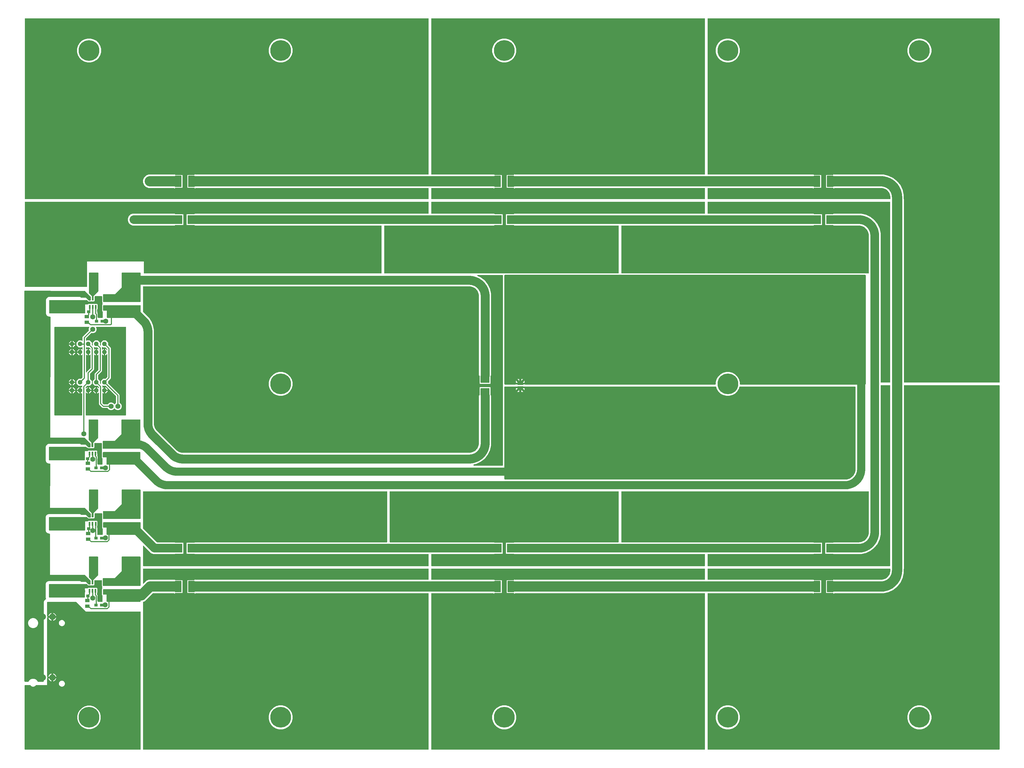
<source format=gbr>
G04 EAGLE Gerber RS-274X export*
G75*
%MOMM*%
%FSLAX34Y34*%
%LPD*%
%INTop Copper*%
%IPPOS*%
%AMOC8*
5,1,8,0,0,1.08239X$1,22.5*%
G01*
%ADD10C,0.090000*%
%ADD11R,1.750000X1.225000*%
%ADD12R,1.500000X3.500000*%
%ADD13R,0.700000X3.500000*%
%ADD14R,1.000000X2.700000*%
%ADD15R,0.500000X2.700000*%
%ADD16R,2.800000X1.000000*%
%ADD17R,2.800000X0.550000*%
%ADD18P,1.539592X8X202.500000*%
%ADD19R,1.400000X1.100000*%
%ADD20R,0.550000X1.200000*%
%ADD21R,1.016000X0.965200*%
%ADD22R,1.524000X1.143000*%
%ADD23R,2.700000X1.600000*%
%ADD24R,2.800000X1.400000*%
%ADD25R,1.600000X1.803000*%
%ADD26R,1.780000X3.560000*%
%ADD27C,2.000000*%
%ADD28C,0.500000*%
%ADD29C,3.200000*%
%ADD30C,2.700000*%
%ADD31C,1.600000*%
%ADD32C,0.300000*%
%ADD33C,2.500000*%
%ADD34C,0.400000*%
%ADD35C,0.700000*%
%ADD36C,2.800000*%
%ADD37C,6.500000*%

G36*
X1262564Y1724010D02*
X1262564Y1724010D01*
X1262628Y1724009D01*
X1262703Y1724030D01*
X1262779Y1724041D01*
X1262838Y1724067D01*
X1262900Y1724084D01*
X1262966Y1724125D01*
X1263036Y1724157D01*
X1263085Y1724199D01*
X1263140Y1724232D01*
X1263192Y1724290D01*
X1263250Y1724340D01*
X1263286Y1724394D01*
X1263329Y1724442D01*
X1263362Y1724511D01*
X1263405Y1724576D01*
X1263424Y1724638D01*
X1263452Y1724695D01*
X1263463Y1724765D01*
X1263487Y1724846D01*
X1263488Y1724931D01*
X1263499Y1725000D01*
X1263499Y1758000D01*
X1263490Y1758062D01*
X1263491Y1758103D01*
X1263491Y1758104D01*
X1263491Y1758128D01*
X1263470Y1758203D01*
X1263459Y1758279D01*
X1263433Y1758338D01*
X1263416Y1758400D01*
X1263375Y1758466D01*
X1263343Y1758536D01*
X1263301Y1758585D01*
X1263268Y1758640D01*
X1263210Y1758692D01*
X1263160Y1758750D01*
X1263106Y1758786D01*
X1263058Y1758829D01*
X1262989Y1758862D01*
X1262924Y1758905D01*
X1262862Y1758924D01*
X1262805Y1758952D01*
X1262735Y1758963D01*
X1262654Y1758987D01*
X1262569Y1758988D01*
X1262500Y1758999D01*
X534399Y1758999D01*
X534304Y1758986D01*
X534208Y1758981D01*
X534165Y1758966D01*
X534120Y1758959D01*
X534033Y1758920D01*
X533942Y1758888D01*
X533907Y1758863D01*
X533863Y1758843D01*
X533766Y1758760D01*
X533693Y1758707D01*
X533399Y1758413D01*
X531194Y1757499D01*
X530999Y1757499D01*
X530999Y1759000D01*
X530990Y1759062D01*
X530991Y1759111D01*
X530991Y1759128D01*
X530970Y1759203D01*
X530959Y1759279D01*
X530933Y1759338D01*
X530916Y1759400D01*
X530875Y1759466D01*
X530843Y1759536D01*
X530801Y1759585D01*
X530768Y1759640D01*
X530710Y1759692D01*
X530660Y1759750D01*
X530606Y1759786D01*
X530558Y1759829D01*
X530489Y1759862D01*
X530424Y1759905D01*
X530362Y1759924D01*
X530305Y1759952D01*
X530235Y1759963D01*
X530154Y1759987D01*
X530069Y1759988D01*
X530000Y1759999D01*
X507499Y1759999D01*
X507499Y1800001D01*
X530000Y1800001D01*
X530064Y1800010D01*
X530128Y1800009D01*
X530203Y1800030D01*
X530279Y1800041D01*
X530338Y1800067D01*
X530400Y1800084D01*
X530466Y1800125D01*
X530536Y1800157D01*
X530585Y1800199D01*
X530640Y1800232D01*
X530692Y1800290D01*
X530750Y1800340D01*
X530786Y1800394D01*
X530829Y1800442D01*
X530862Y1800511D01*
X530905Y1800576D01*
X530924Y1800638D01*
X530952Y1800695D01*
X530963Y1800765D01*
X530987Y1800846D01*
X530988Y1800931D01*
X530999Y1801000D01*
X530999Y1802501D01*
X531194Y1802501D01*
X533399Y1801587D01*
X533693Y1801293D01*
X533770Y1801236D01*
X533841Y1801171D01*
X533882Y1801151D01*
X533918Y1801124D01*
X534008Y1801090D01*
X534095Y1801048D01*
X534137Y1801042D01*
X534182Y1801025D01*
X534310Y1801015D01*
X534399Y1801001D01*
X1262500Y1801001D01*
X1262564Y1801010D01*
X1262628Y1801009D01*
X1262703Y1801030D01*
X1262779Y1801041D01*
X1262838Y1801067D01*
X1262900Y1801084D01*
X1262966Y1801125D01*
X1263036Y1801157D01*
X1263085Y1801199D01*
X1263140Y1801232D01*
X1263192Y1801290D01*
X1263250Y1801340D01*
X1263286Y1801394D01*
X1263329Y1801442D01*
X1263362Y1801511D01*
X1263405Y1801576D01*
X1263424Y1801638D01*
X1263452Y1801695D01*
X1263463Y1801765D01*
X1263487Y1801846D01*
X1263488Y1801931D01*
X1263499Y1802000D01*
X1263499Y2290000D01*
X1263490Y2290064D01*
X1263491Y2290128D01*
X1263470Y2290203D01*
X1263459Y2290279D01*
X1263433Y2290338D01*
X1263416Y2290400D01*
X1263375Y2290466D01*
X1263343Y2290536D01*
X1263301Y2290585D01*
X1263268Y2290640D01*
X1263210Y2290692D01*
X1263160Y2290750D01*
X1263106Y2290786D01*
X1263058Y2290829D01*
X1262989Y2290862D01*
X1262924Y2290905D01*
X1262862Y2290924D01*
X1262805Y2290952D01*
X1262735Y2290963D01*
X1262654Y2290987D01*
X1262569Y2290988D01*
X1262500Y2290999D01*
X0Y2290999D01*
X-64Y2290990D01*
X-128Y2290991D01*
X-203Y2290970D01*
X-279Y2290959D01*
X-338Y2290933D01*
X-400Y2290916D01*
X-466Y2290875D01*
X-536Y2290843D01*
X-585Y2290801D01*
X-640Y2290768D01*
X-692Y2290710D01*
X-750Y2290660D01*
X-786Y2290606D01*
X-829Y2290558D01*
X-862Y2290489D01*
X-905Y2290424D01*
X-924Y2290362D01*
X-952Y2290305D01*
X-963Y2290235D01*
X-987Y2290154D01*
X-988Y2290069D01*
X-999Y2290000D01*
X-999Y1725000D01*
X-990Y1724936D01*
X-991Y1724872D01*
X-970Y1724797D01*
X-959Y1724721D01*
X-933Y1724662D01*
X-916Y1724600D01*
X-875Y1724534D01*
X-843Y1724464D01*
X-801Y1724415D01*
X-768Y1724360D01*
X-710Y1724308D01*
X-660Y1724250D01*
X-606Y1724214D01*
X-558Y1724171D01*
X-489Y1724138D01*
X-424Y1724095D01*
X-362Y1724076D01*
X-305Y1724048D01*
X-235Y1724037D01*
X-154Y1724013D01*
X-69Y1724012D01*
X0Y1724001D01*
X1262500Y1724001D01*
X1262564Y1724010D01*
G37*
G36*
X3050064Y1149010D02*
X3050064Y1149010D01*
X3050128Y1149009D01*
X3050203Y1149030D01*
X3050279Y1149041D01*
X3050338Y1149067D01*
X3050400Y1149084D01*
X3050466Y1149125D01*
X3050536Y1149157D01*
X3050585Y1149199D01*
X3050640Y1149232D01*
X3050692Y1149290D01*
X3050750Y1149340D01*
X3050786Y1149394D01*
X3050829Y1149442D01*
X3050862Y1149511D01*
X3050905Y1149576D01*
X3050924Y1149638D01*
X3050952Y1149695D01*
X3050963Y1149765D01*
X3050987Y1149846D01*
X3050988Y1149931D01*
X3050999Y1150000D01*
X3050999Y2290000D01*
X3050990Y2290064D01*
X3050991Y2290128D01*
X3050970Y2290203D01*
X3050959Y2290279D01*
X3050933Y2290338D01*
X3050916Y2290400D01*
X3050875Y2290466D01*
X3050843Y2290536D01*
X3050801Y2290585D01*
X3050768Y2290640D01*
X3050710Y2290692D01*
X3050660Y2290750D01*
X3050606Y2290786D01*
X3050558Y2290829D01*
X3050489Y2290862D01*
X3050424Y2290905D01*
X3050362Y2290924D01*
X3050305Y2290952D01*
X3050235Y2290963D01*
X3050154Y2290987D01*
X3050069Y2290988D01*
X3050000Y2290999D01*
X2137500Y2290999D01*
X2137436Y2290990D01*
X2137372Y2290991D01*
X2137297Y2290970D01*
X2137221Y2290959D01*
X2137162Y2290933D01*
X2137100Y2290916D01*
X2137034Y2290875D01*
X2136964Y2290843D01*
X2136915Y2290801D01*
X2136860Y2290768D01*
X2136808Y2290710D01*
X2136750Y2290660D01*
X2136714Y2290606D01*
X2136671Y2290558D01*
X2136638Y2290489D01*
X2136595Y2290424D01*
X2136576Y2290362D01*
X2136548Y2290305D01*
X2136537Y2290235D01*
X2136513Y2290154D01*
X2136512Y2290069D01*
X2136501Y2290000D01*
X2136501Y1802000D01*
X2136510Y1801936D01*
X2136509Y1801872D01*
X2136530Y1801797D01*
X2136541Y1801721D01*
X2136567Y1801662D01*
X2136584Y1801600D01*
X2136625Y1801534D01*
X2136657Y1801464D01*
X2136699Y1801415D01*
X2136732Y1801360D01*
X2136790Y1801308D01*
X2136840Y1801250D01*
X2136894Y1801214D01*
X2136942Y1801171D01*
X2137011Y1801138D01*
X2137076Y1801095D01*
X2137138Y1801076D01*
X2137195Y1801048D01*
X2137265Y1801037D01*
X2137346Y1801013D01*
X2137431Y1801012D01*
X2137500Y1801001D01*
X2465601Y1801001D01*
X2465695Y1801014D01*
X2465792Y1801019D01*
X2465835Y1801034D01*
X2465880Y1801041D01*
X2465967Y1801080D01*
X2466058Y1801112D01*
X2466093Y1801137D01*
X2466137Y1801157D01*
X2466234Y1801240D01*
X2466307Y1801293D01*
X2466601Y1801587D01*
X2468806Y1802501D01*
X2469001Y1802501D01*
X2469001Y1801000D01*
X2469010Y1800936D01*
X2469009Y1800872D01*
X2469030Y1800797D01*
X2469041Y1800721D01*
X2469067Y1800662D01*
X2469084Y1800600D01*
X2469125Y1800534D01*
X2469157Y1800464D01*
X2469199Y1800415D01*
X2469232Y1800360D01*
X2469290Y1800308D01*
X2469340Y1800250D01*
X2469394Y1800214D01*
X2469442Y1800171D01*
X2469511Y1800138D01*
X2469576Y1800095D01*
X2469638Y1800076D01*
X2469695Y1800048D01*
X2469765Y1800037D01*
X2469846Y1800013D01*
X2469931Y1800012D01*
X2470000Y1800001D01*
X2492501Y1800001D01*
X2492501Y1759999D01*
X2470000Y1759999D01*
X2469936Y1759990D01*
X2469872Y1759991D01*
X2469797Y1759970D01*
X2469721Y1759959D01*
X2469662Y1759933D01*
X2469600Y1759916D01*
X2469534Y1759875D01*
X2469464Y1759843D01*
X2469415Y1759801D01*
X2469360Y1759768D01*
X2469308Y1759710D01*
X2469250Y1759660D01*
X2469214Y1759606D01*
X2469171Y1759558D01*
X2469138Y1759489D01*
X2469095Y1759424D01*
X2469076Y1759362D01*
X2469048Y1759305D01*
X2469037Y1759235D01*
X2469013Y1759154D01*
X2469012Y1759069D01*
X2469001Y1759000D01*
X2469001Y1757499D01*
X2468806Y1757499D01*
X2466601Y1758413D01*
X2466307Y1758707D01*
X2466230Y1758764D01*
X2466159Y1758829D01*
X2466118Y1758849D01*
X2466082Y1758876D01*
X2465991Y1758910D01*
X2465905Y1758952D01*
X2465863Y1758958D01*
X2465818Y1758975D01*
X2465690Y1758985D01*
X2465601Y1758999D01*
X2137500Y1758999D01*
X2137436Y1758990D01*
X2137372Y1758991D01*
X2137297Y1758970D01*
X2137221Y1758959D01*
X2137162Y1758933D01*
X2137100Y1758916D01*
X2137034Y1758875D01*
X2136964Y1758843D01*
X2136915Y1758801D01*
X2136860Y1758768D01*
X2136808Y1758710D01*
X2136750Y1758660D01*
X2136714Y1758606D01*
X2136671Y1758558D01*
X2136638Y1758489D01*
X2136595Y1758424D01*
X2136576Y1758362D01*
X2136548Y1758305D01*
X2136537Y1758235D01*
X2136513Y1758154D01*
X2136512Y1758069D01*
X2136501Y1758000D01*
X2136501Y1725000D01*
X2136510Y1724936D01*
X2136509Y1724872D01*
X2136530Y1724797D01*
X2136541Y1724721D01*
X2136567Y1724662D01*
X2136584Y1724600D01*
X2136625Y1724534D01*
X2136657Y1724464D01*
X2136699Y1724415D01*
X2136732Y1724360D01*
X2136790Y1724308D01*
X2136840Y1724250D01*
X2136894Y1724214D01*
X2136942Y1724171D01*
X2137011Y1724138D01*
X2137076Y1724095D01*
X2137138Y1724076D01*
X2137195Y1724048D01*
X2137265Y1724037D01*
X2137346Y1724013D01*
X2137431Y1724012D01*
X2137500Y1724001D01*
X2708000Y1724001D01*
X2708064Y1724010D01*
X2708128Y1724009D01*
X2708203Y1724030D01*
X2708279Y1724041D01*
X2708338Y1724067D01*
X2708400Y1724084D01*
X2708466Y1724125D01*
X2708536Y1724157D01*
X2708585Y1724199D01*
X2708640Y1724232D01*
X2708692Y1724290D01*
X2708750Y1724340D01*
X2708786Y1724394D01*
X2708829Y1724442D01*
X2708862Y1724511D01*
X2708905Y1724576D01*
X2708924Y1724638D01*
X2708952Y1724695D01*
X2708963Y1724765D01*
X2708987Y1724846D01*
X2708988Y1724931D01*
X2708999Y1725000D01*
X2708999Y1730000D01*
X2708995Y1730030D01*
X2708998Y1730056D01*
X2708822Y1733191D01*
X2708803Y1733282D01*
X2708798Y1733357D01*
X2707403Y1739470D01*
X2707355Y1739594D01*
X2707329Y1739681D01*
X2704609Y1745330D01*
X2704535Y1745440D01*
X2704490Y1745520D01*
X2700580Y1750422D01*
X2700484Y1750513D01*
X2700422Y1750580D01*
X2695520Y1754490D01*
X2695406Y1754557D01*
X2695330Y1754609D01*
X2689681Y1757329D01*
X2689555Y1757369D01*
X2689470Y1757403D01*
X2683357Y1758798D01*
X2683265Y1758806D01*
X2683191Y1758822D01*
X2680056Y1758998D01*
X2680026Y1758995D01*
X2680000Y1758999D01*
X2534399Y1758999D01*
X2534305Y1758986D01*
X2534208Y1758981D01*
X2534165Y1758966D01*
X2534120Y1758959D01*
X2534033Y1758920D01*
X2533942Y1758888D01*
X2533907Y1758863D01*
X2533863Y1758843D01*
X2533766Y1758760D01*
X2533693Y1758707D01*
X2533399Y1758413D01*
X2531194Y1757499D01*
X2530999Y1757499D01*
X2530999Y1759000D01*
X2530990Y1759062D01*
X2530991Y1759111D01*
X2530991Y1759128D01*
X2530970Y1759203D01*
X2530959Y1759279D01*
X2530933Y1759338D01*
X2530916Y1759400D01*
X2530875Y1759466D01*
X2530843Y1759536D01*
X2530801Y1759585D01*
X2530768Y1759640D01*
X2530710Y1759692D01*
X2530660Y1759750D01*
X2530606Y1759786D01*
X2530558Y1759829D01*
X2530489Y1759862D01*
X2530424Y1759905D01*
X2530362Y1759924D01*
X2530305Y1759952D01*
X2530235Y1759963D01*
X2530154Y1759987D01*
X2530069Y1759988D01*
X2530000Y1759999D01*
X2507499Y1759999D01*
X2507499Y1800001D01*
X2530000Y1800001D01*
X2530064Y1800010D01*
X2530128Y1800009D01*
X2530203Y1800030D01*
X2530279Y1800041D01*
X2530338Y1800067D01*
X2530400Y1800084D01*
X2530466Y1800125D01*
X2530536Y1800157D01*
X2530585Y1800199D01*
X2530640Y1800232D01*
X2530692Y1800290D01*
X2530750Y1800340D01*
X2530786Y1800394D01*
X2530829Y1800442D01*
X2530862Y1800511D01*
X2530905Y1800576D01*
X2530924Y1800638D01*
X2530952Y1800695D01*
X2530963Y1800765D01*
X2530987Y1800846D01*
X2530988Y1800931D01*
X2530999Y1801000D01*
X2530999Y1802501D01*
X2531194Y1802501D01*
X2533399Y1801587D01*
X2533693Y1801293D01*
X2533770Y1801236D01*
X2533841Y1801171D01*
X2533882Y1801151D01*
X2533918Y1801124D01*
X2534009Y1801090D01*
X2534095Y1801048D01*
X2534137Y1801042D01*
X2534182Y1801025D01*
X2534310Y1801015D01*
X2534399Y1801001D01*
X2688000Y1801001D01*
X2703598Y1797440D01*
X2718014Y1790498D01*
X2730523Y1780523D01*
X2740498Y1768014D01*
X2747440Y1753598D01*
X2751001Y1738000D01*
X2751001Y1725000D01*
X2751010Y1724936D01*
X2751009Y1724872D01*
X2751030Y1724797D01*
X2751041Y1724721D01*
X2751067Y1724662D01*
X2751084Y1724600D01*
X2751125Y1724534D01*
X2751157Y1724464D01*
X2751199Y1724415D01*
X2751232Y1724360D01*
X2751290Y1724308D01*
X2751340Y1724250D01*
X2751394Y1724214D01*
X2751442Y1724171D01*
X2751501Y1724143D01*
X2751501Y1150000D01*
X2751510Y1149936D01*
X2751509Y1149872D01*
X2751530Y1149797D01*
X2751541Y1149721D01*
X2751567Y1149662D01*
X2751584Y1149600D01*
X2751625Y1149534D01*
X2751657Y1149464D01*
X2751699Y1149415D01*
X2751732Y1149360D01*
X2751790Y1149308D01*
X2751840Y1149250D01*
X2751894Y1149214D01*
X2751942Y1149171D01*
X2752011Y1149138D01*
X2752076Y1149095D01*
X2752138Y1149076D01*
X2752195Y1149048D01*
X2752265Y1149037D01*
X2752346Y1149013D01*
X2752431Y1149012D01*
X2752500Y1149001D01*
X3050000Y1149001D01*
X3050064Y1149010D01*
G37*
G36*
X3050064Y-990D02*
X3050064Y-990D01*
X3050128Y-991D01*
X3050203Y-970D01*
X3050279Y-959D01*
X3050338Y-933D01*
X3050400Y-916D01*
X3050466Y-875D01*
X3050536Y-843D01*
X3050585Y-801D01*
X3050640Y-768D01*
X3050692Y-710D01*
X3050750Y-660D01*
X3050786Y-606D01*
X3050829Y-558D01*
X3050862Y-489D01*
X3050905Y-424D01*
X3050924Y-362D01*
X3050952Y-305D01*
X3050963Y-235D01*
X3050987Y-154D01*
X3050988Y-69D01*
X3050999Y0D01*
X3050999Y1140000D01*
X3050990Y1140064D01*
X3050991Y1140128D01*
X3050970Y1140203D01*
X3050959Y1140279D01*
X3050933Y1140338D01*
X3050916Y1140400D01*
X3050875Y1140466D01*
X3050843Y1140536D01*
X3050801Y1140585D01*
X3050768Y1140640D01*
X3050710Y1140692D01*
X3050660Y1140750D01*
X3050606Y1140786D01*
X3050558Y1140829D01*
X3050489Y1140862D01*
X3050424Y1140905D01*
X3050362Y1140924D01*
X3050305Y1140952D01*
X3050235Y1140963D01*
X3050154Y1140987D01*
X3050069Y1140988D01*
X3050000Y1140999D01*
X2752500Y1140999D01*
X2752436Y1140990D01*
X2752372Y1140991D01*
X2752297Y1140970D01*
X2752221Y1140959D01*
X2752162Y1140933D01*
X2752100Y1140916D01*
X2752034Y1140875D01*
X2751964Y1140843D01*
X2751915Y1140801D01*
X2751860Y1140768D01*
X2751808Y1140710D01*
X2751750Y1140660D01*
X2751714Y1140606D01*
X2751671Y1140558D01*
X2751638Y1140489D01*
X2751595Y1140424D01*
X2751576Y1140362D01*
X2751548Y1140305D01*
X2751537Y1140235D01*
X2751513Y1140154D01*
X2751512Y1140069D01*
X2751501Y1140000D01*
X2751501Y565860D01*
X2751464Y565843D01*
X2751415Y565801D01*
X2751360Y565768D01*
X2751308Y565710D01*
X2751250Y565660D01*
X2751214Y565606D01*
X2751171Y565558D01*
X2751138Y565489D01*
X2751095Y565424D01*
X2751076Y565362D01*
X2751048Y565305D01*
X2751037Y565235D01*
X2751013Y565154D01*
X2751012Y565069D01*
X2751001Y565000D01*
X2751001Y552000D01*
X2747440Y536402D01*
X2740499Y521986D01*
X2730523Y509477D01*
X2718014Y499501D01*
X2703598Y492560D01*
X2688000Y488999D01*
X2534399Y488999D01*
X2534304Y488986D01*
X2534208Y488981D01*
X2534165Y488966D01*
X2534120Y488959D01*
X2534033Y488920D01*
X2533942Y488888D01*
X2533907Y488863D01*
X2533863Y488843D01*
X2533766Y488760D01*
X2533693Y488707D01*
X2533399Y488413D01*
X2531194Y487499D01*
X2530999Y487499D01*
X2530999Y489000D01*
X2530990Y489062D01*
X2530991Y489111D01*
X2530991Y489128D01*
X2530970Y489203D01*
X2530959Y489279D01*
X2530933Y489338D01*
X2530916Y489400D01*
X2530875Y489466D01*
X2530843Y489536D01*
X2530801Y489585D01*
X2530768Y489640D01*
X2530710Y489692D01*
X2530660Y489750D01*
X2530606Y489786D01*
X2530558Y489829D01*
X2530489Y489862D01*
X2530424Y489905D01*
X2530362Y489924D01*
X2530305Y489952D01*
X2530235Y489963D01*
X2530154Y489987D01*
X2530069Y489988D01*
X2530000Y489999D01*
X2507499Y489999D01*
X2507499Y530001D01*
X2530000Y530001D01*
X2530064Y530010D01*
X2530128Y530009D01*
X2530203Y530030D01*
X2530279Y530041D01*
X2530338Y530067D01*
X2530400Y530084D01*
X2530466Y530125D01*
X2530536Y530157D01*
X2530585Y530199D01*
X2530640Y530232D01*
X2530692Y530290D01*
X2530750Y530340D01*
X2530786Y530394D01*
X2530829Y530442D01*
X2530862Y530511D01*
X2530905Y530576D01*
X2530924Y530638D01*
X2530952Y530695D01*
X2530963Y530765D01*
X2530987Y530846D01*
X2530988Y530931D01*
X2530999Y531000D01*
X2530999Y532501D01*
X2531194Y532501D01*
X2533399Y531587D01*
X2533693Y531293D01*
X2533770Y531236D01*
X2533841Y531171D01*
X2533882Y531151D01*
X2533918Y531124D01*
X2534008Y531090D01*
X2534095Y531048D01*
X2534137Y531042D01*
X2534182Y531025D01*
X2534310Y531015D01*
X2534399Y531001D01*
X2680000Y531001D01*
X2680029Y531005D01*
X2680056Y531002D01*
X2683191Y531178D01*
X2683282Y531197D01*
X2683357Y531202D01*
X2689470Y532597D01*
X2689580Y532639D01*
X2689586Y532640D01*
X2689599Y532646D01*
X2689681Y532671D01*
X2695330Y535391D01*
X2695440Y535465D01*
X2695520Y535510D01*
X2700422Y539420D01*
X2700513Y539516D01*
X2700580Y539578D01*
X2704490Y544480D01*
X2704557Y544594D01*
X2704609Y544670D01*
X2707329Y550319D01*
X2707369Y550445D01*
X2707403Y550530D01*
X2708798Y556643D01*
X2708806Y556735D01*
X2708822Y556809D01*
X2708998Y559944D01*
X2708995Y559974D01*
X2708999Y560000D01*
X2708999Y565000D01*
X2708990Y565064D01*
X2708991Y565128D01*
X2708970Y565203D01*
X2708959Y565279D01*
X2708933Y565338D01*
X2708916Y565400D01*
X2708875Y565466D01*
X2708843Y565536D01*
X2708801Y565585D01*
X2708768Y565640D01*
X2708710Y565692D01*
X2708660Y565750D01*
X2708606Y565786D01*
X2708558Y565829D01*
X2708489Y565862D01*
X2708424Y565905D01*
X2708362Y565924D01*
X2708305Y565952D01*
X2708235Y565963D01*
X2708154Y565987D01*
X2708069Y565988D01*
X2708000Y565999D01*
X2137500Y565999D01*
X2137436Y565990D01*
X2137372Y565991D01*
X2137297Y565970D01*
X2137221Y565959D01*
X2137162Y565933D01*
X2137100Y565916D01*
X2137034Y565875D01*
X2136964Y565843D01*
X2136915Y565801D01*
X2136860Y565768D01*
X2136808Y565710D01*
X2136750Y565660D01*
X2136714Y565606D01*
X2136671Y565558D01*
X2136638Y565489D01*
X2136595Y565424D01*
X2136576Y565362D01*
X2136548Y565305D01*
X2136537Y565235D01*
X2136513Y565154D01*
X2136512Y565069D01*
X2136501Y565000D01*
X2136501Y532000D01*
X2136510Y531936D01*
X2136509Y531872D01*
X2136530Y531797D01*
X2136541Y531721D01*
X2136567Y531662D01*
X2136584Y531600D01*
X2136625Y531534D01*
X2136657Y531464D01*
X2136699Y531415D01*
X2136732Y531360D01*
X2136790Y531308D01*
X2136840Y531250D01*
X2136894Y531214D01*
X2136942Y531171D01*
X2137011Y531138D01*
X2137076Y531095D01*
X2137138Y531076D01*
X2137195Y531048D01*
X2137265Y531037D01*
X2137346Y531013D01*
X2137431Y531012D01*
X2137500Y531001D01*
X2465601Y531001D01*
X2465696Y531014D01*
X2465792Y531019D01*
X2465835Y531034D01*
X2465880Y531041D01*
X2465967Y531080D01*
X2466058Y531112D01*
X2466093Y531137D01*
X2466137Y531157D01*
X2466234Y531240D01*
X2466307Y531293D01*
X2466601Y531587D01*
X2468806Y532501D01*
X2469001Y532501D01*
X2469001Y531000D01*
X2469010Y530936D01*
X2469009Y530872D01*
X2469030Y530797D01*
X2469041Y530721D01*
X2469067Y530662D01*
X2469084Y530600D01*
X2469125Y530534D01*
X2469157Y530464D01*
X2469199Y530415D01*
X2469232Y530360D01*
X2469290Y530308D01*
X2469340Y530250D01*
X2469394Y530214D01*
X2469442Y530171D01*
X2469511Y530138D01*
X2469576Y530095D01*
X2469638Y530076D01*
X2469695Y530048D01*
X2469765Y530037D01*
X2469846Y530013D01*
X2469931Y530012D01*
X2470000Y530001D01*
X2492501Y530001D01*
X2492501Y489999D01*
X2470000Y489999D01*
X2469936Y489990D01*
X2469872Y489991D01*
X2469797Y489970D01*
X2469721Y489959D01*
X2469662Y489933D01*
X2469600Y489916D01*
X2469534Y489875D01*
X2469464Y489843D01*
X2469415Y489801D01*
X2469360Y489768D01*
X2469308Y489710D01*
X2469250Y489660D01*
X2469214Y489606D01*
X2469171Y489558D01*
X2469138Y489489D01*
X2469095Y489424D01*
X2469076Y489362D01*
X2469048Y489305D01*
X2469037Y489235D01*
X2469013Y489154D01*
X2469012Y489069D01*
X2469001Y489000D01*
X2469001Y487499D01*
X2468806Y487499D01*
X2466601Y488413D01*
X2466307Y488707D01*
X2466230Y488764D01*
X2466159Y488829D01*
X2466118Y488849D01*
X2466082Y488876D01*
X2465991Y488910D01*
X2465905Y488952D01*
X2465863Y488958D01*
X2465818Y488975D01*
X2465690Y488985D01*
X2465601Y488999D01*
X2137500Y488999D01*
X2137436Y488990D01*
X2137372Y488991D01*
X2137297Y488970D01*
X2137221Y488959D01*
X2137162Y488933D01*
X2137100Y488916D01*
X2137034Y488875D01*
X2136964Y488843D01*
X2136915Y488801D01*
X2136860Y488768D01*
X2136808Y488710D01*
X2136750Y488660D01*
X2136714Y488606D01*
X2136671Y488558D01*
X2136638Y488489D01*
X2136595Y488424D01*
X2136576Y488362D01*
X2136548Y488305D01*
X2136537Y488235D01*
X2136513Y488154D01*
X2136512Y488069D01*
X2136501Y488000D01*
X2136501Y0D01*
X2136510Y-64D01*
X2136509Y-128D01*
X2136530Y-203D01*
X2136541Y-279D01*
X2136567Y-338D01*
X2136584Y-400D01*
X2136625Y-466D01*
X2136657Y-536D01*
X2136699Y-585D01*
X2136732Y-640D01*
X2136790Y-692D01*
X2136840Y-750D01*
X2136894Y-786D01*
X2136942Y-829D01*
X2137011Y-862D01*
X2137076Y-905D01*
X2137138Y-924D01*
X2137195Y-952D01*
X2137265Y-963D01*
X2137346Y-987D01*
X2137431Y-988D01*
X2137500Y-999D01*
X3050000Y-999D01*
X3050064Y-990D01*
G37*
G36*
X1495064Y889010D02*
X1495064Y889010D01*
X1495128Y889009D01*
X1495203Y889030D01*
X1495279Y889041D01*
X1495338Y889067D01*
X1495400Y889084D01*
X1495466Y889125D01*
X1495536Y889157D01*
X1495585Y889199D01*
X1495640Y889232D01*
X1495692Y889290D01*
X1495750Y889340D01*
X1495786Y889394D01*
X1495829Y889442D01*
X1495862Y889511D01*
X1495905Y889576D01*
X1495924Y889638D01*
X1495952Y889695D01*
X1495963Y889765D01*
X1495987Y889846D01*
X1495988Y889931D01*
X1495999Y890000D01*
X1495999Y1485000D01*
X1495990Y1485064D01*
X1495991Y1485128D01*
X1495970Y1485203D01*
X1495959Y1485279D01*
X1495933Y1485338D01*
X1495916Y1485400D01*
X1495875Y1485466D01*
X1495843Y1485536D01*
X1495801Y1485585D01*
X1495768Y1485640D01*
X1495710Y1485692D01*
X1495660Y1485750D01*
X1495606Y1485786D01*
X1495558Y1485829D01*
X1495489Y1485862D01*
X1495424Y1485905D01*
X1495362Y1485924D01*
X1495305Y1485952D01*
X1495235Y1485963D01*
X1495154Y1485987D01*
X1495069Y1485988D01*
X1495000Y1485999D01*
X1416360Y1485999D01*
X1416301Y1485991D01*
X1416242Y1485992D01*
X1416162Y1485971D01*
X1416080Y1485959D01*
X1416027Y1485935D01*
X1415970Y1485920D01*
X1415899Y1485877D01*
X1415823Y1485843D01*
X1415779Y1485805D01*
X1415728Y1485775D01*
X1415672Y1485714D01*
X1415609Y1485660D01*
X1415577Y1485611D01*
X1415537Y1485567D01*
X1415500Y1485493D01*
X1415455Y1485424D01*
X1415437Y1485368D01*
X1415411Y1485315D01*
X1415396Y1485233D01*
X1415372Y1485154D01*
X1415372Y1485095D01*
X1415361Y1485037D01*
X1415370Y1484955D01*
X1415369Y1484872D01*
X1415384Y1484815D01*
X1415390Y1484757D01*
X1415422Y1484680D01*
X1415444Y1484600D01*
X1415475Y1484550D01*
X1415497Y1484496D01*
X1415548Y1484431D01*
X1415592Y1484360D01*
X1415636Y1484321D01*
X1415672Y1484275D01*
X1415734Y1484232D01*
X1415801Y1484171D01*
X1415872Y1484137D01*
X1415926Y1484100D01*
X1426943Y1478794D01*
X1439100Y1469100D01*
X1448794Y1456943D01*
X1455541Y1442934D01*
X1459001Y1427775D01*
X1459001Y1170999D01*
X1458000Y1170999D01*
X1457936Y1170990D01*
X1457872Y1170991D01*
X1457797Y1170970D01*
X1457721Y1170959D01*
X1457662Y1170933D01*
X1457600Y1170916D01*
X1457534Y1170875D01*
X1457464Y1170843D01*
X1457415Y1170801D01*
X1457360Y1170768D01*
X1457308Y1170710D01*
X1457250Y1170660D01*
X1457214Y1170606D01*
X1457171Y1170558D01*
X1457138Y1170489D01*
X1457095Y1170424D01*
X1457076Y1170362D01*
X1457048Y1170305D01*
X1457037Y1170235D01*
X1457013Y1170154D01*
X1457012Y1170069D01*
X1457001Y1170000D01*
X1457001Y1144999D01*
X1422999Y1144999D01*
X1422999Y1170000D01*
X1422991Y1170060D01*
X1422991Y1170083D01*
X1422990Y1170085D01*
X1422991Y1170128D01*
X1422970Y1170203D01*
X1422959Y1170279D01*
X1422933Y1170338D01*
X1422916Y1170400D01*
X1422875Y1170466D01*
X1422843Y1170536D01*
X1422801Y1170585D01*
X1422768Y1170640D01*
X1422710Y1170692D01*
X1422660Y1170750D01*
X1422606Y1170786D01*
X1422558Y1170829D01*
X1422489Y1170862D01*
X1422424Y1170905D01*
X1422362Y1170924D01*
X1422305Y1170952D01*
X1422235Y1170963D01*
X1422154Y1170987D01*
X1422069Y1170988D01*
X1422000Y1170999D01*
X1420999Y1170999D01*
X1420999Y1420000D01*
X1420995Y1420029D01*
X1420998Y1420056D01*
X1420809Y1423415D01*
X1420791Y1423506D01*
X1420786Y1423581D01*
X1419291Y1430131D01*
X1419243Y1430254D01*
X1419217Y1430342D01*
X1416302Y1436395D01*
X1416228Y1436504D01*
X1416183Y1436584D01*
X1411994Y1441836D01*
X1411898Y1441927D01*
X1411836Y1441994D01*
X1406584Y1446183D01*
X1406470Y1446250D01*
X1406395Y1446302D01*
X1405434Y1446765D01*
X1405433Y1446765D01*
X1400342Y1449217D01*
X1400216Y1449257D01*
X1400131Y1449291D01*
X1393581Y1450786D01*
X1393489Y1450793D01*
X1393415Y1450809D01*
X1390056Y1450998D01*
X1390026Y1450995D01*
X1390000Y1450999D01*
X370000Y1450999D01*
X369936Y1450990D01*
X369872Y1450991D01*
X369797Y1450970D01*
X369721Y1450959D01*
X369662Y1450933D01*
X369600Y1450916D01*
X369534Y1450875D01*
X369464Y1450843D01*
X369415Y1450801D01*
X369360Y1450768D01*
X369308Y1450710D01*
X369250Y1450660D01*
X369214Y1450606D01*
X369171Y1450558D01*
X369138Y1450489D01*
X369095Y1450424D01*
X369076Y1450362D01*
X369048Y1450305D01*
X369037Y1450235D01*
X369013Y1450154D01*
X369012Y1450069D01*
X369001Y1450000D01*
X369001Y1371284D01*
X369014Y1371189D01*
X369019Y1371093D01*
X369034Y1371050D01*
X369041Y1371005D01*
X369080Y1370918D01*
X369112Y1370827D01*
X369137Y1370792D01*
X369157Y1370748D01*
X369240Y1370651D01*
X369293Y1370578D01*
X380025Y1359846D01*
X382791Y1357080D01*
X387596Y1352275D01*
X395148Y1340973D01*
X400349Y1328416D01*
X403001Y1315085D01*
X403001Y1020711D01*
X403004Y1020685D01*
X403002Y1020662D01*
X403146Y1017721D01*
X403162Y1017642D01*
X403164Y1017575D01*
X404312Y1011807D01*
X404349Y1011702D01*
X404369Y1011620D01*
X406619Y1006186D01*
X406676Y1006091D01*
X406712Y1006014D01*
X409979Y1001124D01*
X410032Y1001064D01*
X410069Y1001008D01*
X412046Y998826D01*
X412066Y998810D01*
X412080Y998791D01*
X414893Y995978D01*
X470283Y940588D01*
X472791Y938080D01*
X472812Y938065D01*
X472826Y938046D01*
X475008Y936069D01*
X475074Y936024D01*
X475124Y935979D01*
X480014Y932712D01*
X480114Y932663D01*
X480186Y932619D01*
X485620Y930369D01*
X485727Y930341D01*
X485807Y930312D01*
X491575Y929164D01*
X491656Y929160D01*
X491721Y929146D01*
X494662Y929002D01*
X494688Y929004D01*
X494711Y929001D01*
X1390000Y929001D01*
X1390029Y929005D01*
X1390056Y929002D01*
X1393415Y929191D01*
X1393506Y929209D01*
X1393581Y929214D01*
X1400131Y930709D01*
X1400254Y930757D01*
X1400342Y930783D01*
X1405433Y933235D01*
X1405434Y933235D01*
X1406395Y933698D01*
X1406504Y933772D01*
X1406584Y933817D01*
X1411836Y938006D01*
X1411927Y938102D01*
X1411994Y938164D01*
X1416183Y943416D01*
X1416250Y943530D01*
X1416302Y943605D01*
X1419217Y949658D01*
X1419257Y949784D01*
X1419291Y949869D01*
X1420786Y956419D01*
X1420793Y956511D01*
X1420809Y956585D01*
X1420998Y959944D01*
X1420995Y959974D01*
X1420999Y960000D01*
X1420999Y1109001D01*
X1422000Y1109001D01*
X1422064Y1109010D01*
X1422128Y1109009D01*
X1422203Y1109030D01*
X1422279Y1109041D01*
X1422338Y1109067D01*
X1422400Y1109084D01*
X1422466Y1109125D01*
X1422536Y1109157D01*
X1422585Y1109199D01*
X1422640Y1109232D01*
X1422692Y1109290D01*
X1422750Y1109340D01*
X1422786Y1109394D01*
X1422829Y1109442D01*
X1422862Y1109511D01*
X1422905Y1109576D01*
X1422924Y1109638D01*
X1422952Y1109695D01*
X1422963Y1109765D01*
X1422987Y1109846D01*
X1422988Y1109931D01*
X1422999Y1110000D01*
X1422999Y1135001D01*
X1457001Y1135001D01*
X1457001Y1110000D01*
X1457010Y1109936D01*
X1457009Y1109872D01*
X1457030Y1109797D01*
X1457041Y1109721D01*
X1457067Y1109662D01*
X1457084Y1109600D01*
X1457125Y1109534D01*
X1457157Y1109464D01*
X1457199Y1109415D01*
X1457232Y1109360D01*
X1457290Y1109308D01*
X1457340Y1109250D01*
X1457394Y1109214D01*
X1457442Y1109171D01*
X1457511Y1109138D01*
X1457576Y1109095D01*
X1457638Y1109076D01*
X1457695Y1109048D01*
X1457765Y1109037D01*
X1457846Y1109013D01*
X1457931Y1109012D01*
X1458000Y1109001D01*
X1459001Y1109001D01*
X1459001Y952225D01*
X1455541Y937066D01*
X1448794Y923057D01*
X1439100Y910900D01*
X1426943Y901206D01*
X1412934Y894459D01*
X1404778Y892598D01*
X1404691Y892564D01*
X1404600Y892539D01*
X1404559Y892514D01*
X1404514Y892497D01*
X1404440Y892440D01*
X1404360Y892391D01*
X1404328Y892355D01*
X1404290Y892326D01*
X1404234Y892251D01*
X1404171Y892182D01*
X1404150Y892138D01*
X1404122Y892100D01*
X1404089Y892012D01*
X1404048Y891928D01*
X1404041Y891884D01*
X1404023Y891835D01*
X1404015Y891712D01*
X1404001Y891623D01*
X1404001Y890000D01*
X1404010Y889936D01*
X1404009Y889872D01*
X1404030Y889797D01*
X1404041Y889721D01*
X1404067Y889662D01*
X1404084Y889600D01*
X1404125Y889534D01*
X1404157Y889464D01*
X1404199Y889415D01*
X1404232Y889360D01*
X1404290Y889308D01*
X1404340Y889250D01*
X1404394Y889214D01*
X1404442Y889171D01*
X1404511Y889138D01*
X1404576Y889095D01*
X1404638Y889076D01*
X1404695Y889048D01*
X1404765Y889037D01*
X1404846Y889013D01*
X1404931Y889012D01*
X1405000Y889001D01*
X1495000Y889001D01*
X1495064Y889010D01*
G37*
G36*
X1262564Y-990D02*
X1262564Y-990D01*
X1262628Y-991D01*
X1262703Y-970D01*
X1262779Y-959D01*
X1262838Y-933D01*
X1262900Y-916D01*
X1262966Y-875D01*
X1263036Y-843D01*
X1263085Y-801D01*
X1263140Y-768D01*
X1263192Y-710D01*
X1263250Y-660D01*
X1263286Y-606D01*
X1263329Y-558D01*
X1263362Y-489D01*
X1263405Y-424D01*
X1263424Y-362D01*
X1263452Y-305D01*
X1263463Y-235D01*
X1263487Y-154D01*
X1263488Y-69D01*
X1263499Y0D01*
X1263499Y488000D01*
X1263490Y488064D01*
X1263491Y488128D01*
X1263470Y488203D01*
X1263459Y488279D01*
X1263433Y488338D01*
X1263416Y488400D01*
X1263375Y488466D01*
X1263343Y488536D01*
X1263301Y488585D01*
X1263268Y488640D01*
X1263210Y488692D01*
X1263160Y488750D01*
X1263106Y488786D01*
X1263058Y488829D01*
X1262989Y488862D01*
X1262924Y488905D01*
X1262862Y488924D01*
X1262805Y488952D01*
X1262735Y488963D01*
X1262654Y488987D01*
X1262569Y488988D01*
X1262500Y488999D01*
X534399Y488999D01*
X534305Y488986D01*
X534208Y488981D01*
X534165Y488966D01*
X534120Y488959D01*
X534033Y488920D01*
X533942Y488888D01*
X533907Y488863D01*
X533863Y488843D01*
X533766Y488760D01*
X533693Y488707D01*
X533399Y488413D01*
X531194Y487499D01*
X530999Y487499D01*
X530999Y489000D01*
X530990Y489062D01*
X530991Y489111D01*
X530991Y489128D01*
X530970Y489203D01*
X530959Y489279D01*
X530933Y489338D01*
X530916Y489400D01*
X530875Y489466D01*
X530843Y489536D01*
X530801Y489585D01*
X530768Y489640D01*
X530710Y489692D01*
X530660Y489750D01*
X530606Y489786D01*
X530558Y489829D01*
X530489Y489862D01*
X530424Y489905D01*
X530362Y489924D01*
X530305Y489952D01*
X530235Y489963D01*
X530154Y489987D01*
X530069Y489988D01*
X530000Y489999D01*
X507499Y489999D01*
X507499Y530001D01*
X530000Y530001D01*
X530064Y530010D01*
X530128Y530009D01*
X530203Y530030D01*
X530279Y530041D01*
X530338Y530067D01*
X530400Y530084D01*
X530466Y530125D01*
X530536Y530157D01*
X530585Y530199D01*
X530640Y530232D01*
X530692Y530290D01*
X530750Y530340D01*
X530786Y530394D01*
X530829Y530442D01*
X530862Y530511D01*
X530905Y530576D01*
X530924Y530638D01*
X530952Y530695D01*
X530963Y530765D01*
X530987Y530846D01*
X530988Y530931D01*
X530999Y531000D01*
X530999Y532501D01*
X531194Y532501D01*
X533399Y531587D01*
X533693Y531293D01*
X533770Y531236D01*
X533841Y531171D01*
X533882Y531151D01*
X533918Y531124D01*
X534009Y531090D01*
X534095Y531048D01*
X534137Y531042D01*
X534182Y531025D01*
X534310Y531015D01*
X534399Y531001D01*
X1262500Y531001D01*
X1262564Y531010D01*
X1262628Y531009D01*
X1262703Y531030D01*
X1262779Y531041D01*
X1262838Y531067D01*
X1262900Y531084D01*
X1262966Y531125D01*
X1263036Y531157D01*
X1263085Y531199D01*
X1263140Y531232D01*
X1263192Y531290D01*
X1263250Y531340D01*
X1263286Y531394D01*
X1263329Y531442D01*
X1263362Y531511D01*
X1263405Y531576D01*
X1263424Y531638D01*
X1263452Y531695D01*
X1263463Y531765D01*
X1263487Y531846D01*
X1263488Y531931D01*
X1263499Y532000D01*
X1263499Y565000D01*
X1263490Y565064D01*
X1263491Y565128D01*
X1263470Y565203D01*
X1263459Y565279D01*
X1263433Y565338D01*
X1263416Y565400D01*
X1263375Y565466D01*
X1263343Y565536D01*
X1263301Y565585D01*
X1263268Y565640D01*
X1263210Y565692D01*
X1263160Y565750D01*
X1263106Y565786D01*
X1263058Y565829D01*
X1262989Y565862D01*
X1262924Y565905D01*
X1262862Y565924D01*
X1262805Y565952D01*
X1262735Y565963D01*
X1262654Y565987D01*
X1262569Y565988D01*
X1262500Y565999D01*
X370000Y565999D01*
X369936Y565990D01*
X369872Y565991D01*
X369797Y565970D01*
X369721Y565959D01*
X369662Y565933D01*
X369600Y565916D01*
X369534Y565875D01*
X369464Y565843D01*
X369415Y565801D01*
X369360Y565768D01*
X369308Y565710D01*
X369250Y565660D01*
X369214Y565606D01*
X369171Y565558D01*
X369138Y565489D01*
X369095Y565424D01*
X369076Y565362D01*
X369048Y565305D01*
X369037Y565235D01*
X369013Y565154D01*
X369012Y565069D01*
X369001Y565000D01*
X369001Y519863D01*
X369005Y519831D01*
X369003Y519799D01*
X369025Y519692D01*
X369041Y519583D01*
X369054Y519554D01*
X369060Y519523D01*
X369112Y519426D01*
X369157Y519327D01*
X369178Y519302D01*
X369193Y519274D01*
X369269Y519195D01*
X369340Y519112D01*
X369367Y519095D01*
X369390Y519071D01*
X369485Y519018D01*
X369576Y518958D01*
X369607Y518948D01*
X369635Y518932D01*
X369742Y518907D01*
X369846Y518875D01*
X369878Y518875D01*
X369909Y518868D01*
X370019Y518873D01*
X370128Y518872D01*
X370159Y518880D01*
X370191Y518882D01*
X370294Y518918D01*
X370400Y518947D01*
X370427Y518964D01*
X370458Y518974D01*
X370531Y519028D01*
X370640Y519095D01*
X370672Y519131D01*
X370707Y519156D01*
X379354Y527804D01*
X387073Y531001D01*
X465601Y531001D01*
X465695Y531014D01*
X465792Y531019D01*
X465835Y531034D01*
X465880Y531041D01*
X465967Y531080D01*
X466058Y531112D01*
X466093Y531137D01*
X466137Y531157D01*
X466234Y531240D01*
X466307Y531293D01*
X466601Y531587D01*
X468806Y532501D01*
X469001Y532501D01*
X469001Y531000D01*
X469010Y530936D01*
X469009Y530872D01*
X469030Y530797D01*
X469041Y530721D01*
X469067Y530662D01*
X469084Y530600D01*
X469125Y530534D01*
X469157Y530464D01*
X469199Y530415D01*
X469232Y530360D01*
X469290Y530308D01*
X469340Y530250D01*
X469394Y530214D01*
X469442Y530171D01*
X469511Y530138D01*
X469576Y530095D01*
X469638Y530076D01*
X469695Y530048D01*
X469765Y530037D01*
X469846Y530013D01*
X469931Y530012D01*
X470000Y530001D01*
X492501Y530001D01*
X492501Y489999D01*
X470000Y489999D01*
X469936Y489990D01*
X469872Y489991D01*
X469797Y489970D01*
X469721Y489959D01*
X469662Y489933D01*
X469600Y489916D01*
X469534Y489875D01*
X469464Y489843D01*
X469415Y489801D01*
X469360Y489768D01*
X469308Y489710D01*
X469250Y489660D01*
X469214Y489606D01*
X469171Y489558D01*
X469138Y489489D01*
X469095Y489424D01*
X469076Y489362D01*
X469048Y489305D01*
X469037Y489235D01*
X469013Y489154D01*
X469012Y489069D01*
X469001Y489000D01*
X469001Y487499D01*
X468806Y487499D01*
X466601Y488413D01*
X466307Y488707D01*
X466230Y488764D01*
X466159Y488829D01*
X466118Y488849D01*
X466082Y488876D01*
X465991Y488910D01*
X465905Y488952D01*
X465863Y488958D01*
X465818Y488975D01*
X465690Y488985D01*
X465601Y488999D01*
X400363Y488999D01*
X400268Y488986D01*
X400172Y488981D01*
X400128Y488966D01*
X400083Y488959D01*
X399996Y488920D01*
X399905Y488888D01*
X399871Y488863D01*
X399827Y488843D01*
X399729Y488760D01*
X399656Y488707D01*
X375646Y464696D01*
X369618Y462199D01*
X369609Y462195D01*
X369600Y462192D01*
X369488Y462123D01*
X369375Y462056D01*
X369368Y462049D01*
X369360Y462044D01*
X369272Y461946D01*
X369182Y461850D01*
X369178Y461842D01*
X369171Y461835D01*
X369114Y461716D01*
X369054Y461599D01*
X369052Y461589D01*
X369048Y461581D01*
X369036Y461505D01*
X369002Y461322D01*
X369004Y461298D01*
X369001Y461276D01*
X369001Y0D01*
X369010Y-64D01*
X369009Y-128D01*
X369030Y-203D01*
X369041Y-279D01*
X369067Y-338D01*
X369084Y-400D01*
X369125Y-466D01*
X369157Y-536D01*
X369199Y-585D01*
X369232Y-640D01*
X369290Y-692D01*
X369340Y-750D01*
X369394Y-786D01*
X369442Y-829D01*
X369511Y-862D01*
X369576Y-905D01*
X369638Y-924D01*
X369695Y-952D01*
X369765Y-963D01*
X369846Y-987D01*
X369931Y-988D01*
X370000Y-999D01*
X1262500Y-999D01*
X1262564Y-990D01*
G37*
G36*
X2127564Y1724010D02*
X2127564Y1724010D01*
X2127628Y1724009D01*
X2127703Y1724030D01*
X2127779Y1724041D01*
X2127838Y1724067D01*
X2127900Y1724084D01*
X2127966Y1724125D01*
X2128036Y1724157D01*
X2128085Y1724199D01*
X2128140Y1724232D01*
X2128192Y1724290D01*
X2128250Y1724340D01*
X2128286Y1724394D01*
X2128329Y1724442D01*
X2128362Y1724511D01*
X2128405Y1724576D01*
X2128424Y1724638D01*
X2128452Y1724695D01*
X2128463Y1724765D01*
X2128487Y1724846D01*
X2128488Y1724931D01*
X2128499Y1725000D01*
X2128499Y1758000D01*
X2128490Y1758062D01*
X2128491Y1758103D01*
X2128491Y1758104D01*
X2128491Y1758128D01*
X2128470Y1758203D01*
X2128459Y1758279D01*
X2128433Y1758338D01*
X2128416Y1758400D01*
X2128375Y1758466D01*
X2128343Y1758536D01*
X2128301Y1758585D01*
X2128268Y1758640D01*
X2128210Y1758692D01*
X2128160Y1758750D01*
X2128106Y1758786D01*
X2128058Y1758829D01*
X2127989Y1758862D01*
X2127924Y1758905D01*
X2127862Y1758924D01*
X2127805Y1758952D01*
X2127735Y1758963D01*
X2127654Y1758987D01*
X2127569Y1758988D01*
X2127500Y1758999D01*
X1534399Y1758999D01*
X1534305Y1758986D01*
X1534208Y1758981D01*
X1534165Y1758966D01*
X1534120Y1758959D01*
X1534033Y1758920D01*
X1533942Y1758888D01*
X1533907Y1758863D01*
X1533863Y1758843D01*
X1533766Y1758760D01*
X1533693Y1758707D01*
X1533399Y1758413D01*
X1531194Y1757499D01*
X1530999Y1757499D01*
X1530999Y1759000D01*
X1530990Y1759062D01*
X1530991Y1759111D01*
X1530991Y1759128D01*
X1530970Y1759203D01*
X1530959Y1759279D01*
X1530933Y1759338D01*
X1530916Y1759400D01*
X1530875Y1759466D01*
X1530843Y1759536D01*
X1530801Y1759585D01*
X1530768Y1759640D01*
X1530710Y1759692D01*
X1530660Y1759750D01*
X1530606Y1759786D01*
X1530558Y1759829D01*
X1530489Y1759862D01*
X1530424Y1759905D01*
X1530362Y1759924D01*
X1530305Y1759952D01*
X1530235Y1759963D01*
X1530154Y1759987D01*
X1530069Y1759988D01*
X1530000Y1759999D01*
X1507499Y1759999D01*
X1507499Y1800001D01*
X1530000Y1800001D01*
X1530064Y1800010D01*
X1530128Y1800009D01*
X1530203Y1800030D01*
X1530279Y1800041D01*
X1530338Y1800067D01*
X1530400Y1800084D01*
X1530466Y1800125D01*
X1530536Y1800157D01*
X1530585Y1800199D01*
X1530640Y1800232D01*
X1530692Y1800290D01*
X1530750Y1800340D01*
X1530786Y1800394D01*
X1530829Y1800442D01*
X1530862Y1800511D01*
X1530905Y1800576D01*
X1530924Y1800638D01*
X1530952Y1800695D01*
X1530963Y1800765D01*
X1530987Y1800846D01*
X1530988Y1800931D01*
X1530999Y1801000D01*
X1530999Y1802501D01*
X1531194Y1802501D01*
X1533399Y1801587D01*
X1533693Y1801293D01*
X1533770Y1801236D01*
X1533841Y1801171D01*
X1533882Y1801151D01*
X1533918Y1801124D01*
X1534009Y1801090D01*
X1534095Y1801048D01*
X1534137Y1801042D01*
X1534182Y1801025D01*
X1534310Y1801015D01*
X1534399Y1801001D01*
X2127500Y1801001D01*
X2127564Y1801010D01*
X2127628Y1801009D01*
X2127703Y1801030D01*
X2127779Y1801041D01*
X2127838Y1801067D01*
X2127900Y1801084D01*
X2127966Y1801125D01*
X2128036Y1801157D01*
X2128085Y1801199D01*
X2128140Y1801232D01*
X2128192Y1801290D01*
X2128250Y1801340D01*
X2128286Y1801394D01*
X2128329Y1801442D01*
X2128362Y1801511D01*
X2128405Y1801576D01*
X2128424Y1801638D01*
X2128452Y1801695D01*
X2128463Y1801765D01*
X2128487Y1801846D01*
X2128488Y1801931D01*
X2128499Y1802000D01*
X2128499Y2290000D01*
X2128490Y2290064D01*
X2128491Y2290128D01*
X2128470Y2290203D01*
X2128459Y2290279D01*
X2128433Y2290338D01*
X2128416Y2290400D01*
X2128375Y2290466D01*
X2128343Y2290536D01*
X2128301Y2290585D01*
X2128268Y2290640D01*
X2128210Y2290692D01*
X2128160Y2290750D01*
X2128106Y2290786D01*
X2128058Y2290829D01*
X2127989Y2290862D01*
X2127924Y2290905D01*
X2127862Y2290924D01*
X2127805Y2290952D01*
X2127735Y2290963D01*
X2127654Y2290987D01*
X2127569Y2290988D01*
X2127500Y2290999D01*
X1272500Y2290999D01*
X1272436Y2290990D01*
X1272372Y2290991D01*
X1272297Y2290970D01*
X1272221Y2290959D01*
X1272162Y2290933D01*
X1272100Y2290916D01*
X1272034Y2290875D01*
X1271964Y2290843D01*
X1271915Y2290801D01*
X1271860Y2290768D01*
X1271808Y2290710D01*
X1271750Y2290660D01*
X1271714Y2290606D01*
X1271671Y2290558D01*
X1271638Y2290489D01*
X1271595Y2290424D01*
X1271576Y2290362D01*
X1271548Y2290305D01*
X1271537Y2290235D01*
X1271513Y2290154D01*
X1271512Y2290069D01*
X1271501Y2290000D01*
X1271501Y1802000D01*
X1271510Y1801936D01*
X1271509Y1801872D01*
X1271530Y1801797D01*
X1271541Y1801721D01*
X1271567Y1801662D01*
X1271584Y1801600D01*
X1271625Y1801534D01*
X1271657Y1801464D01*
X1271699Y1801415D01*
X1271732Y1801360D01*
X1271790Y1801308D01*
X1271840Y1801250D01*
X1271894Y1801214D01*
X1271942Y1801171D01*
X1272011Y1801138D01*
X1272076Y1801095D01*
X1272138Y1801076D01*
X1272195Y1801048D01*
X1272265Y1801037D01*
X1272346Y1801013D01*
X1272431Y1801012D01*
X1272500Y1801001D01*
X1465601Y1801001D01*
X1465695Y1801014D01*
X1465792Y1801019D01*
X1465835Y1801034D01*
X1465880Y1801041D01*
X1465967Y1801080D01*
X1466058Y1801112D01*
X1466093Y1801137D01*
X1466137Y1801157D01*
X1466234Y1801240D01*
X1466307Y1801293D01*
X1466601Y1801587D01*
X1468806Y1802501D01*
X1469001Y1802501D01*
X1469001Y1801000D01*
X1469010Y1800936D01*
X1469009Y1800872D01*
X1469030Y1800797D01*
X1469041Y1800721D01*
X1469067Y1800662D01*
X1469084Y1800600D01*
X1469125Y1800534D01*
X1469157Y1800464D01*
X1469199Y1800415D01*
X1469232Y1800360D01*
X1469290Y1800308D01*
X1469340Y1800250D01*
X1469394Y1800214D01*
X1469442Y1800171D01*
X1469511Y1800138D01*
X1469576Y1800095D01*
X1469638Y1800076D01*
X1469695Y1800048D01*
X1469765Y1800037D01*
X1469846Y1800013D01*
X1469931Y1800012D01*
X1470000Y1800001D01*
X1492501Y1800001D01*
X1492501Y1759999D01*
X1470000Y1759999D01*
X1469936Y1759990D01*
X1469872Y1759991D01*
X1469797Y1759970D01*
X1469721Y1759959D01*
X1469662Y1759933D01*
X1469600Y1759916D01*
X1469534Y1759875D01*
X1469464Y1759843D01*
X1469415Y1759801D01*
X1469360Y1759768D01*
X1469308Y1759710D01*
X1469250Y1759660D01*
X1469214Y1759606D01*
X1469171Y1759558D01*
X1469138Y1759489D01*
X1469095Y1759424D01*
X1469076Y1759362D01*
X1469048Y1759305D01*
X1469037Y1759235D01*
X1469013Y1759154D01*
X1469012Y1759069D01*
X1469001Y1759000D01*
X1469001Y1757499D01*
X1468806Y1757499D01*
X1466601Y1758413D01*
X1466307Y1758707D01*
X1466230Y1758764D01*
X1466159Y1758829D01*
X1466118Y1758849D01*
X1466082Y1758876D01*
X1465991Y1758910D01*
X1465905Y1758952D01*
X1465863Y1758958D01*
X1465818Y1758975D01*
X1465690Y1758985D01*
X1465601Y1758999D01*
X1272500Y1758999D01*
X1272436Y1758990D01*
X1272372Y1758991D01*
X1272297Y1758970D01*
X1272221Y1758959D01*
X1272162Y1758933D01*
X1272100Y1758916D01*
X1272034Y1758875D01*
X1271964Y1758843D01*
X1271915Y1758801D01*
X1271860Y1758768D01*
X1271808Y1758710D01*
X1271750Y1758660D01*
X1271714Y1758606D01*
X1271671Y1758558D01*
X1271638Y1758489D01*
X1271595Y1758424D01*
X1271576Y1758362D01*
X1271548Y1758305D01*
X1271537Y1758235D01*
X1271513Y1758154D01*
X1271512Y1758069D01*
X1271501Y1758000D01*
X1271501Y1725000D01*
X1271510Y1724936D01*
X1271509Y1724872D01*
X1271530Y1724797D01*
X1271541Y1724721D01*
X1271567Y1724662D01*
X1271584Y1724600D01*
X1271625Y1724534D01*
X1271657Y1724464D01*
X1271699Y1724415D01*
X1271732Y1724360D01*
X1271790Y1724308D01*
X1271840Y1724250D01*
X1271894Y1724214D01*
X1271942Y1724171D01*
X1272011Y1724138D01*
X1272076Y1724095D01*
X1272138Y1724076D01*
X1272195Y1724048D01*
X1272265Y1724037D01*
X1272346Y1724013D01*
X1272431Y1724012D01*
X1272500Y1724001D01*
X2127500Y1724001D01*
X2127564Y1724010D01*
G37*
G36*
X2127564Y-990D02*
X2127564Y-990D01*
X2127628Y-991D01*
X2127703Y-970D01*
X2127779Y-959D01*
X2127838Y-933D01*
X2127900Y-916D01*
X2127966Y-875D01*
X2128036Y-843D01*
X2128085Y-801D01*
X2128140Y-768D01*
X2128192Y-710D01*
X2128250Y-660D01*
X2128286Y-606D01*
X2128329Y-558D01*
X2128362Y-489D01*
X2128405Y-424D01*
X2128424Y-362D01*
X2128452Y-305D01*
X2128463Y-235D01*
X2128487Y-154D01*
X2128488Y-69D01*
X2128499Y0D01*
X2128499Y488000D01*
X2128490Y488064D01*
X2128491Y488128D01*
X2128470Y488203D01*
X2128459Y488279D01*
X2128433Y488338D01*
X2128416Y488400D01*
X2128375Y488466D01*
X2128343Y488536D01*
X2128301Y488585D01*
X2128268Y488640D01*
X2128210Y488692D01*
X2128160Y488750D01*
X2128106Y488786D01*
X2128058Y488829D01*
X2127989Y488862D01*
X2127924Y488905D01*
X2127862Y488924D01*
X2127805Y488952D01*
X2127735Y488963D01*
X2127654Y488987D01*
X2127569Y488988D01*
X2127500Y488999D01*
X1534399Y488999D01*
X1534305Y488986D01*
X1534208Y488981D01*
X1534165Y488966D01*
X1534120Y488959D01*
X1534033Y488920D01*
X1533942Y488888D01*
X1533907Y488863D01*
X1533863Y488843D01*
X1533766Y488760D01*
X1533693Y488707D01*
X1533399Y488413D01*
X1531194Y487499D01*
X1530999Y487499D01*
X1530999Y489000D01*
X1530990Y489062D01*
X1530991Y489111D01*
X1530991Y489128D01*
X1530970Y489203D01*
X1530959Y489279D01*
X1530933Y489338D01*
X1530916Y489400D01*
X1530875Y489466D01*
X1530843Y489536D01*
X1530801Y489585D01*
X1530768Y489640D01*
X1530710Y489692D01*
X1530660Y489750D01*
X1530606Y489786D01*
X1530558Y489829D01*
X1530489Y489862D01*
X1530424Y489905D01*
X1530362Y489924D01*
X1530305Y489952D01*
X1530235Y489963D01*
X1530154Y489987D01*
X1530069Y489988D01*
X1530000Y489999D01*
X1507499Y489999D01*
X1507499Y530001D01*
X1530000Y530001D01*
X1530064Y530010D01*
X1530128Y530009D01*
X1530203Y530030D01*
X1530279Y530041D01*
X1530338Y530067D01*
X1530400Y530084D01*
X1530466Y530125D01*
X1530536Y530157D01*
X1530585Y530199D01*
X1530640Y530232D01*
X1530692Y530290D01*
X1530750Y530340D01*
X1530786Y530394D01*
X1530829Y530442D01*
X1530862Y530511D01*
X1530905Y530576D01*
X1530924Y530638D01*
X1530952Y530695D01*
X1530963Y530765D01*
X1530987Y530846D01*
X1530988Y530931D01*
X1530999Y531000D01*
X1530999Y532501D01*
X1531194Y532501D01*
X1533399Y531587D01*
X1533693Y531293D01*
X1533770Y531236D01*
X1533841Y531171D01*
X1533882Y531151D01*
X1533918Y531124D01*
X1534009Y531090D01*
X1534095Y531048D01*
X1534137Y531042D01*
X1534182Y531025D01*
X1534310Y531015D01*
X1534399Y531001D01*
X2127500Y531001D01*
X2127564Y531010D01*
X2127628Y531009D01*
X2127703Y531030D01*
X2127779Y531041D01*
X2127838Y531067D01*
X2127900Y531084D01*
X2127966Y531125D01*
X2128036Y531157D01*
X2128085Y531199D01*
X2128140Y531232D01*
X2128192Y531290D01*
X2128250Y531340D01*
X2128286Y531394D01*
X2128329Y531442D01*
X2128362Y531511D01*
X2128405Y531576D01*
X2128424Y531638D01*
X2128452Y531695D01*
X2128463Y531765D01*
X2128487Y531846D01*
X2128488Y531931D01*
X2128499Y532000D01*
X2128499Y565000D01*
X2128490Y565064D01*
X2128491Y565128D01*
X2128470Y565203D01*
X2128459Y565279D01*
X2128433Y565338D01*
X2128416Y565400D01*
X2128375Y565466D01*
X2128343Y565536D01*
X2128301Y565585D01*
X2128268Y565640D01*
X2128210Y565692D01*
X2128160Y565750D01*
X2128106Y565786D01*
X2128058Y565829D01*
X2127989Y565862D01*
X2127924Y565905D01*
X2127862Y565924D01*
X2127805Y565952D01*
X2127735Y565963D01*
X2127654Y565987D01*
X2127569Y565988D01*
X2127500Y565999D01*
X1272500Y565999D01*
X1272436Y565990D01*
X1272372Y565991D01*
X1272297Y565970D01*
X1272221Y565959D01*
X1272162Y565933D01*
X1272100Y565916D01*
X1272034Y565875D01*
X1271964Y565843D01*
X1271915Y565801D01*
X1271860Y565768D01*
X1271808Y565710D01*
X1271750Y565660D01*
X1271714Y565606D01*
X1271671Y565558D01*
X1271638Y565489D01*
X1271595Y565424D01*
X1271576Y565362D01*
X1271548Y565305D01*
X1271537Y565235D01*
X1271513Y565154D01*
X1271512Y565069D01*
X1271501Y565000D01*
X1271501Y532000D01*
X1271510Y531936D01*
X1271509Y531872D01*
X1271530Y531797D01*
X1271541Y531721D01*
X1271567Y531662D01*
X1271584Y531600D01*
X1271625Y531534D01*
X1271657Y531464D01*
X1271699Y531415D01*
X1271732Y531360D01*
X1271790Y531308D01*
X1271840Y531250D01*
X1271894Y531214D01*
X1271942Y531171D01*
X1272011Y531138D01*
X1272076Y531095D01*
X1272138Y531076D01*
X1272195Y531048D01*
X1272265Y531037D01*
X1272346Y531013D01*
X1272431Y531012D01*
X1272500Y531001D01*
X1465601Y531001D01*
X1465695Y531014D01*
X1465792Y531019D01*
X1465835Y531034D01*
X1465880Y531041D01*
X1465967Y531080D01*
X1466058Y531112D01*
X1466093Y531137D01*
X1466137Y531157D01*
X1466234Y531240D01*
X1466307Y531293D01*
X1466601Y531587D01*
X1468806Y532501D01*
X1469001Y532501D01*
X1469001Y531000D01*
X1469010Y530936D01*
X1469009Y530872D01*
X1469030Y530797D01*
X1469041Y530721D01*
X1469067Y530662D01*
X1469084Y530600D01*
X1469125Y530534D01*
X1469157Y530464D01*
X1469199Y530415D01*
X1469232Y530360D01*
X1469290Y530308D01*
X1469340Y530250D01*
X1469394Y530214D01*
X1469442Y530171D01*
X1469511Y530138D01*
X1469576Y530095D01*
X1469638Y530076D01*
X1469695Y530048D01*
X1469765Y530037D01*
X1469846Y530013D01*
X1469931Y530012D01*
X1470000Y530001D01*
X1492501Y530001D01*
X1492501Y489999D01*
X1470000Y489999D01*
X1469936Y489990D01*
X1469872Y489991D01*
X1469797Y489970D01*
X1469721Y489959D01*
X1469662Y489933D01*
X1469600Y489916D01*
X1469534Y489875D01*
X1469464Y489843D01*
X1469415Y489801D01*
X1469360Y489768D01*
X1469308Y489710D01*
X1469250Y489660D01*
X1469214Y489606D01*
X1469171Y489558D01*
X1469138Y489489D01*
X1469095Y489424D01*
X1469076Y489362D01*
X1469048Y489305D01*
X1469037Y489235D01*
X1469013Y489154D01*
X1469012Y489069D01*
X1469001Y489000D01*
X1469001Y487499D01*
X1468806Y487499D01*
X1466601Y488413D01*
X1466307Y488707D01*
X1466230Y488764D01*
X1466159Y488829D01*
X1466118Y488849D01*
X1466082Y488876D01*
X1465991Y488910D01*
X1465905Y488952D01*
X1465863Y488958D01*
X1465818Y488975D01*
X1465690Y488985D01*
X1465601Y488999D01*
X1272500Y488999D01*
X1272436Y488990D01*
X1272372Y488991D01*
X1272297Y488970D01*
X1272221Y488959D01*
X1272162Y488933D01*
X1272100Y488916D01*
X1272034Y488875D01*
X1271964Y488843D01*
X1271915Y488801D01*
X1271860Y488768D01*
X1271808Y488710D01*
X1271750Y488660D01*
X1271714Y488606D01*
X1271671Y488558D01*
X1271638Y488489D01*
X1271595Y488424D01*
X1271576Y488362D01*
X1271548Y488305D01*
X1271537Y488235D01*
X1271513Y488154D01*
X1271512Y488069D01*
X1271501Y488000D01*
X1271501Y0D01*
X1271510Y-64D01*
X1271509Y-128D01*
X1271530Y-203D01*
X1271541Y-279D01*
X1271567Y-338D01*
X1271584Y-400D01*
X1271625Y-466D01*
X1271657Y-536D01*
X1271699Y-585D01*
X1271732Y-640D01*
X1271790Y-692D01*
X1271840Y-750D01*
X1271894Y-786D01*
X1271942Y-829D01*
X1272011Y-862D01*
X1272076Y-905D01*
X1272138Y-924D01*
X1272195Y-952D01*
X1272265Y-963D01*
X1272346Y-987D01*
X1272431Y-988D01*
X1272500Y-999D01*
X2127500Y-999D01*
X2127564Y-990D01*
G37*
G36*
X1534280Y1143004D02*
X1534280Y1143004D01*
X1534310Y1143002D01*
X1534479Y1143024D01*
X1534647Y1143041D01*
X1534676Y1143050D01*
X1534706Y1143054D01*
X1534867Y1143109D01*
X1535029Y1143159D01*
X1535056Y1143173D01*
X1535084Y1143183D01*
X1535230Y1143269D01*
X1535379Y1143350D01*
X1535403Y1143370D01*
X1535429Y1143385D01*
X1535555Y1143498D01*
X1535685Y1143608D01*
X1535704Y1143632D01*
X1535726Y1143652D01*
X1535827Y1143788D01*
X1535933Y1143921D01*
X1535947Y1143948D01*
X1535965Y1143972D01*
X1536037Y1144125D01*
X1536114Y1144277D01*
X1536122Y1144306D01*
X1536135Y1144333D01*
X1536175Y1144499D01*
X1536220Y1144662D01*
X1536223Y1144692D01*
X1536230Y1144721D01*
X1536249Y1145000D01*
X1536249Y1155995D01*
X1537011Y1157833D01*
X1538417Y1159239D01*
X1540255Y1160001D01*
X1559745Y1160001D01*
X1561583Y1159239D01*
X1562989Y1157833D01*
X1563751Y1155995D01*
X1563751Y1145000D01*
X1563754Y1144970D01*
X1563752Y1144940D01*
X1563774Y1144771D01*
X1563791Y1144603D01*
X1563800Y1144574D01*
X1563804Y1144544D01*
X1563859Y1144383D01*
X1563909Y1144221D01*
X1563923Y1144194D01*
X1563933Y1144166D01*
X1564019Y1144020D01*
X1564100Y1143871D01*
X1564120Y1143847D01*
X1564135Y1143821D01*
X1564248Y1143695D01*
X1564358Y1143565D01*
X1564381Y1143546D01*
X1564402Y1143524D01*
X1564538Y1143423D01*
X1564671Y1143317D01*
X1564698Y1143303D01*
X1564722Y1143285D01*
X1564875Y1143213D01*
X1565027Y1143136D01*
X1565056Y1143128D01*
X1565083Y1143115D01*
X1565249Y1143075D01*
X1565412Y1143030D01*
X1565442Y1143027D01*
X1565471Y1143020D01*
X1565750Y1143001D01*
X2160500Y1143001D01*
X2160530Y1143004D01*
X2160560Y1143002D01*
X2160729Y1143024D01*
X2160897Y1143041D01*
X2160926Y1143050D01*
X2160956Y1143054D01*
X2161117Y1143109D01*
X2161279Y1143159D01*
X2161306Y1143173D01*
X2161334Y1143183D01*
X2161480Y1143269D01*
X2161629Y1143350D01*
X2161653Y1143370D01*
X2161679Y1143385D01*
X2161805Y1143498D01*
X2161935Y1143608D01*
X2161954Y1143632D01*
X2161976Y1143652D01*
X2162077Y1143788D01*
X2162183Y1143921D01*
X2162197Y1143948D01*
X2162215Y1143972D01*
X2162287Y1144125D01*
X2162364Y1144277D01*
X2162372Y1144306D01*
X2162385Y1144333D01*
X2162425Y1144499D01*
X2162470Y1144662D01*
X2162473Y1144692D01*
X2162480Y1144721D01*
X2162499Y1145000D01*
X2162499Y1149937D01*
X2165055Y1159475D01*
X2169992Y1168026D01*
X2176974Y1175008D01*
X2185525Y1179945D01*
X2195063Y1182501D01*
X2204937Y1182501D01*
X2214475Y1179945D01*
X2223026Y1175008D01*
X2230008Y1168026D01*
X2234945Y1159475D01*
X2237501Y1149937D01*
X2237501Y1145000D01*
X2237504Y1144970D01*
X2237502Y1144940D01*
X2237524Y1144771D01*
X2237541Y1144603D01*
X2237550Y1144574D01*
X2237554Y1144544D01*
X2237609Y1144383D01*
X2237659Y1144221D01*
X2237673Y1144194D01*
X2237683Y1144166D01*
X2237769Y1144020D01*
X2237850Y1143871D01*
X2237870Y1143847D01*
X2237885Y1143821D01*
X2237998Y1143695D01*
X2238108Y1143565D01*
X2238131Y1143546D01*
X2238152Y1143524D01*
X2238288Y1143423D01*
X2238421Y1143317D01*
X2238448Y1143303D01*
X2238472Y1143285D01*
X2238625Y1143213D01*
X2238777Y1143136D01*
X2238806Y1143128D01*
X2238833Y1143115D01*
X2238999Y1143075D01*
X2239162Y1143030D01*
X2239192Y1143027D01*
X2239221Y1143020D01*
X2239500Y1143001D01*
X2630000Y1143001D01*
X2630030Y1143004D01*
X2630060Y1143002D01*
X2630229Y1143024D01*
X2630397Y1143041D01*
X2630426Y1143050D01*
X2630456Y1143054D01*
X2630617Y1143109D01*
X2630779Y1143159D01*
X2630806Y1143173D01*
X2630834Y1143183D01*
X2630980Y1143269D01*
X2631129Y1143350D01*
X2631153Y1143370D01*
X2631179Y1143385D01*
X2631305Y1143498D01*
X2631435Y1143608D01*
X2631454Y1143632D01*
X2631476Y1143652D01*
X2631577Y1143788D01*
X2631683Y1143921D01*
X2631697Y1143948D01*
X2631715Y1143972D01*
X2631787Y1144125D01*
X2631864Y1144277D01*
X2631872Y1144306D01*
X2631885Y1144333D01*
X2631925Y1144499D01*
X2631970Y1144662D01*
X2631973Y1144692D01*
X2631980Y1144721D01*
X2631999Y1145000D01*
X2631999Y1485000D01*
X2631996Y1485030D01*
X2631998Y1485060D01*
X2631976Y1485229D01*
X2631959Y1485397D01*
X2631950Y1485426D01*
X2631946Y1485456D01*
X2631891Y1485617D01*
X2631841Y1485779D01*
X2631827Y1485806D01*
X2631817Y1485834D01*
X2631731Y1485980D01*
X2631650Y1486129D01*
X2631630Y1486153D01*
X2631615Y1486179D01*
X2631502Y1486305D01*
X2631392Y1486435D01*
X2631369Y1486454D01*
X2631348Y1486476D01*
X2631212Y1486577D01*
X2631079Y1486683D01*
X2631052Y1486697D01*
X2631028Y1486715D01*
X2630875Y1486787D01*
X2630723Y1486864D01*
X2630694Y1486872D01*
X2630667Y1486885D01*
X2630501Y1486925D01*
X2630338Y1486970D01*
X2630308Y1486973D01*
X2630279Y1486980D01*
X2630000Y1486999D01*
X1502500Y1486999D01*
X1502470Y1486996D01*
X1502440Y1486998D01*
X1502271Y1486976D01*
X1502103Y1486959D01*
X1502074Y1486950D01*
X1502044Y1486946D01*
X1501883Y1486891D01*
X1501721Y1486841D01*
X1501694Y1486827D01*
X1501666Y1486817D01*
X1501520Y1486731D01*
X1501371Y1486650D01*
X1501347Y1486630D01*
X1501321Y1486615D01*
X1501195Y1486502D01*
X1501065Y1486392D01*
X1501046Y1486369D01*
X1501024Y1486348D01*
X1500923Y1486212D01*
X1500817Y1486079D01*
X1500803Y1486052D01*
X1500785Y1486028D01*
X1500713Y1485875D01*
X1500636Y1485723D01*
X1500628Y1485694D01*
X1500615Y1485667D01*
X1500575Y1485501D01*
X1500530Y1485338D01*
X1500527Y1485308D01*
X1500520Y1485279D01*
X1500501Y1485000D01*
X1500501Y1145000D01*
X1500504Y1144970D01*
X1500502Y1144940D01*
X1500524Y1144771D01*
X1500541Y1144603D01*
X1500550Y1144574D01*
X1500554Y1144544D01*
X1500609Y1144383D01*
X1500659Y1144221D01*
X1500673Y1144194D01*
X1500683Y1144166D01*
X1500769Y1144020D01*
X1500850Y1143871D01*
X1500870Y1143847D01*
X1500885Y1143821D01*
X1500998Y1143695D01*
X1501108Y1143565D01*
X1501132Y1143546D01*
X1501152Y1143524D01*
X1501288Y1143423D01*
X1501421Y1143317D01*
X1501448Y1143303D01*
X1501472Y1143285D01*
X1501625Y1143213D01*
X1501777Y1143136D01*
X1501806Y1143128D01*
X1501833Y1143115D01*
X1501999Y1143075D01*
X1502162Y1143030D01*
X1502192Y1143027D01*
X1502221Y1143020D01*
X1502500Y1143001D01*
X1534250Y1143001D01*
X1534280Y1143004D01*
G37*
G36*
X2572350Y845509D02*
X2572350Y845509D01*
X2572434Y845508D01*
X2572612Y845536D01*
X2572663Y845541D01*
X2572681Y845546D01*
X2572710Y845551D01*
X2578018Y846762D01*
X2578099Y846789D01*
X2578182Y846807D01*
X2578348Y846873D01*
X2578397Y846890D01*
X2578414Y846899D01*
X2578441Y846910D01*
X2584594Y849874D01*
X2584667Y849918D01*
X2584744Y849953D01*
X2584891Y850055D01*
X2584935Y850082D01*
X2584949Y850095D01*
X2584973Y850112D01*
X2590313Y854370D01*
X2590374Y854429D01*
X2590441Y854481D01*
X2590562Y854613D01*
X2590599Y854649D01*
X2590610Y854665D01*
X2590630Y854687D01*
X2594888Y860027D01*
X2594934Y860098D01*
X2594988Y860163D01*
X2595077Y860319D01*
X2595105Y860362D01*
X2595112Y860380D01*
X2595126Y860406D01*
X2598090Y866559D01*
X2598119Y866639D01*
X2598157Y866714D01*
X2598209Y866886D01*
X2598226Y866934D01*
X2598229Y866954D01*
X2598238Y866982D01*
X2599757Y873640D01*
X2599761Y873669D01*
X2599769Y873696D01*
X2599804Y873973D01*
X2599996Y877388D01*
X2599994Y877429D01*
X2599999Y877500D01*
X2599999Y1135000D01*
X2599996Y1135030D01*
X2599998Y1135060D01*
X2599976Y1135229D01*
X2599959Y1135397D01*
X2599950Y1135426D01*
X2599946Y1135456D01*
X2599891Y1135617D01*
X2599841Y1135779D01*
X2599827Y1135806D01*
X2599817Y1135834D01*
X2599731Y1135980D01*
X2599650Y1136129D01*
X2599630Y1136153D01*
X2599615Y1136179D01*
X2599502Y1136305D01*
X2599392Y1136435D01*
X2599369Y1136454D01*
X2599348Y1136476D01*
X2599212Y1136577D01*
X2599079Y1136683D01*
X2599052Y1136697D01*
X2599028Y1136715D01*
X2598875Y1136787D01*
X2598723Y1136864D01*
X2598694Y1136872D01*
X2598667Y1136885D01*
X2598501Y1136925D01*
X2598338Y1136970D01*
X2598308Y1136973D01*
X2598279Y1136980D01*
X2598000Y1136999D01*
X2238214Y1136999D01*
X2238047Y1136982D01*
X2237878Y1136971D01*
X2237848Y1136963D01*
X2237816Y1136959D01*
X2237656Y1136910D01*
X2237493Y1136865D01*
X2237465Y1136851D01*
X2237435Y1136841D01*
X2237287Y1136760D01*
X2237137Y1136684D01*
X2237112Y1136665D01*
X2237084Y1136650D01*
X2236955Y1136541D01*
X2236824Y1136437D01*
X2236803Y1136413D01*
X2236779Y1136392D01*
X2236674Y1136260D01*
X2236566Y1136132D01*
X2236551Y1136104D01*
X2236531Y1136079D01*
X2236455Y1135929D01*
X2236374Y1135781D01*
X2236361Y1135745D01*
X2236350Y1135723D01*
X2236335Y1135670D01*
X2236283Y1135517D01*
X2234945Y1130525D01*
X2230008Y1121974D01*
X2223026Y1114992D01*
X2214475Y1110055D01*
X2204937Y1107499D01*
X2195063Y1107499D01*
X2185525Y1110055D01*
X2176974Y1114992D01*
X2169992Y1121974D01*
X2165055Y1130525D01*
X2163717Y1135517D01*
X2163658Y1135675D01*
X2163603Y1135834D01*
X2163587Y1135862D01*
X2163576Y1135891D01*
X2163486Y1136034D01*
X2163401Y1136179D01*
X2163380Y1136202D01*
X2163363Y1136229D01*
X2163246Y1136351D01*
X2163134Y1136476D01*
X2163109Y1136495D01*
X2163087Y1136518D01*
X2162949Y1136615D01*
X2162814Y1136715D01*
X2162786Y1136728D01*
X2162760Y1136746D01*
X2162605Y1136813D01*
X2162453Y1136885D01*
X2162422Y1136892D01*
X2162393Y1136905D01*
X2162228Y1136940D01*
X2162065Y1136980D01*
X2162026Y1136982D01*
X2162002Y1136988D01*
X2161947Y1136988D01*
X2161786Y1136999D01*
X1565750Y1136999D01*
X1565720Y1136996D01*
X1565690Y1136998D01*
X1565521Y1136976D01*
X1565353Y1136959D01*
X1565324Y1136950D01*
X1565294Y1136946D01*
X1565133Y1136891D01*
X1564971Y1136841D01*
X1564944Y1136827D01*
X1564916Y1136817D01*
X1564770Y1136731D01*
X1564621Y1136650D01*
X1564597Y1136630D01*
X1564571Y1136615D01*
X1564445Y1136502D01*
X1564315Y1136392D01*
X1564296Y1136369D01*
X1564274Y1136348D01*
X1564173Y1136212D01*
X1564067Y1136079D01*
X1564053Y1136052D01*
X1564035Y1136028D01*
X1563963Y1135875D01*
X1563886Y1135723D01*
X1563878Y1135694D01*
X1563865Y1135667D01*
X1563825Y1135501D01*
X1563780Y1135338D01*
X1563777Y1135308D01*
X1563770Y1135279D01*
X1563751Y1135000D01*
X1563751Y1124005D01*
X1562989Y1122167D01*
X1561583Y1120761D01*
X1559745Y1119999D01*
X1540255Y1119999D01*
X1538417Y1120761D01*
X1537011Y1122167D01*
X1536249Y1124005D01*
X1536249Y1135000D01*
X1536246Y1135030D01*
X1536248Y1135060D01*
X1536226Y1135229D01*
X1536209Y1135397D01*
X1536200Y1135426D01*
X1536196Y1135456D01*
X1536141Y1135617D01*
X1536091Y1135779D01*
X1536077Y1135806D01*
X1536067Y1135834D01*
X1535981Y1135980D01*
X1535900Y1136129D01*
X1535880Y1136153D01*
X1535865Y1136179D01*
X1535752Y1136305D01*
X1535642Y1136435D01*
X1535619Y1136454D01*
X1535598Y1136476D01*
X1535462Y1136577D01*
X1535329Y1136683D01*
X1535302Y1136697D01*
X1535278Y1136715D01*
X1535125Y1136787D01*
X1534973Y1136864D01*
X1534944Y1136872D01*
X1534917Y1136885D01*
X1534751Y1136925D01*
X1534588Y1136970D01*
X1534558Y1136973D01*
X1534529Y1136980D01*
X1534250Y1136999D01*
X1502500Y1136999D01*
X1502470Y1136996D01*
X1502440Y1136998D01*
X1502271Y1136976D01*
X1502103Y1136959D01*
X1502074Y1136950D01*
X1502044Y1136946D01*
X1501883Y1136891D01*
X1501721Y1136841D01*
X1501694Y1136827D01*
X1501666Y1136817D01*
X1501520Y1136731D01*
X1501371Y1136650D01*
X1501347Y1136630D01*
X1501321Y1136615D01*
X1501195Y1136502D01*
X1501065Y1136392D01*
X1501046Y1136369D01*
X1501024Y1136348D01*
X1500923Y1136212D01*
X1500817Y1136079D01*
X1500803Y1136052D01*
X1500785Y1136028D01*
X1500713Y1135875D01*
X1500636Y1135723D01*
X1500628Y1135694D01*
X1500615Y1135667D01*
X1500575Y1135501D01*
X1500530Y1135338D01*
X1500527Y1135308D01*
X1500520Y1135279D01*
X1500501Y1135000D01*
X1500501Y847500D01*
X1500504Y847470D01*
X1500502Y847440D01*
X1500524Y847271D01*
X1500541Y847103D01*
X1500550Y847074D01*
X1500554Y847044D01*
X1500609Y846883D01*
X1500659Y846721D01*
X1500673Y846694D01*
X1500683Y846666D01*
X1500769Y846520D01*
X1500850Y846371D01*
X1500870Y846347D01*
X1500885Y846321D01*
X1500998Y846195D01*
X1501108Y846065D01*
X1501132Y846046D01*
X1501152Y846024D01*
X1501288Y845923D01*
X1501421Y845817D01*
X1501448Y845803D01*
X1501472Y845785D01*
X1501625Y845713D01*
X1501777Y845636D01*
X1501806Y845628D01*
X1501833Y845615D01*
X1501999Y845575D01*
X1502162Y845530D01*
X1502192Y845527D01*
X1502221Y845520D01*
X1502500Y845501D01*
X2572265Y845501D01*
X2572350Y845509D01*
G37*
G36*
X192564Y1449010D02*
X192564Y1449010D01*
X192628Y1449009D01*
X192703Y1449030D01*
X192779Y1449041D01*
X192838Y1449067D01*
X192900Y1449084D01*
X192966Y1449125D01*
X193036Y1449157D01*
X193085Y1449199D01*
X193140Y1449232D01*
X193192Y1449290D01*
X193250Y1449340D01*
X193286Y1449394D01*
X193329Y1449442D01*
X193362Y1449511D01*
X193405Y1449576D01*
X193424Y1449638D01*
X193452Y1449695D01*
X193463Y1449765D01*
X193487Y1449846D01*
X193488Y1449931D01*
X193499Y1450000D01*
X193499Y1529001D01*
X371501Y1529001D01*
X371501Y1492500D01*
X371510Y1492436D01*
X371509Y1492372D01*
X371530Y1492297D01*
X371541Y1492221D01*
X371567Y1492162D01*
X371584Y1492100D01*
X371625Y1492034D01*
X371657Y1491964D01*
X371699Y1491915D01*
X371732Y1491860D01*
X371790Y1491808D01*
X371840Y1491750D01*
X371894Y1491714D01*
X371942Y1491671D01*
X372011Y1491638D01*
X372076Y1491595D01*
X372138Y1491576D01*
X372195Y1491548D01*
X372265Y1491537D01*
X372346Y1491513D01*
X372431Y1491512D01*
X372500Y1491501D01*
X1115000Y1491501D01*
X1115064Y1491510D01*
X1115128Y1491509D01*
X1115203Y1491530D01*
X1115279Y1491541D01*
X1115338Y1491567D01*
X1115400Y1491584D01*
X1115466Y1491625D01*
X1115536Y1491657D01*
X1115585Y1491699D01*
X1115640Y1491732D01*
X1115692Y1491790D01*
X1115750Y1491840D01*
X1115786Y1491894D01*
X1115829Y1491942D01*
X1115862Y1492011D01*
X1115905Y1492076D01*
X1115924Y1492138D01*
X1115952Y1492195D01*
X1115963Y1492265D01*
X1115987Y1492346D01*
X1115988Y1492431D01*
X1115999Y1492500D01*
X1115999Y1640500D01*
X1115990Y1640564D01*
X1115991Y1640628D01*
X1115970Y1640703D01*
X1115959Y1640779D01*
X1115933Y1640838D01*
X1115916Y1640900D01*
X1115875Y1640966D01*
X1115843Y1641036D01*
X1115801Y1641085D01*
X1115768Y1641140D01*
X1115710Y1641192D01*
X1115660Y1641250D01*
X1115606Y1641286D01*
X1115558Y1641329D01*
X1115489Y1641362D01*
X1115424Y1641405D01*
X1115362Y1641424D01*
X1115305Y1641452D01*
X1115235Y1641463D01*
X1115154Y1641487D01*
X1115069Y1641488D01*
X1115000Y1641499D01*
X530999Y1641499D01*
X530999Y1642000D01*
X530990Y1642062D01*
X530991Y1642108D01*
X530991Y1642109D01*
X530991Y1642128D01*
X530970Y1642203D01*
X530959Y1642279D01*
X530933Y1642338D01*
X530916Y1642400D01*
X530875Y1642466D01*
X530843Y1642536D01*
X530801Y1642585D01*
X530768Y1642640D01*
X530710Y1642692D01*
X530660Y1642750D01*
X530606Y1642786D01*
X530558Y1642829D01*
X530489Y1642862D01*
X530424Y1642905D01*
X530362Y1642924D01*
X530305Y1642952D01*
X530235Y1642963D01*
X530154Y1642987D01*
X530069Y1642988D01*
X530000Y1642999D01*
X504999Y1642999D01*
X504999Y1677001D01*
X530000Y1677001D01*
X530064Y1677010D01*
X530128Y1677009D01*
X530203Y1677030D01*
X530279Y1677041D01*
X530338Y1677067D01*
X530400Y1677084D01*
X530466Y1677125D01*
X530536Y1677157D01*
X530585Y1677199D01*
X530640Y1677232D01*
X530692Y1677290D01*
X530750Y1677340D01*
X530786Y1677394D01*
X530829Y1677442D01*
X530862Y1677511D01*
X530905Y1677576D01*
X530924Y1677638D01*
X530952Y1677695D01*
X530963Y1677765D01*
X530987Y1677846D01*
X530988Y1677931D01*
X530999Y1678000D01*
X530999Y1678501D01*
X1262500Y1678501D01*
X1262564Y1678510D01*
X1262628Y1678509D01*
X1262703Y1678530D01*
X1262779Y1678541D01*
X1262838Y1678567D01*
X1262900Y1678584D01*
X1262966Y1678625D01*
X1263036Y1678657D01*
X1263085Y1678699D01*
X1263140Y1678732D01*
X1263192Y1678790D01*
X1263250Y1678840D01*
X1263286Y1678894D01*
X1263329Y1678942D01*
X1263362Y1679011D01*
X1263405Y1679076D01*
X1263424Y1679138D01*
X1263452Y1679195D01*
X1263463Y1679265D01*
X1263487Y1679346D01*
X1263488Y1679431D01*
X1263499Y1679500D01*
X1263499Y1715000D01*
X1263490Y1715064D01*
X1263491Y1715128D01*
X1263470Y1715203D01*
X1263459Y1715279D01*
X1263433Y1715338D01*
X1263416Y1715400D01*
X1263375Y1715466D01*
X1263343Y1715536D01*
X1263301Y1715585D01*
X1263268Y1715640D01*
X1263210Y1715692D01*
X1263160Y1715750D01*
X1263106Y1715786D01*
X1263058Y1715829D01*
X1262989Y1715862D01*
X1262924Y1715905D01*
X1262862Y1715924D01*
X1262805Y1715952D01*
X1262735Y1715963D01*
X1262654Y1715987D01*
X1262569Y1715988D01*
X1262500Y1715999D01*
X0Y1715999D01*
X-64Y1715990D01*
X-128Y1715991D01*
X-203Y1715970D01*
X-279Y1715959D01*
X-338Y1715933D01*
X-400Y1715916D01*
X-466Y1715875D01*
X-536Y1715843D01*
X-585Y1715801D01*
X-640Y1715768D01*
X-692Y1715710D01*
X-750Y1715660D01*
X-786Y1715606D01*
X-829Y1715558D01*
X-862Y1715489D01*
X-905Y1715424D01*
X-924Y1715362D01*
X-952Y1715305D01*
X-963Y1715235D01*
X-987Y1715154D01*
X-988Y1715069D01*
X-999Y1715000D01*
X-999Y1450000D01*
X-990Y1449936D01*
X-991Y1449872D01*
X-970Y1449797D01*
X-959Y1449721D01*
X-933Y1449662D01*
X-916Y1449600D01*
X-875Y1449534D01*
X-843Y1449464D01*
X-801Y1449415D01*
X-768Y1449360D01*
X-710Y1449308D01*
X-660Y1449250D01*
X-606Y1449214D01*
X-558Y1449171D01*
X-489Y1449138D01*
X-424Y1449095D01*
X-362Y1449076D01*
X-305Y1449048D01*
X-235Y1449037D01*
X-154Y1449013D01*
X-69Y1449012D01*
X0Y1449001D01*
X192500Y1449001D01*
X192564Y1449010D01*
G37*
G36*
X2707564Y574010D02*
X2707564Y574010D01*
X2707628Y574009D01*
X2707703Y574030D01*
X2707779Y574041D01*
X2707838Y574067D01*
X2707900Y574084D01*
X2707966Y574125D01*
X2708036Y574157D01*
X2708085Y574199D01*
X2708140Y574232D01*
X2708192Y574290D01*
X2708250Y574340D01*
X2708286Y574394D01*
X2708329Y574442D01*
X2708362Y574511D01*
X2708405Y574576D01*
X2708424Y574638D01*
X2708452Y574695D01*
X2708463Y574765D01*
X2708487Y574846D01*
X2708488Y574931D01*
X2708499Y575000D01*
X2708499Y1140000D01*
X2708490Y1140064D01*
X2708491Y1140128D01*
X2708470Y1140203D01*
X2708459Y1140279D01*
X2708433Y1140338D01*
X2708416Y1140400D01*
X2708375Y1140466D01*
X2708343Y1140536D01*
X2708301Y1140585D01*
X2708268Y1140640D01*
X2708210Y1140692D01*
X2708160Y1140750D01*
X2708106Y1140786D01*
X2708058Y1140829D01*
X2707989Y1140862D01*
X2707924Y1140905D01*
X2707862Y1140924D01*
X2707805Y1140952D01*
X2707735Y1140963D01*
X2707654Y1140987D01*
X2707569Y1140988D01*
X2707500Y1140999D01*
X2680000Y1140999D01*
X2679936Y1140990D01*
X2679872Y1140991D01*
X2679797Y1140970D01*
X2679721Y1140959D01*
X2679662Y1140933D01*
X2679600Y1140916D01*
X2679534Y1140875D01*
X2679464Y1140843D01*
X2679415Y1140801D01*
X2679360Y1140768D01*
X2679308Y1140710D01*
X2679250Y1140660D01*
X2679214Y1140606D01*
X2679171Y1140558D01*
X2679138Y1140489D01*
X2679095Y1140424D01*
X2679076Y1140362D01*
X2679048Y1140305D01*
X2679037Y1140235D01*
X2679013Y1140154D01*
X2679012Y1140069D01*
X2679001Y1140000D01*
X2679001Y808360D01*
X2678964Y808343D01*
X2678915Y808301D01*
X2678860Y808268D01*
X2678808Y808210D01*
X2678750Y808160D01*
X2678714Y808106D01*
X2678671Y808058D01*
X2678638Y807989D01*
X2678595Y807924D01*
X2678576Y807862D01*
X2678548Y807805D01*
X2678537Y807735D01*
X2678513Y807654D01*
X2678512Y807569D01*
X2678501Y807500D01*
X2678501Y672282D01*
X2675066Y657232D01*
X2668368Y643325D01*
X2658744Y631256D01*
X2646675Y621632D01*
X2632768Y614934D01*
X2617718Y611499D01*
X2530999Y611499D01*
X2530999Y612000D01*
X2530990Y612062D01*
X2530991Y612108D01*
X2530991Y612109D01*
X2530991Y612128D01*
X2530970Y612203D01*
X2530959Y612279D01*
X2530933Y612338D01*
X2530916Y612400D01*
X2530875Y612466D01*
X2530843Y612536D01*
X2530801Y612585D01*
X2530768Y612640D01*
X2530710Y612692D01*
X2530660Y612750D01*
X2530606Y612786D01*
X2530558Y612829D01*
X2530489Y612862D01*
X2530424Y612905D01*
X2530362Y612924D01*
X2530305Y612952D01*
X2530235Y612963D01*
X2530154Y612987D01*
X2530069Y612988D01*
X2530000Y612999D01*
X2504999Y612999D01*
X2504999Y647001D01*
X2530000Y647001D01*
X2530064Y647010D01*
X2530128Y647009D01*
X2530203Y647030D01*
X2530279Y647041D01*
X2530338Y647067D01*
X2530400Y647084D01*
X2530466Y647125D01*
X2530536Y647157D01*
X2530585Y647199D01*
X2530640Y647232D01*
X2530692Y647290D01*
X2530750Y647340D01*
X2530786Y647394D01*
X2530829Y647442D01*
X2530862Y647511D01*
X2530905Y647576D01*
X2530924Y647638D01*
X2530952Y647695D01*
X2530963Y647765D01*
X2530987Y647846D01*
X2530988Y647931D01*
X2530999Y648000D01*
X2530999Y648501D01*
X2610000Y648501D01*
X2610029Y648505D01*
X2610056Y648502D01*
X2613471Y648694D01*
X2613562Y648712D01*
X2613637Y648718D01*
X2620296Y650237D01*
X2620420Y650285D01*
X2620507Y650311D01*
X2626661Y653275D01*
X2626770Y653348D01*
X2626850Y653394D01*
X2632190Y657652D01*
X2632281Y657748D01*
X2632348Y657810D01*
X2636606Y663150D01*
X2636674Y663264D01*
X2636725Y663339D01*
X2639689Y669493D01*
X2639691Y669501D01*
X2639694Y669505D01*
X2639729Y669619D01*
X2639763Y669704D01*
X2641282Y676363D01*
X2641290Y676455D01*
X2641306Y676529D01*
X2641498Y679944D01*
X2641495Y679974D01*
X2641499Y680000D01*
X2641499Y807500D01*
X2641490Y807564D01*
X2641491Y807628D01*
X2641470Y807703D01*
X2641459Y807779D01*
X2641433Y807838D01*
X2641416Y807900D01*
X2641375Y807966D01*
X2641343Y808036D01*
X2641301Y808085D01*
X2641268Y808140D01*
X2641210Y808192D01*
X2641160Y808250D01*
X2641106Y808286D01*
X2641058Y808329D01*
X2640989Y808362D01*
X2640924Y808405D01*
X2640862Y808424D01*
X2640805Y808452D01*
X2640735Y808463D01*
X2640654Y808487D01*
X2640569Y808488D01*
X2640500Y808499D01*
X1867500Y808499D01*
X1867436Y808490D01*
X1867372Y808491D01*
X1867297Y808470D01*
X1867221Y808459D01*
X1867162Y808433D01*
X1867100Y808416D01*
X1867034Y808375D01*
X1866964Y808343D01*
X1866915Y808301D01*
X1866860Y808268D01*
X1866808Y808210D01*
X1866750Y808160D01*
X1866714Y808106D01*
X1866671Y808058D01*
X1866638Y807989D01*
X1866595Y807924D01*
X1866576Y807862D01*
X1866548Y807805D01*
X1866537Y807735D01*
X1866513Y807654D01*
X1866512Y807569D01*
X1866501Y807500D01*
X1866501Y649500D01*
X1866510Y649436D01*
X1866509Y649372D01*
X1866530Y649297D01*
X1866541Y649221D01*
X1866567Y649162D01*
X1866584Y649100D01*
X1866625Y649034D01*
X1866657Y648964D01*
X1866699Y648915D01*
X1866732Y648860D01*
X1866790Y648808D01*
X1866840Y648750D01*
X1866894Y648714D01*
X1866942Y648671D01*
X1867011Y648638D01*
X1867076Y648595D01*
X1867138Y648576D01*
X1867195Y648548D01*
X1867265Y648537D01*
X1867346Y648513D01*
X1867431Y648512D01*
X1867500Y648501D01*
X2469001Y648501D01*
X2469001Y648000D01*
X2469010Y647936D01*
X2469009Y647872D01*
X2469030Y647797D01*
X2469041Y647721D01*
X2469067Y647662D01*
X2469084Y647600D01*
X2469125Y647534D01*
X2469157Y647464D01*
X2469199Y647415D01*
X2469232Y647360D01*
X2469290Y647308D01*
X2469340Y647250D01*
X2469394Y647214D01*
X2469442Y647171D01*
X2469511Y647138D01*
X2469576Y647095D01*
X2469638Y647076D01*
X2469695Y647048D01*
X2469765Y647037D01*
X2469846Y647013D01*
X2469931Y647012D01*
X2470000Y647001D01*
X2495001Y647001D01*
X2495001Y612999D01*
X2470000Y612999D01*
X2469936Y612990D01*
X2469872Y612991D01*
X2469797Y612970D01*
X2469721Y612959D01*
X2469662Y612933D01*
X2469600Y612916D01*
X2469534Y612875D01*
X2469464Y612843D01*
X2469415Y612801D01*
X2469360Y612768D01*
X2469308Y612710D01*
X2469250Y612660D01*
X2469214Y612606D01*
X2469171Y612558D01*
X2469138Y612489D01*
X2469095Y612424D01*
X2469076Y612362D01*
X2469048Y612305D01*
X2469037Y612235D01*
X2469013Y612154D01*
X2469012Y612069D01*
X2469001Y612000D01*
X2469001Y611499D01*
X2137500Y611499D01*
X2137436Y611490D01*
X2137372Y611491D01*
X2137297Y611470D01*
X2137221Y611459D01*
X2137162Y611433D01*
X2137100Y611416D01*
X2137034Y611375D01*
X2136964Y611343D01*
X2136915Y611301D01*
X2136860Y611268D01*
X2136808Y611210D01*
X2136750Y611160D01*
X2136714Y611106D01*
X2136671Y611058D01*
X2136638Y610989D01*
X2136595Y610924D01*
X2136576Y610862D01*
X2136548Y610805D01*
X2136537Y610735D01*
X2136513Y610654D01*
X2136512Y610569D01*
X2136501Y610500D01*
X2136501Y575000D01*
X2136510Y574936D01*
X2136509Y574872D01*
X2136530Y574797D01*
X2136541Y574721D01*
X2136567Y574662D01*
X2136584Y574600D01*
X2136625Y574534D01*
X2136657Y574464D01*
X2136699Y574415D01*
X2136732Y574360D01*
X2136790Y574308D01*
X2136840Y574250D01*
X2136894Y574214D01*
X2136942Y574171D01*
X2137011Y574138D01*
X2137076Y574095D01*
X2137138Y574076D01*
X2137195Y574048D01*
X2137265Y574037D01*
X2137346Y574013D01*
X2137431Y574012D01*
X2137500Y574001D01*
X2707500Y574001D01*
X2707564Y574010D01*
G37*
G36*
X1262564Y574010D02*
X1262564Y574010D01*
X1262628Y574009D01*
X1262703Y574030D01*
X1262779Y574041D01*
X1262838Y574067D01*
X1262900Y574084D01*
X1262966Y574125D01*
X1263036Y574157D01*
X1263085Y574199D01*
X1263140Y574232D01*
X1263192Y574290D01*
X1263250Y574340D01*
X1263286Y574394D01*
X1263329Y574442D01*
X1263362Y574511D01*
X1263405Y574576D01*
X1263424Y574638D01*
X1263452Y574695D01*
X1263463Y574765D01*
X1263487Y574846D01*
X1263488Y574931D01*
X1263499Y575000D01*
X1263499Y610500D01*
X1263490Y610564D01*
X1263491Y610628D01*
X1263470Y610703D01*
X1263459Y610779D01*
X1263433Y610838D01*
X1263416Y610900D01*
X1263375Y610966D01*
X1263343Y611036D01*
X1263301Y611085D01*
X1263268Y611140D01*
X1263210Y611192D01*
X1263160Y611250D01*
X1263106Y611286D01*
X1263058Y611329D01*
X1262989Y611362D01*
X1262924Y611405D01*
X1262862Y611424D01*
X1262805Y611452D01*
X1262735Y611463D01*
X1262654Y611487D01*
X1262569Y611488D01*
X1262500Y611499D01*
X530999Y611499D01*
X530999Y612000D01*
X530990Y612062D01*
X530991Y612108D01*
X530991Y612109D01*
X530991Y612128D01*
X530970Y612203D01*
X530959Y612279D01*
X530933Y612338D01*
X530916Y612400D01*
X530875Y612466D01*
X530843Y612536D01*
X530801Y612585D01*
X530768Y612640D01*
X530710Y612692D01*
X530660Y612750D01*
X530606Y612786D01*
X530558Y612829D01*
X530489Y612862D01*
X530424Y612905D01*
X530362Y612924D01*
X530305Y612952D01*
X530235Y612963D01*
X530154Y612987D01*
X530069Y612988D01*
X530000Y612999D01*
X504999Y612999D01*
X504999Y647001D01*
X530000Y647001D01*
X530064Y647010D01*
X530128Y647009D01*
X530203Y647030D01*
X530279Y647041D01*
X530338Y647067D01*
X530400Y647084D01*
X530466Y647125D01*
X530536Y647157D01*
X530585Y647199D01*
X530640Y647232D01*
X530692Y647290D01*
X530750Y647340D01*
X530786Y647394D01*
X530829Y647442D01*
X530862Y647511D01*
X530905Y647576D01*
X530924Y647638D01*
X530952Y647695D01*
X530963Y647765D01*
X530987Y647846D01*
X530988Y647931D01*
X530999Y648000D01*
X530999Y648501D01*
X1132500Y648501D01*
X1132564Y648510D01*
X1132628Y648509D01*
X1132703Y648530D01*
X1132779Y648541D01*
X1132838Y648567D01*
X1132900Y648584D01*
X1132966Y648625D01*
X1133036Y648657D01*
X1133085Y648699D01*
X1133140Y648732D01*
X1133192Y648790D01*
X1133250Y648840D01*
X1133286Y648894D01*
X1133329Y648942D01*
X1133362Y649011D01*
X1133405Y649076D01*
X1133424Y649138D01*
X1133452Y649195D01*
X1133463Y649265D01*
X1133487Y649346D01*
X1133488Y649431D01*
X1133499Y649500D01*
X1133499Y807500D01*
X1133490Y807564D01*
X1133491Y807628D01*
X1133470Y807703D01*
X1133459Y807779D01*
X1133433Y807838D01*
X1133416Y807900D01*
X1133375Y807966D01*
X1133343Y808036D01*
X1133301Y808085D01*
X1133268Y808140D01*
X1133210Y808192D01*
X1133160Y808250D01*
X1133106Y808286D01*
X1133058Y808329D01*
X1132989Y808362D01*
X1132924Y808405D01*
X1132862Y808424D01*
X1132805Y808452D01*
X1132735Y808463D01*
X1132654Y808487D01*
X1132569Y808488D01*
X1132500Y808499D01*
X370000Y808499D01*
X369936Y808490D01*
X369872Y808491D01*
X369797Y808470D01*
X369721Y808459D01*
X369662Y808433D01*
X369600Y808416D01*
X369534Y808375D01*
X369464Y808343D01*
X369415Y808301D01*
X369360Y808268D01*
X369308Y808210D01*
X369250Y808160D01*
X369214Y808106D01*
X369171Y808058D01*
X369138Y807989D01*
X369095Y807924D01*
X369076Y807862D01*
X369048Y807805D01*
X369037Y807735D01*
X369013Y807654D01*
X369012Y807569D01*
X369001Y807500D01*
X369001Y692577D01*
X369014Y692482D01*
X369019Y692386D01*
X369034Y692343D01*
X369041Y692298D01*
X369080Y692210D01*
X369112Y692120D01*
X369137Y692085D01*
X369157Y692041D01*
X369240Y691944D01*
X369293Y691871D01*
X412371Y648793D01*
X412447Y648736D01*
X412519Y648671D01*
X412560Y648651D01*
X412596Y648624D01*
X412686Y648590D01*
X412773Y648548D01*
X412815Y648542D01*
X412860Y648525D01*
X412988Y648515D01*
X413077Y648501D01*
X469001Y648501D01*
X469001Y648000D01*
X469010Y647936D01*
X469009Y647872D01*
X469030Y647797D01*
X469041Y647721D01*
X469067Y647662D01*
X469084Y647600D01*
X469125Y647534D01*
X469157Y647464D01*
X469199Y647415D01*
X469232Y647360D01*
X469290Y647308D01*
X469340Y647250D01*
X469394Y647214D01*
X469442Y647171D01*
X469511Y647138D01*
X469576Y647095D01*
X469638Y647076D01*
X469695Y647048D01*
X469765Y647037D01*
X469846Y647013D01*
X469931Y647012D01*
X470000Y647001D01*
X495001Y647001D01*
X495001Y612999D01*
X470000Y612999D01*
X469936Y612990D01*
X469872Y612991D01*
X469797Y612970D01*
X469721Y612959D01*
X469662Y612933D01*
X469600Y612916D01*
X469534Y612875D01*
X469464Y612843D01*
X469415Y612801D01*
X469360Y612768D01*
X469308Y612710D01*
X469250Y612660D01*
X469214Y612606D01*
X469171Y612558D01*
X469138Y612489D01*
X469095Y612424D01*
X469076Y612362D01*
X469048Y612305D01*
X469037Y612235D01*
X469013Y612154D01*
X469012Y612069D01*
X469001Y612000D01*
X469001Y611499D01*
X401320Y611499D01*
X394520Y614316D01*
X389175Y619661D01*
X370707Y638129D01*
X370681Y638149D01*
X370660Y638173D01*
X370568Y638233D01*
X370481Y638299D01*
X370451Y638310D01*
X370424Y638328D01*
X370319Y638360D01*
X370217Y638398D01*
X370185Y638401D01*
X370154Y638410D01*
X370045Y638412D01*
X369936Y638420D01*
X369904Y638413D01*
X369872Y638414D01*
X369767Y638385D01*
X369660Y638362D01*
X369631Y638347D01*
X369600Y638339D01*
X369507Y638281D01*
X369411Y638230D01*
X369388Y638207D01*
X369360Y638191D01*
X369287Y638109D01*
X369209Y638033D01*
X369193Y638005D01*
X369171Y637981D01*
X369124Y637883D01*
X369070Y637788D01*
X369062Y637756D01*
X369048Y637727D01*
X369034Y637638D01*
X369005Y637513D01*
X369007Y637465D01*
X369001Y637423D01*
X369001Y575000D01*
X369010Y574936D01*
X369009Y574872D01*
X369030Y574797D01*
X369041Y574721D01*
X369067Y574662D01*
X369084Y574600D01*
X369125Y574534D01*
X369157Y574464D01*
X369199Y574415D01*
X369232Y574360D01*
X369290Y574308D01*
X369340Y574250D01*
X369394Y574214D01*
X369442Y574171D01*
X369511Y574138D01*
X369576Y574095D01*
X369638Y574076D01*
X369695Y574048D01*
X369765Y574037D01*
X369846Y574013D01*
X369931Y574012D01*
X370000Y574001D01*
X1262500Y574001D01*
X1262564Y574010D01*
G37*
G36*
X2707564Y1149010D02*
X2707564Y1149010D01*
X2707628Y1149009D01*
X2707703Y1149030D01*
X2707779Y1149041D01*
X2707838Y1149067D01*
X2707900Y1149084D01*
X2707966Y1149125D01*
X2708036Y1149157D01*
X2708085Y1149199D01*
X2708140Y1149232D01*
X2708192Y1149290D01*
X2708250Y1149340D01*
X2708286Y1149394D01*
X2708329Y1149442D01*
X2708362Y1149511D01*
X2708405Y1149576D01*
X2708424Y1149638D01*
X2708452Y1149695D01*
X2708463Y1149765D01*
X2708487Y1149846D01*
X2708488Y1149931D01*
X2708499Y1150000D01*
X2708499Y1715000D01*
X2708490Y1715064D01*
X2708491Y1715128D01*
X2708470Y1715203D01*
X2708459Y1715279D01*
X2708433Y1715338D01*
X2708416Y1715400D01*
X2708375Y1715466D01*
X2708343Y1715536D01*
X2708301Y1715585D01*
X2708268Y1715640D01*
X2708210Y1715692D01*
X2708160Y1715750D01*
X2708106Y1715786D01*
X2708058Y1715829D01*
X2707989Y1715862D01*
X2707924Y1715905D01*
X2707862Y1715924D01*
X2707805Y1715952D01*
X2707735Y1715963D01*
X2707654Y1715987D01*
X2707569Y1715988D01*
X2707500Y1715999D01*
X2137500Y1715999D01*
X2137436Y1715990D01*
X2137372Y1715991D01*
X2137297Y1715970D01*
X2137221Y1715959D01*
X2137162Y1715933D01*
X2137100Y1715916D01*
X2137034Y1715875D01*
X2136964Y1715843D01*
X2136915Y1715801D01*
X2136860Y1715768D01*
X2136808Y1715710D01*
X2136750Y1715660D01*
X2136714Y1715606D01*
X2136671Y1715558D01*
X2136638Y1715489D01*
X2136595Y1715424D01*
X2136576Y1715362D01*
X2136548Y1715305D01*
X2136537Y1715235D01*
X2136513Y1715154D01*
X2136512Y1715069D01*
X2136501Y1715000D01*
X2136501Y1679500D01*
X2136510Y1679436D01*
X2136509Y1679372D01*
X2136530Y1679297D01*
X2136541Y1679221D01*
X2136567Y1679162D01*
X2136584Y1679100D01*
X2136625Y1679034D01*
X2136657Y1678964D01*
X2136699Y1678915D01*
X2136732Y1678860D01*
X2136790Y1678808D01*
X2136840Y1678750D01*
X2136894Y1678714D01*
X2136942Y1678671D01*
X2137011Y1678638D01*
X2137076Y1678595D01*
X2137138Y1678576D01*
X2137195Y1678548D01*
X2137265Y1678537D01*
X2137346Y1678513D01*
X2137431Y1678512D01*
X2137500Y1678501D01*
X2469001Y1678501D01*
X2469001Y1678000D01*
X2469010Y1677936D01*
X2469009Y1677872D01*
X2469030Y1677797D01*
X2469041Y1677721D01*
X2469067Y1677662D01*
X2469084Y1677600D01*
X2469125Y1677534D01*
X2469157Y1677464D01*
X2469199Y1677415D01*
X2469232Y1677360D01*
X2469290Y1677308D01*
X2469340Y1677250D01*
X2469394Y1677214D01*
X2469442Y1677171D01*
X2469511Y1677138D01*
X2469576Y1677095D01*
X2469638Y1677076D01*
X2469695Y1677048D01*
X2469765Y1677037D01*
X2469846Y1677013D01*
X2469931Y1677012D01*
X2470000Y1677001D01*
X2495001Y1677001D01*
X2495001Y1642999D01*
X2470000Y1642999D01*
X2469936Y1642990D01*
X2469872Y1642991D01*
X2469797Y1642970D01*
X2469721Y1642959D01*
X2469662Y1642933D01*
X2469600Y1642916D01*
X2469534Y1642875D01*
X2469464Y1642843D01*
X2469415Y1642801D01*
X2469360Y1642768D01*
X2469308Y1642710D01*
X2469250Y1642660D01*
X2469214Y1642606D01*
X2469171Y1642558D01*
X2469138Y1642489D01*
X2469095Y1642424D01*
X2469076Y1642362D01*
X2469048Y1642305D01*
X2469037Y1642235D01*
X2469013Y1642154D01*
X2469012Y1642069D01*
X2469001Y1642000D01*
X2469001Y1641499D01*
X1867500Y1641499D01*
X1867436Y1641490D01*
X1867372Y1641491D01*
X1867297Y1641470D01*
X1867221Y1641459D01*
X1867162Y1641433D01*
X1867100Y1641416D01*
X1867034Y1641375D01*
X1866964Y1641343D01*
X1866915Y1641301D01*
X1866860Y1641268D01*
X1866808Y1641210D01*
X1866750Y1641160D01*
X1866714Y1641106D01*
X1866671Y1641058D01*
X1866638Y1640989D01*
X1866595Y1640924D01*
X1866576Y1640862D01*
X1866548Y1640805D01*
X1866537Y1640735D01*
X1866513Y1640654D01*
X1866512Y1640569D01*
X1866501Y1640500D01*
X1866501Y1492500D01*
X1866510Y1492436D01*
X1866509Y1492372D01*
X1866530Y1492297D01*
X1866541Y1492221D01*
X1866567Y1492162D01*
X1866584Y1492100D01*
X1866625Y1492034D01*
X1866657Y1491964D01*
X1866699Y1491915D01*
X1866732Y1491860D01*
X1866790Y1491808D01*
X1866840Y1491750D01*
X1866894Y1491714D01*
X1866942Y1491671D01*
X1867011Y1491638D01*
X1867076Y1491595D01*
X1867138Y1491576D01*
X1867195Y1491548D01*
X1867265Y1491537D01*
X1867346Y1491513D01*
X1867431Y1491512D01*
X1867500Y1491501D01*
X2640500Y1491501D01*
X2640564Y1491510D01*
X2640628Y1491509D01*
X2640703Y1491530D01*
X2640779Y1491541D01*
X2640838Y1491567D01*
X2640900Y1491584D01*
X2640966Y1491625D01*
X2641036Y1491657D01*
X2641085Y1491699D01*
X2641140Y1491732D01*
X2641192Y1491790D01*
X2641250Y1491840D01*
X2641286Y1491894D01*
X2641329Y1491942D01*
X2641362Y1492011D01*
X2641405Y1492076D01*
X2641424Y1492138D01*
X2641452Y1492195D01*
X2641463Y1492265D01*
X2641487Y1492346D01*
X2641488Y1492431D01*
X2641499Y1492500D01*
X2641499Y1610000D01*
X2641495Y1610029D01*
X2641498Y1610056D01*
X2641306Y1613471D01*
X2641288Y1613562D01*
X2641282Y1613637D01*
X2639763Y1620296D01*
X2639715Y1620420D01*
X2639689Y1620507D01*
X2636725Y1626661D01*
X2636652Y1626770D01*
X2636606Y1626850D01*
X2632348Y1632190D01*
X2632251Y1632281D01*
X2632190Y1632348D01*
X2626850Y1636606D01*
X2626736Y1636674D01*
X2626661Y1636725D01*
X2620507Y1639689D01*
X2620381Y1639729D01*
X2620296Y1639763D01*
X2613637Y1641282D01*
X2613545Y1641290D01*
X2613471Y1641306D01*
X2610056Y1641498D01*
X2610026Y1641495D01*
X2610000Y1641499D01*
X2530999Y1641499D01*
X2530999Y1642000D01*
X2530990Y1642062D01*
X2530991Y1642108D01*
X2530991Y1642109D01*
X2530991Y1642128D01*
X2530970Y1642203D01*
X2530959Y1642279D01*
X2530933Y1642338D01*
X2530916Y1642400D01*
X2530875Y1642466D01*
X2530843Y1642536D01*
X2530801Y1642585D01*
X2530768Y1642640D01*
X2530710Y1642692D01*
X2530660Y1642750D01*
X2530606Y1642786D01*
X2530558Y1642829D01*
X2530489Y1642862D01*
X2530424Y1642905D01*
X2530362Y1642924D01*
X2530305Y1642952D01*
X2530235Y1642963D01*
X2530154Y1642987D01*
X2530069Y1642988D01*
X2530000Y1642999D01*
X2504999Y1642999D01*
X2504999Y1677001D01*
X2530000Y1677001D01*
X2530064Y1677010D01*
X2530128Y1677009D01*
X2530203Y1677030D01*
X2530279Y1677041D01*
X2530338Y1677067D01*
X2530400Y1677084D01*
X2530466Y1677125D01*
X2530536Y1677157D01*
X2530585Y1677199D01*
X2530640Y1677232D01*
X2530692Y1677290D01*
X2530750Y1677340D01*
X2530786Y1677394D01*
X2530829Y1677442D01*
X2530862Y1677511D01*
X2530905Y1677576D01*
X2530924Y1677638D01*
X2530952Y1677695D01*
X2530963Y1677765D01*
X2530987Y1677846D01*
X2530988Y1677931D01*
X2530999Y1678000D01*
X2530999Y1678501D01*
X2617718Y1678501D01*
X2632768Y1675066D01*
X2646675Y1668368D01*
X2658744Y1658744D01*
X2668368Y1646675D01*
X2675066Y1632768D01*
X2678501Y1617718D01*
X2678501Y1492500D01*
X2678510Y1492436D01*
X2678509Y1492372D01*
X2678530Y1492297D01*
X2678541Y1492221D01*
X2678567Y1492162D01*
X2678584Y1492100D01*
X2678625Y1492034D01*
X2678657Y1491964D01*
X2678699Y1491915D01*
X2678732Y1491860D01*
X2678790Y1491808D01*
X2678840Y1491750D01*
X2678894Y1491714D01*
X2678942Y1491671D01*
X2679001Y1491643D01*
X2679001Y1150000D01*
X2679010Y1149936D01*
X2679009Y1149872D01*
X2679030Y1149797D01*
X2679041Y1149721D01*
X2679067Y1149662D01*
X2679084Y1149600D01*
X2679125Y1149534D01*
X2679157Y1149464D01*
X2679199Y1149415D01*
X2679232Y1149360D01*
X2679290Y1149308D01*
X2679340Y1149250D01*
X2679394Y1149214D01*
X2679442Y1149171D01*
X2679511Y1149138D01*
X2679576Y1149095D01*
X2679638Y1149076D01*
X2679695Y1149048D01*
X2679765Y1149037D01*
X2679846Y1149013D01*
X2679931Y1149012D01*
X2680000Y1149001D01*
X2707500Y1149001D01*
X2707564Y1149010D01*
G37*
G36*
X2127564Y574010D02*
X2127564Y574010D01*
X2127628Y574009D01*
X2127703Y574030D01*
X2127779Y574041D01*
X2127838Y574067D01*
X2127900Y574084D01*
X2127966Y574125D01*
X2128036Y574157D01*
X2128085Y574199D01*
X2128140Y574232D01*
X2128192Y574290D01*
X2128250Y574340D01*
X2128286Y574394D01*
X2128329Y574442D01*
X2128362Y574511D01*
X2128405Y574576D01*
X2128424Y574638D01*
X2128452Y574695D01*
X2128463Y574765D01*
X2128487Y574846D01*
X2128488Y574931D01*
X2128499Y575000D01*
X2128499Y610500D01*
X2128490Y610564D01*
X2128491Y610628D01*
X2128470Y610703D01*
X2128459Y610779D01*
X2128433Y610838D01*
X2128416Y610900D01*
X2128375Y610966D01*
X2128343Y611036D01*
X2128301Y611085D01*
X2128268Y611140D01*
X2128210Y611192D01*
X2128160Y611250D01*
X2128106Y611286D01*
X2128058Y611329D01*
X2127989Y611362D01*
X2127924Y611405D01*
X2127862Y611424D01*
X2127805Y611452D01*
X2127735Y611463D01*
X2127654Y611487D01*
X2127569Y611488D01*
X2127500Y611499D01*
X1530999Y611499D01*
X1530999Y612000D01*
X1530990Y612062D01*
X1530991Y612108D01*
X1530991Y612109D01*
X1530991Y612128D01*
X1530970Y612203D01*
X1530959Y612279D01*
X1530933Y612338D01*
X1530916Y612400D01*
X1530875Y612466D01*
X1530843Y612536D01*
X1530801Y612585D01*
X1530768Y612640D01*
X1530710Y612692D01*
X1530660Y612750D01*
X1530606Y612786D01*
X1530558Y612829D01*
X1530489Y612862D01*
X1530424Y612905D01*
X1530362Y612924D01*
X1530305Y612952D01*
X1530235Y612963D01*
X1530154Y612987D01*
X1530069Y612988D01*
X1530000Y612999D01*
X1504999Y612999D01*
X1504999Y647001D01*
X1530000Y647001D01*
X1530064Y647010D01*
X1530128Y647009D01*
X1530203Y647030D01*
X1530279Y647041D01*
X1530338Y647067D01*
X1530400Y647084D01*
X1530466Y647125D01*
X1530536Y647157D01*
X1530585Y647199D01*
X1530640Y647232D01*
X1530692Y647290D01*
X1530750Y647340D01*
X1530786Y647394D01*
X1530829Y647442D01*
X1530862Y647511D01*
X1530905Y647576D01*
X1530924Y647638D01*
X1530952Y647695D01*
X1530963Y647765D01*
X1530987Y647846D01*
X1530988Y647931D01*
X1530999Y648000D01*
X1530999Y648501D01*
X1857500Y648501D01*
X1857564Y648510D01*
X1857628Y648509D01*
X1857703Y648530D01*
X1857779Y648541D01*
X1857838Y648567D01*
X1857900Y648584D01*
X1857966Y648625D01*
X1858036Y648657D01*
X1858085Y648699D01*
X1858140Y648732D01*
X1858192Y648790D01*
X1858250Y648840D01*
X1858286Y648894D01*
X1858329Y648942D01*
X1858362Y649011D01*
X1858405Y649076D01*
X1858424Y649138D01*
X1858452Y649195D01*
X1858463Y649265D01*
X1858487Y649346D01*
X1858488Y649431D01*
X1858499Y649500D01*
X1858499Y807500D01*
X1858490Y807564D01*
X1858491Y807628D01*
X1858470Y807703D01*
X1858459Y807779D01*
X1858433Y807838D01*
X1858416Y807900D01*
X1858375Y807966D01*
X1858343Y808036D01*
X1858301Y808085D01*
X1858268Y808140D01*
X1858210Y808192D01*
X1858160Y808250D01*
X1858106Y808286D01*
X1858058Y808329D01*
X1857989Y808362D01*
X1857924Y808405D01*
X1857862Y808424D01*
X1857805Y808452D01*
X1857735Y808463D01*
X1857654Y808487D01*
X1857569Y808488D01*
X1857500Y808499D01*
X1142500Y808499D01*
X1142436Y808490D01*
X1142372Y808491D01*
X1142297Y808470D01*
X1142221Y808459D01*
X1142162Y808433D01*
X1142100Y808416D01*
X1142034Y808375D01*
X1141964Y808343D01*
X1141915Y808301D01*
X1141860Y808268D01*
X1141808Y808210D01*
X1141750Y808160D01*
X1141714Y808106D01*
X1141671Y808058D01*
X1141638Y807989D01*
X1141595Y807924D01*
X1141576Y807862D01*
X1141548Y807805D01*
X1141537Y807735D01*
X1141513Y807654D01*
X1141512Y807569D01*
X1141501Y807500D01*
X1141501Y649500D01*
X1141510Y649436D01*
X1141509Y649372D01*
X1141530Y649297D01*
X1141541Y649221D01*
X1141567Y649162D01*
X1141584Y649100D01*
X1141625Y649034D01*
X1141657Y648964D01*
X1141699Y648915D01*
X1141732Y648860D01*
X1141790Y648808D01*
X1141840Y648750D01*
X1141894Y648714D01*
X1141942Y648671D01*
X1142011Y648638D01*
X1142076Y648595D01*
X1142138Y648576D01*
X1142195Y648548D01*
X1142265Y648537D01*
X1142346Y648513D01*
X1142431Y648512D01*
X1142500Y648501D01*
X1469001Y648501D01*
X1469001Y648000D01*
X1469010Y647936D01*
X1469009Y647872D01*
X1469030Y647797D01*
X1469041Y647721D01*
X1469067Y647662D01*
X1469084Y647600D01*
X1469125Y647534D01*
X1469157Y647464D01*
X1469199Y647415D01*
X1469232Y647360D01*
X1469290Y647308D01*
X1469340Y647250D01*
X1469394Y647214D01*
X1469442Y647171D01*
X1469511Y647138D01*
X1469576Y647095D01*
X1469638Y647076D01*
X1469695Y647048D01*
X1469765Y647037D01*
X1469846Y647013D01*
X1469931Y647012D01*
X1470000Y647001D01*
X1495001Y647001D01*
X1495001Y612999D01*
X1470000Y612999D01*
X1469936Y612990D01*
X1469872Y612991D01*
X1469797Y612970D01*
X1469721Y612959D01*
X1469662Y612933D01*
X1469600Y612916D01*
X1469534Y612875D01*
X1469464Y612843D01*
X1469415Y612801D01*
X1469360Y612768D01*
X1469308Y612710D01*
X1469250Y612660D01*
X1469214Y612606D01*
X1469171Y612558D01*
X1469138Y612489D01*
X1469095Y612424D01*
X1469076Y612362D01*
X1469048Y612305D01*
X1469037Y612235D01*
X1469013Y612154D01*
X1469012Y612069D01*
X1469001Y612000D01*
X1469001Y611499D01*
X1272500Y611499D01*
X1272436Y611490D01*
X1272372Y611491D01*
X1272297Y611470D01*
X1272221Y611459D01*
X1272162Y611433D01*
X1272100Y611416D01*
X1272034Y611375D01*
X1271964Y611343D01*
X1271915Y611301D01*
X1271860Y611268D01*
X1271808Y611210D01*
X1271750Y611160D01*
X1271714Y611106D01*
X1271671Y611058D01*
X1271638Y610989D01*
X1271595Y610924D01*
X1271576Y610862D01*
X1271548Y610805D01*
X1271537Y610735D01*
X1271513Y610654D01*
X1271512Y610569D01*
X1271501Y610500D01*
X1271501Y575000D01*
X1271510Y574936D01*
X1271509Y574872D01*
X1271530Y574797D01*
X1271541Y574721D01*
X1271567Y574662D01*
X1271584Y574600D01*
X1271625Y574534D01*
X1271657Y574464D01*
X1271699Y574415D01*
X1271732Y574360D01*
X1271790Y574308D01*
X1271840Y574250D01*
X1271894Y574214D01*
X1271942Y574171D01*
X1272011Y574138D01*
X1272076Y574095D01*
X1272138Y574076D01*
X1272195Y574048D01*
X1272265Y574037D01*
X1272346Y574013D01*
X1272431Y574012D01*
X1272500Y574001D01*
X2127500Y574001D01*
X2127564Y574010D01*
G37*
G36*
X360035Y-1495D02*
X360035Y-1495D01*
X360071Y-1498D01*
X360207Y-1475D01*
X360343Y-1459D01*
X360377Y-1447D01*
X360412Y-1442D01*
X360539Y-1389D01*
X360669Y-1342D01*
X360698Y-1323D01*
X360731Y-1309D01*
X360843Y-1228D01*
X360958Y-1153D01*
X360983Y-1127D01*
X361011Y-1107D01*
X361102Y-1003D01*
X361197Y-903D01*
X361215Y-872D01*
X361238Y-846D01*
X361302Y-723D01*
X361372Y-605D01*
X361382Y-571D01*
X361399Y-539D01*
X361433Y-406D01*
X361474Y-274D01*
X361476Y-239D01*
X361485Y-205D01*
X361499Y0D01*
X361499Y430000D01*
X361495Y430035D01*
X361498Y430071D01*
X361475Y430207D01*
X361459Y430343D01*
X361447Y430377D01*
X361442Y430412D01*
X361389Y430539D01*
X361342Y430669D01*
X361323Y430698D01*
X361309Y430731D01*
X361228Y430843D01*
X361153Y430958D01*
X361127Y430983D01*
X361107Y431011D01*
X361003Y431102D01*
X360903Y431197D01*
X360872Y431215D01*
X360846Y431238D01*
X360723Y431302D01*
X360605Y431372D01*
X360571Y431382D01*
X360539Y431399D01*
X360406Y431433D01*
X360274Y431474D01*
X360239Y431476D01*
X360205Y431485D01*
X360000Y431499D01*
X190621Y431499D01*
X161060Y461060D01*
X160951Y461147D01*
X160846Y461238D01*
X160816Y461254D01*
X160789Y461275D01*
X160663Y461334D01*
X160539Y461399D01*
X160507Y461407D01*
X160476Y461422D01*
X160340Y461450D01*
X160205Y461485D01*
X160160Y461488D01*
X160138Y461493D01*
X160104Y461492D01*
X160000Y461499D01*
X70000Y461499D01*
X69965Y461495D01*
X69929Y461498D01*
X69793Y461475D01*
X69657Y461459D01*
X69623Y461447D01*
X69588Y461442D01*
X69461Y461389D01*
X69331Y461342D01*
X69302Y461323D01*
X69269Y461309D01*
X69157Y461228D01*
X69042Y461153D01*
X69017Y461127D01*
X68989Y461107D01*
X68898Y461003D01*
X68803Y460903D01*
X68785Y460872D01*
X68762Y460846D01*
X68698Y460723D01*
X68628Y460605D01*
X68618Y460571D01*
X68601Y460539D01*
X68567Y460406D01*
X68526Y460274D01*
X68524Y460239D01*
X68515Y460205D01*
X68501Y460000D01*
X68501Y419290D01*
X68503Y419272D01*
X68501Y419253D01*
X68523Y419100D01*
X68541Y418947D01*
X68547Y418929D01*
X68550Y418911D01*
X68615Y418716D01*
X69001Y417785D01*
X69001Y412215D01*
X68615Y411284D01*
X68610Y411266D01*
X68601Y411249D01*
X68562Y411099D01*
X68520Y410951D01*
X68519Y410933D01*
X68515Y410915D01*
X68501Y410710D01*
X68501Y229290D01*
X68503Y229272D01*
X68501Y229253D01*
X68523Y229100D01*
X68541Y228947D01*
X68547Y228929D01*
X68550Y228911D01*
X68615Y228716D01*
X69001Y227785D01*
X69001Y222215D01*
X68615Y221284D01*
X68610Y221266D01*
X68601Y221249D01*
X68562Y221099D01*
X68520Y220951D01*
X68519Y220933D01*
X68515Y220915D01*
X68501Y220710D01*
X68501Y201499D01*
X34670Y201499D01*
X34583Y201489D01*
X34495Y201489D01*
X34411Y201469D01*
X34326Y201459D01*
X34244Y201430D01*
X34159Y201410D01*
X34082Y201371D01*
X34001Y201342D01*
X33927Y201294D01*
X33849Y201255D01*
X33783Y201200D01*
X33711Y201153D01*
X33651Y201090D01*
X33584Y201034D01*
X33532Y200965D01*
X33473Y200903D01*
X33428Y200827D01*
X33376Y200757D01*
X33312Y200629D01*
X33298Y200605D01*
X33294Y200593D01*
X33284Y200574D01*
X33054Y200018D01*
X30382Y197346D01*
X26890Y195899D01*
X23110Y195899D01*
X19618Y197346D01*
X16946Y200018D01*
X16716Y200574D01*
X16673Y200650D01*
X16639Y200731D01*
X16589Y200801D01*
X16547Y200876D01*
X16488Y200940D01*
X16437Y201011D01*
X16372Y201068D01*
X16314Y201131D01*
X16242Y201181D01*
X16176Y201238D01*
X16100Y201278D01*
X16029Y201327D01*
X15948Y201358D01*
X15870Y201399D01*
X15787Y201420D01*
X15707Y201451D01*
X15620Y201463D01*
X15535Y201485D01*
X15392Y201495D01*
X15364Y201499D01*
X15352Y201498D01*
X15330Y201499D01*
X0Y201499D01*
X-35Y201495D01*
X-71Y201498D01*
X-207Y201475D01*
X-343Y201459D01*
X-377Y201447D01*
X-412Y201442D01*
X-539Y201389D01*
X-669Y201342D01*
X-698Y201323D01*
X-731Y201309D01*
X-843Y201228D01*
X-958Y201153D01*
X-983Y201127D01*
X-1011Y201107D01*
X-1102Y201003D01*
X-1197Y200903D01*
X-1215Y200872D01*
X-1238Y200846D01*
X-1302Y200723D01*
X-1372Y200605D01*
X-1382Y200571D01*
X-1399Y200539D01*
X-1433Y200406D01*
X-1474Y200274D01*
X-1476Y200239D01*
X-1485Y200205D01*
X-1499Y200000D01*
X-1499Y0D01*
X-1495Y-35D01*
X-1498Y-71D01*
X-1475Y-207D01*
X-1459Y-343D01*
X-1447Y-377D01*
X-1442Y-412D01*
X-1389Y-539D01*
X-1342Y-669D01*
X-1323Y-698D01*
X-1309Y-731D01*
X-1228Y-843D01*
X-1153Y-958D01*
X-1127Y-983D01*
X-1107Y-1011D01*
X-1003Y-1102D01*
X-903Y-1197D01*
X-872Y-1215D01*
X-846Y-1238D01*
X-723Y-1302D01*
X-605Y-1372D01*
X-571Y-1382D01*
X-539Y-1399D01*
X-406Y-1433D01*
X-274Y-1474D01*
X-239Y-1476D01*
X-205Y-1485D01*
X0Y-1499D01*
X360000Y-1499D01*
X360035Y-1495D01*
G37*
G36*
X1857564Y1491510D02*
X1857564Y1491510D01*
X1857628Y1491509D01*
X1857703Y1491530D01*
X1857779Y1491541D01*
X1857838Y1491567D01*
X1857900Y1491584D01*
X1857966Y1491625D01*
X1858036Y1491657D01*
X1858085Y1491699D01*
X1858140Y1491732D01*
X1858192Y1491790D01*
X1858250Y1491840D01*
X1858286Y1491894D01*
X1858329Y1491942D01*
X1858362Y1492011D01*
X1858405Y1492076D01*
X1858424Y1492138D01*
X1858452Y1492195D01*
X1858463Y1492265D01*
X1858487Y1492346D01*
X1858488Y1492431D01*
X1858499Y1492500D01*
X1858499Y1640500D01*
X1858490Y1640564D01*
X1858491Y1640628D01*
X1858470Y1640703D01*
X1858459Y1640779D01*
X1858433Y1640838D01*
X1858416Y1640900D01*
X1858375Y1640966D01*
X1858343Y1641036D01*
X1858301Y1641085D01*
X1858268Y1641140D01*
X1858210Y1641192D01*
X1858160Y1641250D01*
X1858106Y1641286D01*
X1858058Y1641329D01*
X1857989Y1641362D01*
X1857924Y1641405D01*
X1857862Y1641424D01*
X1857805Y1641452D01*
X1857735Y1641463D01*
X1857654Y1641487D01*
X1857569Y1641488D01*
X1857500Y1641499D01*
X1530999Y1641499D01*
X1530999Y1642000D01*
X1530990Y1642062D01*
X1530991Y1642108D01*
X1530991Y1642109D01*
X1530991Y1642128D01*
X1530970Y1642203D01*
X1530959Y1642279D01*
X1530933Y1642338D01*
X1530916Y1642400D01*
X1530875Y1642466D01*
X1530843Y1642536D01*
X1530801Y1642585D01*
X1530768Y1642640D01*
X1530710Y1642692D01*
X1530660Y1642750D01*
X1530606Y1642786D01*
X1530558Y1642829D01*
X1530489Y1642862D01*
X1530424Y1642905D01*
X1530362Y1642924D01*
X1530305Y1642952D01*
X1530235Y1642963D01*
X1530154Y1642987D01*
X1530069Y1642988D01*
X1530000Y1642999D01*
X1504999Y1642999D01*
X1504999Y1677001D01*
X1530000Y1677001D01*
X1530064Y1677010D01*
X1530128Y1677009D01*
X1530203Y1677030D01*
X1530279Y1677041D01*
X1530338Y1677067D01*
X1530400Y1677084D01*
X1530466Y1677125D01*
X1530536Y1677157D01*
X1530585Y1677199D01*
X1530640Y1677232D01*
X1530692Y1677290D01*
X1530750Y1677340D01*
X1530786Y1677394D01*
X1530829Y1677442D01*
X1530862Y1677511D01*
X1530905Y1677576D01*
X1530924Y1677638D01*
X1530952Y1677695D01*
X1530963Y1677765D01*
X1530987Y1677846D01*
X1530988Y1677931D01*
X1530999Y1678000D01*
X1530999Y1678501D01*
X2127500Y1678501D01*
X2127564Y1678510D01*
X2127628Y1678509D01*
X2127703Y1678530D01*
X2127779Y1678541D01*
X2127838Y1678567D01*
X2127900Y1678584D01*
X2127966Y1678625D01*
X2128036Y1678657D01*
X2128085Y1678699D01*
X2128140Y1678732D01*
X2128192Y1678790D01*
X2128250Y1678840D01*
X2128286Y1678894D01*
X2128329Y1678942D01*
X2128362Y1679011D01*
X2128405Y1679076D01*
X2128424Y1679138D01*
X2128452Y1679195D01*
X2128463Y1679265D01*
X2128487Y1679346D01*
X2128488Y1679431D01*
X2128499Y1679500D01*
X2128499Y1715000D01*
X2128490Y1715064D01*
X2128491Y1715128D01*
X2128470Y1715203D01*
X2128459Y1715279D01*
X2128433Y1715338D01*
X2128416Y1715400D01*
X2128375Y1715466D01*
X2128343Y1715536D01*
X2128301Y1715585D01*
X2128268Y1715640D01*
X2128210Y1715692D01*
X2128160Y1715750D01*
X2128106Y1715786D01*
X2128058Y1715829D01*
X2127989Y1715862D01*
X2127924Y1715905D01*
X2127862Y1715924D01*
X2127805Y1715952D01*
X2127735Y1715963D01*
X2127654Y1715987D01*
X2127569Y1715988D01*
X2127500Y1715999D01*
X1272500Y1715999D01*
X1272436Y1715990D01*
X1272372Y1715991D01*
X1272297Y1715970D01*
X1272221Y1715959D01*
X1272162Y1715933D01*
X1272100Y1715916D01*
X1272034Y1715875D01*
X1271964Y1715843D01*
X1271915Y1715801D01*
X1271860Y1715768D01*
X1271808Y1715710D01*
X1271750Y1715660D01*
X1271714Y1715606D01*
X1271671Y1715558D01*
X1271638Y1715489D01*
X1271595Y1715424D01*
X1271576Y1715362D01*
X1271548Y1715305D01*
X1271537Y1715235D01*
X1271513Y1715154D01*
X1271512Y1715069D01*
X1271501Y1715000D01*
X1271501Y1679500D01*
X1271510Y1679436D01*
X1271509Y1679372D01*
X1271530Y1679297D01*
X1271541Y1679221D01*
X1271567Y1679162D01*
X1271584Y1679100D01*
X1271625Y1679034D01*
X1271657Y1678964D01*
X1271699Y1678915D01*
X1271732Y1678860D01*
X1271790Y1678808D01*
X1271840Y1678750D01*
X1271894Y1678714D01*
X1271942Y1678671D01*
X1272011Y1678638D01*
X1272076Y1678595D01*
X1272138Y1678576D01*
X1272195Y1678548D01*
X1272265Y1678537D01*
X1272346Y1678513D01*
X1272431Y1678512D01*
X1272500Y1678501D01*
X1469001Y1678501D01*
X1469001Y1678000D01*
X1469010Y1677936D01*
X1469009Y1677872D01*
X1469030Y1677797D01*
X1469041Y1677721D01*
X1469067Y1677662D01*
X1469084Y1677600D01*
X1469125Y1677534D01*
X1469157Y1677464D01*
X1469199Y1677415D01*
X1469232Y1677360D01*
X1469290Y1677308D01*
X1469340Y1677250D01*
X1469394Y1677214D01*
X1469442Y1677171D01*
X1469511Y1677138D01*
X1469576Y1677095D01*
X1469638Y1677076D01*
X1469695Y1677048D01*
X1469765Y1677037D01*
X1469846Y1677013D01*
X1469931Y1677012D01*
X1470000Y1677001D01*
X1495001Y1677001D01*
X1495001Y1642999D01*
X1470000Y1642999D01*
X1469936Y1642990D01*
X1469872Y1642991D01*
X1469797Y1642970D01*
X1469721Y1642959D01*
X1469662Y1642933D01*
X1469600Y1642916D01*
X1469534Y1642875D01*
X1469464Y1642843D01*
X1469415Y1642801D01*
X1469360Y1642768D01*
X1469308Y1642710D01*
X1469250Y1642660D01*
X1469214Y1642606D01*
X1469171Y1642558D01*
X1469138Y1642489D01*
X1469095Y1642424D01*
X1469076Y1642362D01*
X1469048Y1642305D01*
X1469037Y1642235D01*
X1469013Y1642154D01*
X1469012Y1642069D01*
X1469001Y1642000D01*
X1469001Y1641499D01*
X1125000Y1641499D01*
X1124936Y1641490D01*
X1124872Y1641491D01*
X1124797Y1641470D01*
X1124721Y1641459D01*
X1124662Y1641433D01*
X1124600Y1641416D01*
X1124534Y1641375D01*
X1124464Y1641343D01*
X1124415Y1641301D01*
X1124360Y1641268D01*
X1124308Y1641210D01*
X1124250Y1641160D01*
X1124214Y1641106D01*
X1124171Y1641058D01*
X1124138Y1640989D01*
X1124095Y1640924D01*
X1124076Y1640862D01*
X1124048Y1640805D01*
X1124037Y1640735D01*
X1124013Y1640654D01*
X1124012Y1640569D01*
X1124001Y1640500D01*
X1124001Y1492500D01*
X1124010Y1492436D01*
X1124009Y1492372D01*
X1124030Y1492297D01*
X1124041Y1492221D01*
X1124067Y1492162D01*
X1124084Y1492100D01*
X1124125Y1492034D01*
X1124157Y1491964D01*
X1124199Y1491915D01*
X1124232Y1491860D01*
X1124290Y1491808D01*
X1124340Y1491750D01*
X1124394Y1491714D01*
X1124442Y1491671D01*
X1124511Y1491638D01*
X1124576Y1491595D01*
X1124638Y1491576D01*
X1124695Y1491548D01*
X1124765Y1491537D01*
X1124846Y1491513D01*
X1124931Y1491512D01*
X1125000Y1491501D01*
X1857500Y1491501D01*
X1857564Y1491510D01*
G37*
G36*
X9086Y211501D02*
X9086Y211501D01*
X9092Y211501D01*
X9306Y211521D01*
X9524Y211541D01*
X9531Y211542D01*
X9537Y211543D01*
X9742Y211601D01*
X9955Y211659D01*
X9961Y211662D01*
X9967Y211664D01*
X10160Y211758D01*
X10358Y211852D01*
X10363Y211856D01*
X10369Y211859D01*
X10543Y211986D01*
X10719Y212114D01*
X10724Y212119D01*
X10729Y212123D01*
X10878Y212279D01*
X11029Y212436D01*
X11033Y212442D01*
X11037Y212447D01*
X11155Y212627D01*
X11276Y212808D01*
X11279Y212814D01*
X11282Y212820D01*
X11388Y213044D01*
X11859Y214180D01*
X16220Y218541D01*
X21917Y220901D01*
X28083Y220901D01*
X33780Y218541D01*
X38141Y214180D01*
X38612Y213044D01*
X38615Y213038D01*
X38617Y213032D01*
X38718Y212840D01*
X38819Y212648D01*
X38823Y212643D01*
X38826Y212637D01*
X38960Y212467D01*
X39093Y212295D01*
X39098Y212291D01*
X39102Y212286D01*
X39265Y212142D01*
X39426Y211997D01*
X39431Y211994D01*
X39436Y211989D01*
X39620Y211877D01*
X39806Y211763D01*
X39812Y211761D01*
X39818Y211757D01*
X40020Y211679D01*
X40222Y211600D01*
X40229Y211599D01*
X40235Y211597D01*
X40449Y211556D01*
X40661Y211514D01*
X40667Y211514D01*
X40674Y211513D01*
X40921Y211501D01*
X56000Y211501D01*
X56050Y211505D01*
X56100Y211503D01*
X56272Y211525D01*
X56445Y211541D01*
X56493Y211554D01*
X56543Y211560D01*
X56708Y211613D01*
X56876Y211659D01*
X56921Y211681D01*
X56968Y211696D01*
X57122Y211777D01*
X57278Y211852D01*
X57319Y211882D01*
X57363Y211905D01*
X57500Y212012D01*
X57640Y212114D01*
X57675Y212150D01*
X57714Y212181D01*
X57830Y212311D01*
X57950Y212436D01*
X57977Y212478D01*
X58011Y212516D01*
X58101Y212664D01*
X58197Y212808D01*
X58217Y212854D01*
X58243Y212897D01*
X58305Y213059D01*
X58374Y213219D01*
X58385Y213267D01*
X58403Y213314D01*
X58436Y213485D01*
X58475Y213654D01*
X58478Y213704D01*
X58487Y213753D01*
X58499Y214000D01*
X58499Y462288D01*
X60250Y466515D01*
X63490Y469754D01*
X63660Y469845D01*
X63852Y469945D01*
X63857Y469949D01*
X63863Y469952D01*
X64035Y470087D01*
X64205Y470219D01*
X64209Y470224D01*
X64214Y470228D01*
X64360Y470393D01*
X64503Y470552D01*
X64506Y470557D01*
X64511Y470562D01*
X64623Y470748D01*
X64737Y470932D01*
X64739Y470938D01*
X64743Y470944D01*
X64820Y471145D01*
X64900Y471348D01*
X64901Y471355D01*
X64903Y471361D01*
X64944Y471576D01*
X64986Y471787D01*
X64986Y471793D01*
X64987Y471800D01*
X64999Y472047D01*
X64999Y472725D01*
X64986Y472868D01*
X64983Y473011D01*
X64967Y473090D01*
X64959Y473170D01*
X64921Y473308D01*
X64892Y473449D01*
X64851Y473565D01*
X64841Y473601D01*
X64829Y473625D01*
X64809Y473682D01*
X64299Y474912D01*
X64299Y518238D01*
X66050Y522465D01*
X69285Y525700D01*
X73271Y527351D01*
X172404Y527351D01*
X174415Y525340D01*
X174524Y525254D01*
X174629Y525162D01*
X174659Y525146D01*
X174686Y525125D01*
X174812Y525066D01*
X174936Y525001D01*
X174968Y524993D01*
X174999Y524978D01*
X175135Y524950D01*
X175270Y524915D01*
X175315Y524912D01*
X175337Y524907D01*
X175371Y524908D01*
X175475Y524901D01*
X189554Y524901D01*
X197690Y516765D01*
X197799Y516679D01*
X197904Y516587D01*
X197934Y516571D01*
X197961Y516550D01*
X198087Y516491D01*
X198211Y516426D01*
X198243Y516418D01*
X198274Y516403D01*
X198410Y516375D01*
X198545Y516340D01*
X198590Y516337D01*
X198612Y516332D01*
X198646Y516333D01*
X198750Y516326D01*
X203550Y516326D01*
X203585Y516330D01*
X203621Y516327D01*
X203757Y516350D01*
X203893Y516366D01*
X203927Y516378D01*
X203962Y516383D01*
X204089Y516436D01*
X204219Y516483D01*
X204248Y516503D01*
X204281Y516516D01*
X204393Y516597D01*
X204508Y516672D01*
X204533Y516698D01*
X204561Y516718D01*
X204652Y516823D01*
X204747Y516922D01*
X204765Y516953D01*
X204788Y516979D01*
X204852Y517102D01*
X204922Y517220D01*
X204932Y517254D01*
X204949Y517286D01*
X204983Y517419D01*
X205024Y517551D01*
X205026Y517586D01*
X205035Y517620D01*
X205049Y517825D01*
X205049Y527375D01*
X205033Y527513D01*
X205023Y527653D01*
X205013Y527685D01*
X205009Y527718D01*
X204962Y527849D01*
X204921Y527983D01*
X204903Y528012D01*
X204892Y528044D01*
X204816Y528160D01*
X204745Y528280D01*
X204715Y528315D01*
X204703Y528333D01*
X204679Y528356D01*
X204610Y528435D01*
X187210Y545835D01*
X187101Y545922D01*
X186996Y546013D01*
X186966Y546029D01*
X186939Y546050D01*
X186813Y546109D01*
X186689Y546174D01*
X186657Y546182D01*
X186626Y546197D01*
X186490Y546225D01*
X186355Y546260D01*
X186310Y546263D01*
X186288Y546268D01*
X186254Y546267D01*
X186150Y546274D01*
X77544Y546274D01*
X77895Y673193D01*
X77890Y673247D01*
X77893Y673300D01*
X77871Y673468D01*
X77856Y673638D01*
X77842Y673690D01*
X77835Y673743D01*
X77784Y673905D01*
X77739Y674069D01*
X77716Y674117D01*
X77700Y674168D01*
X77620Y674319D01*
X77547Y674472D01*
X77515Y674516D01*
X77490Y674563D01*
X77385Y674697D01*
X77286Y674835D01*
X77247Y674872D01*
X77214Y674914D01*
X77087Y675027D01*
X76965Y675145D01*
X76920Y675175D01*
X76880Y675211D01*
X76735Y675299D01*
X76593Y675394D01*
X76544Y675415D01*
X76498Y675443D01*
X76340Y675504D01*
X76184Y675572D01*
X76132Y675584D01*
X76082Y675603D01*
X75914Y675635D01*
X75749Y675674D01*
X75695Y675677D01*
X75643Y675687D01*
X75396Y675699D01*
X73812Y675699D01*
X69585Y677450D01*
X66350Y680685D01*
X64599Y684912D01*
X64599Y728238D01*
X66350Y732465D01*
X69585Y735700D01*
X73571Y737351D01*
X172704Y737351D01*
X174715Y735340D01*
X174824Y735254D01*
X174929Y735162D01*
X174959Y735146D01*
X174986Y735125D01*
X175112Y735066D01*
X175236Y735001D01*
X175268Y734993D01*
X175299Y734978D01*
X175435Y734950D01*
X175570Y734915D01*
X175615Y734912D01*
X175637Y734907D01*
X175671Y734908D01*
X175775Y734901D01*
X189854Y734901D01*
X197990Y726765D01*
X198099Y726679D01*
X198204Y726587D01*
X198234Y726571D01*
X198261Y726550D01*
X198387Y726491D01*
X198511Y726426D01*
X198543Y726418D01*
X198574Y726403D01*
X198710Y726375D01*
X198845Y726340D01*
X198890Y726337D01*
X198912Y726332D01*
X198946Y726333D01*
X199050Y726326D01*
X203850Y726326D01*
X203885Y726330D01*
X203921Y726327D01*
X204057Y726350D01*
X204193Y726366D01*
X204227Y726378D01*
X204262Y726383D01*
X204389Y726436D01*
X204519Y726483D01*
X204548Y726503D01*
X204581Y726516D01*
X204693Y726597D01*
X204808Y726672D01*
X204833Y726698D01*
X204861Y726718D01*
X204952Y726823D01*
X205047Y726922D01*
X205065Y726953D01*
X205088Y726979D01*
X205152Y727102D01*
X205222Y727220D01*
X205232Y727254D01*
X205249Y727286D01*
X205283Y727419D01*
X205324Y727551D01*
X205326Y727586D01*
X205335Y727620D01*
X205349Y727825D01*
X205349Y737375D01*
X205333Y737513D01*
X205323Y737653D01*
X205313Y737685D01*
X205309Y737718D01*
X205262Y737849D01*
X205221Y737983D01*
X205203Y738012D01*
X205192Y738044D01*
X205116Y738160D01*
X205045Y738280D01*
X205015Y738315D01*
X205003Y738333D01*
X204979Y738356D01*
X204910Y738435D01*
X187510Y755835D01*
X187401Y755922D01*
X187296Y756013D01*
X187266Y756029D01*
X187239Y756050D01*
X187113Y756109D01*
X186989Y756174D01*
X186957Y756182D01*
X186926Y756197D01*
X186790Y756225D01*
X186655Y756260D01*
X186610Y756263D01*
X186588Y756268D01*
X186554Y756267D01*
X186450Y756274D01*
X78124Y756274D01*
X78503Y893193D01*
X78498Y893247D01*
X78501Y893300D01*
X78479Y893468D01*
X78464Y893638D01*
X78450Y893690D01*
X78443Y893743D01*
X78391Y893905D01*
X78347Y894069D01*
X78324Y894117D01*
X78307Y894168D01*
X78228Y894319D01*
X78154Y894472D01*
X78123Y894516D01*
X78098Y894563D01*
X77993Y894697D01*
X77894Y894835D01*
X77855Y894872D01*
X77822Y894914D01*
X77695Y895027D01*
X77572Y895145D01*
X77528Y895175D01*
X77488Y895211D01*
X77342Y895299D01*
X77201Y895394D01*
X77152Y895415D01*
X77106Y895443D01*
X76947Y895504D01*
X76791Y895572D01*
X76739Y895584D01*
X76689Y895603D01*
X76522Y895635D01*
X76356Y895674D01*
X76303Y895677D01*
X76251Y895687D01*
X76003Y895699D01*
X73212Y895699D01*
X68985Y897450D01*
X65750Y900685D01*
X63999Y904912D01*
X63999Y948238D01*
X65750Y952465D01*
X68985Y955700D01*
X72971Y957351D01*
X172104Y957351D01*
X174115Y955340D01*
X174224Y955254D01*
X174329Y955162D01*
X174359Y955146D01*
X174386Y955125D01*
X174512Y955066D01*
X174636Y955001D01*
X174668Y954993D01*
X174699Y954978D01*
X174835Y954950D01*
X174970Y954915D01*
X175015Y954912D01*
X175037Y954907D01*
X175071Y954908D01*
X175175Y954901D01*
X189254Y954901D01*
X197390Y946765D01*
X197499Y946679D01*
X197604Y946587D01*
X197634Y946571D01*
X197661Y946550D01*
X197787Y946491D01*
X197911Y946426D01*
X197943Y946418D01*
X197974Y946403D01*
X198110Y946375D01*
X198245Y946340D01*
X198290Y946337D01*
X198312Y946332D01*
X198346Y946333D01*
X198450Y946326D01*
X203250Y946326D01*
X203285Y946330D01*
X203321Y946327D01*
X203457Y946350D01*
X203593Y946366D01*
X203627Y946378D01*
X203662Y946383D01*
X203789Y946436D01*
X203919Y946483D01*
X203948Y946503D01*
X203981Y946516D01*
X204093Y946597D01*
X204208Y946672D01*
X204233Y946698D01*
X204261Y946718D01*
X204352Y946823D01*
X204447Y946922D01*
X204465Y946953D01*
X204488Y946979D01*
X204552Y947102D01*
X204622Y947220D01*
X204632Y947254D01*
X204649Y947286D01*
X204683Y947419D01*
X204724Y947551D01*
X204726Y947586D01*
X204735Y947620D01*
X204749Y947825D01*
X204749Y957375D01*
X204733Y957513D01*
X204723Y957653D01*
X204713Y957685D01*
X204709Y957718D01*
X204662Y957849D01*
X204621Y957983D01*
X204603Y958012D01*
X204592Y958044D01*
X204516Y958160D01*
X204445Y958280D01*
X204415Y958315D01*
X204403Y958333D01*
X204379Y958356D01*
X204310Y958435D01*
X186910Y975835D01*
X186801Y975922D01*
X186696Y976013D01*
X186666Y976029D01*
X186639Y976050D01*
X186513Y976109D01*
X186389Y976174D01*
X186357Y976182D01*
X186326Y976197D01*
X186190Y976225D01*
X186055Y976260D01*
X186010Y976263D01*
X185988Y976268D01*
X185954Y976267D01*
X185850Y976274D01*
X78732Y976274D01*
X79773Y1353193D01*
X79769Y1353247D01*
X79771Y1353300D01*
X79749Y1353468D01*
X79735Y1353638D01*
X79721Y1353690D01*
X79714Y1353743D01*
X79662Y1353905D01*
X79617Y1354069D01*
X79594Y1354117D01*
X79578Y1354168D01*
X79498Y1354319D01*
X79425Y1354472D01*
X79394Y1354516D01*
X79369Y1354563D01*
X79264Y1354697D01*
X79164Y1354835D01*
X79126Y1354872D01*
X79093Y1354914D01*
X78965Y1355027D01*
X78843Y1355145D01*
X78799Y1355175D01*
X78759Y1355211D01*
X78613Y1355299D01*
X78472Y1355394D01*
X78423Y1355415D01*
X78377Y1355443D01*
X78218Y1355504D01*
X78062Y1355572D01*
X78010Y1355584D01*
X77960Y1355603D01*
X77792Y1355635D01*
X77627Y1355674D01*
X77574Y1355677D01*
X77521Y1355687D01*
X77274Y1355699D01*
X74112Y1355699D01*
X69885Y1357450D01*
X66650Y1360685D01*
X64899Y1364912D01*
X64899Y1408238D01*
X66650Y1412465D01*
X69885Y1415700D01*
X73871Y1417351D01*
X173004Y1417351D01*
X175015Y1415340D01*
X175124Y1415254D01*
X175229Y1415162D01*
X175259Y1415146D01*
X175286Y1415125D01*
X175412Y1415066D01*
X175536Y1415001D01*
X175568Y1414993D01*
X175599Y1414978D01*
X175735Y1414950D01*
X175870Y1414915D01*
X175915Y1414912D01*
X175937Y1414907D01*
X175971Y1414908D01*
X176075Y1414901D01*
X190154Y1414901D01*
X198290Y1406765D01*
X198399Y1406679D01*
X198504Y1406587D01*
X198534Y1406571D01*
X198561Y1406550D01*
X198687Y1406491D01*
X198811Y1406426D01*
X198843Y1406418D01*
X198874Y1406403D01*
X199010Y1406375D01*
X199145Y1406340D01*
X199190Y1406337D01*
X199212Y1406332D01*
X199246Y1406333D01*
X199350Y1406326D01*
X204150Y1406326D01*
X204185Y1406330D01*
X204221Y1406327D01*
X204357Y1406350D01*
X204493Y1406366D01*
X204527Y1406378D01*
X204562Y1406383D01*
X204689Y1406436D01*
X204819Y1406483D01*
X204848Y1406503D01*
X204881Y1406516D01*
X204993Y1406597D01*
X205108Y1406672D01*
X205133Y1406698D01*
X205161Y1406718D01*
X205252Y1406823D01*
X205347Y1406922D01*
X205365Y1406953D01*
X205388Y1406979D01*
X205452Y1407102D01*
X205522Y1407220D01*
X205532Y1407254D01*
X205549Y1407286D01*
X205583Y1407419D01*
X205624Y1407551D01*
X205626Y1407586D01*
X205635Y1407620D01*
X205649Y1407825D01*
X205649Y1417375D01*
X205633Y1417513D01*
X205623Y1417653D01*
X205613Y1417685D01*
X205609Y1417718D01*
X205562Y1417849D01*
X205521Y1417983D01*
X205503Y1418012D01*
X205492Y1418044D01*
X205416Y1418160D01*
X205345Y1418280D01*
X205315Y1418315D01*
X205303Y1418333D01*
X205279Y1418356D01*
X205210Y1418435D01*
X187810Y1435835D01*
X187701Y1435922D01*
X187596Y1436013D01*
X187566Y1436029D01*
X187539Y1436050D01*
X187413Y1436109D01*
X187289Y1436174D01*
X187257Y1436182D01*
X187226Y1436197D01*
X187090Y1436225D01*
X186955Y1436260D01*
X186910Y1436263D01*
X186888Y1436268D01*
X186854Y1436267D01*
X186750Y1436274D01*
X79650Y1436274D01*
X79620Y1436316D01*
X79595Y1436363D01*
X79490Y1436497D01*
X79390Y1436635D01*
X79352Y1436672D01*
X79319Y1436714D01*
X79191Y1436827D01*
X79069Y1436945D01*
X79025Y1436975D01*
X78984Y1437011D01*
X78839Y1437099D01*
X78698Y1437194D01*
X78649Y1437215D01*
X78603Y1437243D01*
X78444Y1437304D01*
X78288Y1437372D01*
X78236Y1437384D01*
X78186Y1437403D01*
X78018Y1437435D01*
X77853Y1437474D01*
X77800Y1437477D01*
X77747Y1437487D01*
X77500Y1437499D01*
X0Y1437499D01*
X-50Y1437495D01*
X-100Y1437497D01*
X-272Y1437475D01*
X-445Y1437459D01*
X-493Y1437446D01*
X-543Y1437440D01*
X-708Y1437387D01*
X-876Y1437341D01*
X-921Y1437319D01*
X-968Y1437304D01*
X-1122Y1437223D01*
X-1278Y1437148D01*
X-1319Y1437118D01*
X-1363Y1437095D01*
X-1500Y1436988D01*
X-1640Y1436886D01*
X-1675Y1436850D01*
X-1714Y1436819D01*
X-1830Y1436689D01*
X-1950Y1436564D01*
X-1977Y1436522D01*
X-2011Y1436484D01*
X-2101Y1436336D01*
X-2197Y1436192D01*
X-2217Y1436146D01*
X-2243Y1436103D01*
X-2305Y1435941D01*
X-2374Y1435781D01*
X-2385Y1435733D01*
X-2403Y1435686D01*
X-2436Y1435515D01*
X-2475Y1435346D01*
X-2478Y1435296D01*
X-2487Y1435247D01*
X-2499Y1435000D01*
X-2499Y214000D01*
X-2495Y213950D01*
X-2497Y213900D01*
X-2475Y213728D01*
X-2459Y213555D01*
X-2446Y213507D01*
X-2440Y213457D01*
X-2387Y213292D01*
X-2341Y213124D01*
X-2319Y213079D01*
X-2304Y213032D01*
X-2223Y212878D01*
X-2148Y212722D01*
X-2118Y212681D01*
X-2095Y212637D01*
X-1988Y212500D01*
X-1886Y212360D01*
X-1850Y212325D01*
X-1819Y212286D01*
X-1689Y212170D01*
X-1564Y212050D01*
X-1522Y212023D01*
X-1484Y211989D01*
X-1336Y211899D01*
X-1192Y211803D01*
X-1146Y211783D01*
X-1103Y211757D01*
X-941Y211695D01*
X-781Y211626D01*
X-733Y211615D01*
X-686Y211597D01*
X-515Y211564D01*
X-346Y211525D01*
X-296Y211522D01*
X-247Y211513D01*
X0Y211501D01*
X9079Y211501D01*
X9086Y211501D01*
G37*
G36*
X177314Y1046510D02*
X177314Y1046510D01*
X177378Y1046509D01*
X177453Y1046530D01*
X177529Y1046541D01*
X177588Y1046567D01*
X177650Y1046584D01*
X177716Y1046625D01*
X177786Y1046657D01*
X177835Y1046699D01*
X177890Y1046732D01*
X177942Y1046790D01*
X178000Y1046840D01*
X178036Y1046894D01*
X178079Y1046942D01*
X178112Y1047011D01*
X178155Y1047076D01*
X178174Y1047138D01*
X178202Y1047195D01*
X178213Y1047265D01*
X178237Y1047346D01*
X178238Y1047431D01*
X178249Y1047500D01*
X178249Y1114886D01*
X178245Y1114918D01*
X178247Y1114950D01*
X178225Y1115057D01*
X178209Y1115165D01*
X178196Y1115194D01*
X178190Y1115226D01*
X178138Y1115323D01*
X178093Y1115422D01*
X178072Y1115446D01*
X178057Y1115475D01*
X177981Y1115553D01*
X177910Y1115636D01*
X177883Y1115654D01*
X177860Y1115677D01*
X177766Y1115731D01*
X177674Y1115791D01*
X177643Y1115800D01*
X177615Y1115816D01*
X177509Y1115841D01*
X177404Y1115873D01*
X177372Y1115874D01*
X177341Y1115881D01*
X177231Y1115875D01*
X177122Y1115877D01*
X177091Y1115868D01*
X177059Y1115867D01*
X176956Y1115831D01*
X176850Y1115802D01*
X176823Y1115785D01*
X176792Y1115774D01*
X176719Y1115721D01*
X176610Y1115654D01*
X176578Y1115618D01*
X176543Y1115592D01*
X176098Y1115147D01*
X174099Y1115147D01*
X174099Y1123800D01*
X174090Y1123863D01*
X174091Y1123928D01*
X174070Y1124002D01*
X174059Y1124079D01*
X174033Y1124138D01*
X174016Y1124200D01*
X173975Y1124266D01*
X173943Y1124336D01*
X173901Y1124385D01*
X173868Y1124440D01*
X173810Y1124491D01*
X173760Y1124550D01*
X173706Y1124586D01*
X173658Y1124629D01*
X173589Y1124662D01*
X173524Y1124705D01*
X173462Y1124724D01*
X173405Y1124752D01*
X173335Y1124762D01*
X173254Y1124787D01*
X173169Y1124788D01*
X173100Y1124799D01*
X172099Y1124799D01*
X172099Y1124801D01*
X173100Y1124801D01*
X173164Y1124810D01*
X173228Y1124809D01*
X173303Y1124830D01*
X173379Y1124841D01*
X173438Y1124867D01*
X173500Y1124884D01*
X173566Y1124925D01*
X173636Y1124957D01*
X173685Y1124999D01*
X173740Y1125032D01*
X173792Y1125090D01*
X173850Y1125140D01*
X173886Y1125194D01*
X173929Y1125242D01*
X173962Y1125311D01*
X174005Y1125376D01*
X174024Y1125438D01*
X174052Y1125496D01*
X174062Y1125565D01*
X174087Y1125646D01*
X174088Y1125731D01*
X174099Y1125800D01*
X174099Y1134453D01*
X176098Y1134453D01*
X176543Y1134008D01*
X176569Y1133988D01*
X176590Y1133964D01*
X176682Y1133904D01*
X176769Y1133838D01*
X176799Y1133827D01*
X176826Y1133809D01*
X176931Y1133777D01*
X177033Y1133739D01*
X177065Y1133736D01*
X177096Y1133727D01*
X177205Y1133725D01*
X177314Y1133717D01*
X177346Y1133724D01*
X177378Y1133723D01*
X177483Y1133752D01*
X177590Y1133775D01*
X177619Y1133790D01*
X177650Y1133798D01*
X177743Y1133856D01*
X177839Y1133907D01*
X177862Y1133930D01*
X177890Y1133946D01*
X177963Y1134028D01*
X178041Y1134104D01*
X178057Y1134132D01*
X178079Y1134156D01*
X178126Y1134254D01*
X178180Y1134349D01*
X178188Y1134381D01*
X178202Y1134410D01*
X178216Y1134499D01*
X178245Y1134624D01*
X178243Y1134672D01*
X178249Y1134714D01*
X178249Y1137544D01*
X178511Y1138177D01*
X178533Y1138261D01*
X178564Y1138342D01*
X178568Y1138397D01*
X178581Y1138450D01*
X178579Y1138537D01*
X178585Y1138623D01*
X178574Y1138677D01*
X178572Y1138732D01*
X178545Y1138814D01*
X178528Y1138899D01*
X178502Y1138948D01*
X178485Y1139000D01*
X178436Y1139072D01*
X178395Y1139148D01*
X178357Y1139188D01*
X178326Y1139233D01*
X178259Y1139288D01*
X178198Y1139350D01*
X178151Y1139377D01*
X178108Y1139412D01*
X178029Y1139447D01*
X177953Y1139489D01*
X177900Y1139502D01*
X177849Y1139524D01*
X177763Y1139534D01*
X177679Y1139554D01*
X177624Y1139552D01*
X177569Y1139558D01*
X177484Y1139544D01*
X177397Y1139540D01*
X177345Y1139522D01*
X177291Y1139513D01*
X177213Y1139476D01*
X177131Y1139448D01*
X177089Y1139417D01*
X177036Y1139392D01*
X176951Y1139316D01*
X176882Y1139266D01*
X176703Y1139087D01*
X167497Y1139087D01*
X160987Y1145597D01*
X160987Y1154803D01*
X167497Y1161313D01*
X175020Y1161313D01*
X175115Y1161326D01*
X175211Y1161331D01*
X175254Y1161346D01*
X175299Y1161353D01*
X175386Y1161392D01*
X175477Y1161424D01*
X175512Y1161449D01*
X175556Y1161469D01*
X175653Y1161552D01*
X175726Y1161605D01*
X179207Y1165086D01*
X179264Y1165163D01*
X179329Y1165234D01*
X179349Y1165275D01*
X179376Y1165311D01*
X179410Y1165401D01*
X179452Y1165488D01*
X179458Y1165530D01*
X179475Y1165575D01*
X179485Y1165703D01*
X179499Y1165792D01*
X179499Y1236136D01*
X179495Y1236168D01*
X179497Y1236200D01*
X179475Y1236307D01*
X179459Y1236415D01*
X179446Y1236444D01*
X179440Y1236476D01*
X179388Y1236572D01*
X179343Y1236672D01*
X179322Y1236697D01*
X179307Y1236725D01*
X179231Y1236803D01*
X179160Y1236886D01*
X179133Y1236904D01*
X179110Y1236927D01*
X179015Y1236981D01*
X178924Y1237041D01*
X178893Y1237050D01*
X178865Y1237066D01*
X178759Y1237091D01*
X178654Y1237123D01*
X178622Y1237124D01*
X178591Y1237131D01*
X178481Y1237125D01*
X178372Y1237127D01*
X178341Y1237118D01*
X178309Y1237117D01*
X178206Y1237081D01*
X178100Y1237052D01*
X178073Y1237035D01*
X178042Y1237024D01*
X177969Y1236971D01*
X177860Y1236904D01*
X177828Y1236868D01*
X177793Y1236842D01*
X176098Y1235147D01*
X174099Y1235147D01*
X174099Y1243800D01*
X174090Y1243863D01*
X174091Y1243928D01*
X174070Y1244002D01*
X174059Y1244079D01*
X174033Y1244138D01*
X174016Y1244200D01*
X173975Y1244266D01*
X173943Y1244336D01*
X173901Y1244385D01*
X173868Y1244440D01*
X173810Y1244491D01*
X173760Y1244550D01*
X173706Y1244586D01*
X173658Y1244629D01*
X173589Y1244662D01*
X173524Y1244705D01*
X173462Y1244724D01*
X173405Y1244752D01*
X173335Y1244762D01*
X173254Y1244787D01*
X173169Y1244788D01*
X173100Y1244799D01*
X172099Y1244799D01*
X172099Y1244801D01*
X173100Y1244801D01*
X173164Y1244810D01*
X173228Y1244809D01*
X173303Y1244830D01*
X173379Y1244841D01*
X173438Y1244867D01*
X173500Y1244884D01*
X173566Y1244925D01*
X173636Y1244957D01*
X173685Y1244999D01*
X173740Y1245032D01*
X173792Y1245090D01*
X173850Y1245140D01*
X173886Y1245194D01*
X173929Y1245242D01*
X173962Y1245311D01*
X174005Y1245376D01*
X174024Y1245438D01*
X174052Y1245496D01*
X174062Y1245565D01*
X174087Y1245646D01*
X174088Y1245731D01*
X174099Y1245800D01*
X174099Y1254453D01*
X176098Y1254453D01*
X177793Y1252758D01*
X177819Y1252738D01*
X177840Y1252714D01*
X177932Y1252654D01*
X178019Y1252588D01*
X178049Y1252577D01*
X178076Y1252559D01*
X178181Y1252527D01*
X178283Y1252489D01*
X178315Y1252486D01*
X178346Y1252477D01*
X178455Y1252475D01*
X178564Y1252467D01*
X178596Y1252474D01*
X178628Y1252473D01*
X178733Y1252502D01*
X178840Y1252525D01*
X178869Y1252540D01*
X178900Y1252548D01*
X178993Y1252606D01*
X179089Y1252657D01*
X179112Y1252680D01*
X179140Y1252696D01*
X179213Y1252778D01*
X179291Y1252854D01*
X179307Y1252882D01*
X179329Y1252906D01*
X179376Y1253004D01*
X179430Y1253099D01*
X179438Y1253131D01*
X179452Y1253160D01*
X179466Y1253249D01*
X179495Y1253374D01*
X179493Y1253422D01*
X179499Y1253464D01*
X179499Y1259471D01*
X179495Y1259503D01*
X179497Y1259535D01*
X179475Y1259642D01*
X179459Y1259750D01*
X179446Y1259780D01*
X179440Y1259811D01*
X179388Y1259908D01*
X179343Y1260007D01*
X179322Y1260032D01*
X179307Y1260060D01*
X179231Y1260138D01*
X179160Y1260222D01*
X179133Y1260239D01*
X179110Y1260262D01*
X179015Y1260316D01*
X178924Y1260376D01*
X178893Y1260385D01*
X178865Y1260401D01*
X178759Y1260427D01*
X178654Y1260458D01*
X178622Y1260459D01*
X178591Y1260466D01*
X178481Y1260461D01*
X178372Y1260462D01*
X178341Y1260454D01*
X178309Y1260452D01*
X178206Y1260416D01*
X178100Y1260387D01*
X178073Y1260370D01*
X178042Y1260359D01*
X177969Y1260306D01*
X177860Y1260239D01*
X177828Y1260203D01*
X177793Y1260178D01*
X176703Y1259087D01*
X167497Y1259087D01*
X160987Y1265597D01*
X160987Y1274803D01*
X167497Y1281313D01*
X176703Y1281313D01*
X177793Y1280222D01*
X177819Y1280203D01*
X177840Y1280178D01*
X177932Y1280118D01*
X178019Y1280053D01*
X178049Y1280042D01*
X178076Y1280024D01*
X178181Y1279992D01*
X178283Y1279954D01*
X178315Y1279951D01*
X178346Y1279942D01*
X178455Y1279940D01*
X178564Y1279932D01*
X178596Y1279938D01*
X178628Y1279938D01*
X178733Y1279967D01*
X178840Y1279989D01*
X178869Y1280004D01*
X178900Y1280013D01*
X178993Y1280070D01*
X179089Y1280122D01*
X179112Y1280144D01*
X179140Y1280161D01*
X179213Y1280242D01*
X179291Y1280319D01*
X179307Y1280347D01*
X179329Y1280371D01*
X179376Y1280469D01*
X179430Y1280564D01*
X179438Y1280595D01*
X179452Y1280624D01*
X179466Y1280714D01*
X179495Y1280838D01*
X179493Y1280887D01*
X179499Y1280929D01*
X179499Y1291094D01*
X180337Y1293116D01*
X199314Y1312094D01*
X199320Y1312101D01*
X199328Y1312107D01*
X199405Y1312214D01*
X199484Y1312319D01*
X199487Y1312328D01*
X199493Y1312336D01*
X199537Y1312459D01*
X199583Y1312583D01*
X199584Y1312593D01*
X199587Y1312601D01*
X199595Y1312733D01*
X199605Y1312864D01*
X199603Y1312874D01*
X199604Y1312883D01*
X199585Y1312958D01*
X199547Y1313140D01*
X199536Y1313162D01*
X199531Y1313183D01*
X199249Y1313863D01*
X199249Y1318637D01*
X200691Y1322118D01*
X200720Y1322232D01*
X200755Y1322346D01*
X200755Y1322369D01*
X200761Y1322391D01*
X200757Y1322509D01*
X200759Y1322628D01*
X200753Y1322650D01*
X200752Y1322673D01*
X200715Y1322785D01*
X200684Y1322900D01*
X200672Y1322919D01*
X200665Y1322941D01*
X200598Y1323039D01*
X200535Y1323140D01*
X200518Y1323155D01*
X200506Y1323174D01*
X200414Y1323249D01*
X200326Y1323329D01*
X200306Y1323339D01*
X200288Y1323353D01*
X200179Y1323400D01*
X200072Y1323452D01*
X200051Y1323455D01*
X200029Y1323465D01*
X199844Y1323487D01*
X199768Y1323499D01*
X92500Y1323499D01*
X92436Y1323490D01*
X92372Y1323491D01*
X92297Y1323470D01*
X92221Y1323459D01*
X92162Y1323433D01*
X92100Y1323416D01*
X92034Y1323375D01*
X91964Y1323343D01*
X91915Y1323301D01*
X91860Y1323268D01*
X91808Y1323210D01*
X91750Y1323160D01*
X91714Y1323106D01*
X91671Y1323058D01*
X91638Y1322989D01*
X91595Y1322924D01*
X91576Y1322862D01*
X91548Y1322805D01*
X91537Y1322735D01*
X91513Y1322654D01*
X91512Y1322569D01*
X91501Y1322500D01*
X91501Y1047500D01*
X91510Y1047436D01*
X91509Y1047372D01*
X91530Y1047297D01*
X91541Y1047221D01*
X91567Y1047162D01*
X91584Y1047100D01*
X91625Y1047034D01*
X91657Y1046964D01*
X91699Y1046915D01*
X91732Y1046860D01*
X91790Y1046808D01*
X91840Y1046750D01*
X91894Y1046714D01*
X91942Y1046671D01*
X92011Y1046638D01*
X92076Y1046595D01*
X92138Y1046576D01*
X92195Y1046548D01*
X92265Y1046537D01*
X92346Y1046513D01*
X92431Y1046512D01*
X92500Y1046501D01*
X177250Y1046501D01*
X177314Y1046510D01*
G37*
G36*
X315064Y1046510D02*
X315064Y1046510D01*
X315128Y1046509D01*
X315203Y1046530D01*
X315279Y1046541D01*
X315338Y1046567D01*
X315400Y1046584D01*
X315466Y1046625D01*
X315536Y1046657D01*
X315585Y1046699D01*
X315640Y1046732D01*
X315692Y1046790D01*
X315750Y1046840D01*
X315786Y1046894D01*
X315829Y1046942D01*
X315862Y1047011D01*
X315905Y1047076D01*
X315924Y1047138D01*
X315952Y1047195D01*
X315963Y1047265D01*
X315987Y1047346D01*
X315988Y1047431D01*
X315999Y1047500D01*
X315999Y1322500D01*
X315990Y1322564D01*
X315991Y1322628D01*
X315970Y1322703D01*
X315959Y1322779D01*
X315933Y1322838D01*
X315916Y1322900D01*
X315875Y1322966D01*
X315843Y1323036D01*
X315801Y1323085D01*
X315768Y1323140D01*
X315710Y1323192D01*
X315660Y1323250D01*
X315606Y1323286D01*
X315558Y1323329D01*
X315489Y1323362D01*
X315424Y1323405D01*
X315362Y1323424D01*
X315305Y1323452D01*
X315235Y1323463D01*
X315154Y1323487D01*
X315069Y1323488D01*
X315000Y1323499D01*
X222732Y1323499D01*
X222615Y1323483D01*
X222497Y1323471D01*
X222476Y1323463D01*
X222453Y1323459D01*
X222345Y1323411D01*
X222235Y1323367D01*
X222217Y1323353D01*
X222196Y1323343D01*
X222106Y1323266D01*
X222012Y1323193D01*
X221999Y1323175D01*
X221982Y1323160D01*
X221917Y1323060D01*
X221847Y1322964D01*
X221840Y1322943D01*
X221827Y1322924D01*
X221793Y1322810D01*
X221753Y1322699D01*
X221752Y1322676D01*
X221745Y1322654D01*
X221743Y1322536D01*
X221736Y1322417D01*
X221742Y1322396D01*
X221741Y1322372D01*
X221791Y1322193D01*
X221809Y1322118D01*
X223251Y1318637D01*
X223251Y1313863D01*
X221424Y1309452D01*
X218048Y1306076D01*
X213637Y1304249D01*
X208863Y1304249D01*
X208183Y1304531D01*
X208173Y1304533D01*
X208165Y1304538D01*
X208036Y1304569D01*
X207909Y1304601D01*
X207900Y1304601D01*
X207891Y1304603D01*
X207758Y1304596D01*
X207628Y1304592D01*
X207619Y1304589D01*
X207609Y1304589D01*
X207485Y1304545D01*
X207359Y1304505D01*
X207352Y1304499D01*
X207343Y1304496D01*
X207281Y1304451D01*
X207126Y1304346D01*
X207111Y1304327D01*
X207094Y1304314D01*
X190793Y1288014D01*
X190778Y1287993D01*
X190762Y1287980D01*
X190730Y1287931D01*
X190671Y1287866D01*
X190651Y1287825D01*
X190624Y1287789D01*
X190590Y1287699D01*
X190548Y1287612D01*
X190542Y1287570D01*
X190525Y1287525D01*
X190515Y1287397D01*
X190501Y1287308D01*
X190501Y1281329D01*
X190505Y1281297D01*
X190503Y1281265D01*
X190525Y1281158D01*
X190541Y1281050D01*
X190554Y1281020D01*
X190560Y1280989D01*
X190612Y1280892D01*
X190657Y1280793D01*
X190678Y1280768D01*
X190693Y1280740D01*
X190769Y1280661D01*
X190840Y1280578D01*
X190867Y1280561D01*
X190890Y1280538D01*
X190985Y1280484D01*
X191076Y1280424D01*
X191107Y1280415D01*
X191135Y1280399D01*
X191241Y1280373D01*
X191346Y1280342D01*
X191378Y1280341D01*
X191409Y1280334D01*
X191519Y1280339D01*
X191628Y1280338D01*
X191659Y1280346D01*
X191691Y1280348D01*
X191794Y1280384D01*
X191900Y1280413D01*
X191927Y1280430D01*
X191958Y1280441D01*
X192031Y1280494D01*
X192140Y1280561D01*
X192172Y1280597D01*
X192207Y1280622D01*
X192897Y1281313D01*
X202103Y1281313D01*
X208613Y1274803D01*
X208613Y1267280D01*
X208621Y1267221D01*
X208621Y1267207D01*
X208626Y1267191D01*
X208626Y1267185D01*
X208631Y1267089D01*
X208646Y1267046D01*
X208653Y1267001D01*
X208692Y1266914D01*
X208724Y1266823D01*
X208749Y1266788D01*
X208769Y1266744D01*
X208852Y1266647D01*
X208905Y1266574D01*
X210081Y1265398D01*
X210107Y1265378D01*
X210128Y1265354D01*
X210220Y1265294D01*
X210307Y1265228D01*
X210337Y1265217D01*
X210364Y1265199D01*
X210469Y1265168D01*
X210571Y1265129D01*
X210603Y1265126D01*
X210634Y1265117D01*
X210743Y1265116D01*
X210852Y1265107D01*
X210884Y1265114D01*
X210916Y1265113D01*
X211021Y1265142D01*
X211128Y1265165D01*
X211157Y1265180D01*
X211188Y1265188D01*
X211281Y1265246D01*
X211377Y1265297D01*
X211400Y1265320D01*
X211428Y1265337D01*
X211501Y1265418D01*
X211579Y1265494D01*
X211595Y1265522D01*
X211617Y1265546D01*
X211664Y1265644D01*
X211718Y1265739D01*
X211726Y1265771D01*
X211740Y1265800D01*
X211754Y1265889D01*
X211783Y1266014D01*
X211781Y1266062D01*
X211787Y1266104D01*
X211787Y1274803D01*
X218297Y1281313D01*
X227503Y1281313D01*
X234013Y1274803D01*
X234013Y1267280D01*
X234021Y1267221D01*
X234021Y1267207D01*
X234026Y1267191D01*
X234026Y1267185D01*
X234031Y1267089D01*
X234046Y1267046D01*
X234053Y1267001D01*
X234092Y1266914D01*
X234124Y1266823D01*
X234149Y1266788D01*
X234169Y1266744D01*
X234252Y1266647D01*
X234305Y1266574D01*
X235481Y1265398D01*
X235507Y1265378D01*
X235528Y1265354D01*
X235620Y1265294D01*
X235707Y1265228D01*
X235737Y1265217D01*
X235764Y1265199D01*
X235869Y1265168D01*
X235971Y1265129D01*
X236003Y1265126D01*
X236034Y1265117D01*
X236143Y1265116D01*
X236252Y1265107D01*
X236284Y1265114D01*
X236316Y1265113D01*
X236421Y1265142D01*
X236528Y1265165D01*
X236557Y1265180D01*
X236588Y1265188D01*
X236681Y1265246D01*
X236777Y1265297D01*
X236800Y1265320D01*
X236828Y1265337D01*
X236901Y1265418D01*
X236979Y1265494D01*
X236995Y1265522D01*
X237017Y1265546D01*
X237064Y1265644D01*
X237118Y1265739D01*
X237126Y1265771D01*
X237140Y1265800D01*
X237154Y1265889D01*
X237183Y1266014D01*
X237181Y1266062D01*
X237187Y1266104D01*
X237187Y1274803D01*
X243697Y1281313D01*
X252903Y1281313D01*
X259413Y1274803D01*
X259413Y1267280D01*
X259421Y1267221D01*
X259421Y1267207D01*
X259426Y1267191D01*
X259426Y1267185D01*
X259431Y1267089D01*
X259446Y1267046D01*
X259453Y1267001D01*
X259492Y1266914D01*
X259524Y1266823D01*
X259549Y1266788D01*
X259569Y1266744D01*
X259652Y1266647D01*
X259705Y1266574D01*
X267163Y1259116D01*
X268001Y1257094D01*
X268001Y1163306D01*
X267163Y1161284D01*
X259705Y1153826D01*
X259648Y1153749D01*
X259583Y1153678D01*
X259563Y1153637D01*
X259536Y1153601D01*
X259502Y1153511D01*
X259460Y1153424D01*
X259454Y1153382D01*
X259437Y1153337D01*
X259427Y1153209D01*
X259413Y1153120D01*
X259413Y1147280D01*
X259426Y1147185D01*
X259431Y1147089D01*
X259446Y1147046D01*
X259453Y1147001D01*
X259492Y1146914D01*
X259524Y1146823D01*
X259549Y1146788D01*
X259569Y1146744D01*
X259652Y1146647D01*
X259705Y1146574D01*
X294663Y1111616D01*
X295501Y1109594D01*
X295501Y1086379D01*
X295502Y1086369D01*
X295501Y1086360D01*
X295522Y1086230D01*
X295541Y1086099D01*
X295544Y1086091D01*
X295546Y1086081D01*
X295603Y1085962D01*
X295657Y1085843D01*
X295663Y1085835D01*
X295667Y1085827D01*
X295755Y1085728D01*
X295840Y1085628D01*
X295848Y1085623D01*
X295854Y1085616D01*
X295920Y1085576D01*
X296076Y1085474D01*
X296099Y1085467D01*
X296118Y1085456D01*
X296798Y1085174D01*
X300174Y1081798D01*
X302001Y1077387D01*
X302001Y1072613D01*
X300174Y1068202D01*
X296798Y1064826D01*
X292387Y1062999D01*
X287613Y1062999D01*
X283202Y1064826D01*
X280082Y1067947D01*
X280030Y1067985D01*
X279985Y1068031D01*
X279918Y1068070D01*
X279856Y1068116D01*
X279796Y1068139D01*
X279740Y1068170D01*
X279665Y1068188D01*
X279592Y1068216D01*
X279528Y1068221D01*
X279465Y1068235D01*
X279388Y1068231D01*
X279311Y1068237D01*
X279248Y1068224D01*
X279184Y1068221D01*
X279111Y1068196D01*
X279035Y1068180D01*
X278978Y1068150D01*
X278917Y1068129D01*
X278861Y1068087D01*
X278786Y1068047D01*
X278725Y1067988D01*
X278668Y1067947D01*
X275548Y1064826D01*
X271137Y1062999D01*
X266363Y1062999D01*
X261952Y1064826D01*
X258576Y1068202D01*
X258294Y1068882D01*
X258294Y1068884D01*
X258292Y1068887D01*
X258290Y1068891D01*
X258287Y1068900D01*
X258218Y1069012D01*
X258151Y1069125D01*
X258144Y1069132D01*
X258139Y1069140D01*
X258041Y1069228D01*
X257945Y1069318D01*
X257937Y1069322D01*
X257930Y1069329D01*
X257812Y1069386D01*
X257694Y1069446D01*
X257684Y1069448D01*
X257676Y1069452D01*
X257600Y1069464D01*
X257417Y1069498D01*
X257393Y1069496D01*
X257371Y1069499D01*
X243156Y1069499D01*
X241134Y1070337D01*
X231587Y1079884D01*
X230749Y1081906D01*
X230749Y1116586D01*
X230745Y1116618D01*
X230747Y1116650D01*
X230725Y1116757D01*
X230709Y1116865D01*
X230696Y1116894D01*
X230690Y1116926D01*
X230638Y1117022D01*
X230593Y1117122D01*
X230572Y1117147D01*
X230557Y1117175D01*
X230481Y1117253D01*
X230410Y1117336D01*
X230383Y1117354D01*
X230360Y1117377D01*
X230265Y1117431D01*
X230174Y1117491D01*
X230143Y1117500D01*
X230115Y1117516D01*
X230009Y1117541D01*
X229904Y1117573D01*
X229872Y1117574D01*
X229841Y1117581D01*
X229731Y1117575D01*
X229622Y1117577D01*
X229591Y1117568D01*
X229559Y1117567D01*
X229456Y1117531D01*
X229350Y1117502D01*
X229323Y1117485D01*
X229292Y1117474D01*
X229219Y1117421D01*
X229110Y1117354D01*
X229078Y1117318D01*
X229043Y1117292D01*
X226898Y1115147D01*
X224899Y1115147D01*
X224899Y1123800D01*
X224890Y1123863D01*
X224891Y1123928D01*
X224870Y1124002D01*
X224859Y1124079D01*
X224833Y1124138D01*
X224816Y1124200D01*
X224775Y1124266D01*
X224743Y1124336D01*
X224701Y1124385D01*
X224668Y1124440D01*
X224610Y1124491D01*
X224560Y1124550D01*
X224506Y1124586D01*
X224458Y1124629D01*
X224389Y1124662D01*
X224324Y1124705D01*
X224262Y1124724D01*
X224205Y1124752D01*
X224135Y1124762D01*
X224054Y1124787D01*
X223969Y1124788D01*
X223900Y1124799D01*
X222899Y1124799D01*
X222899Y1124801D01*
X223900Y1124801D01*
X223964Y1124810D01*
X224028Y1124809D01*
X224103Y1124830D01*
X224179Y1124841D01*
X224238Y1124867D01*
X224300Y1124884D01*
X224366Y1124925D01*
X224436Y1124957D01*
X224485Y1124999D01*
X224540Y1125032D01*
X224592Y1125090D01*
X224650Y1125140D01*
X224686Y1125194D01*
X224729Y1125242D01*
X224762Y1125311D01*
X224805Y1125376D01*
X224824Y1125438D01*
X224852Y1125496D01*
X224862Y1125565D01*
X224887Y1125646D01*
X224888Y1125731D01*
X224899Y1125800D01*
X224899Y1134453D01*
X226898Y1134453D01*
X229043Y1132308D01*
X229069Y1132288D01*
X229090Y1132264D01*
X229182Y1132204D01*
X229269Y1132138D01*
X229299Y1132127D01*
X229326Y1132109D01*
X229431Y1132077D01*
X229533Y1132039D01*
X229565Y1132036D01*
X229596Y1132027D01*
X229705Y1132025D01*
X229814Y1132017D01*
X229846Y1132024D01*
X229878Y1132023D01*
X229983Y1132052D01*
X230090Y1132075D01*
X230119Y1132090D01*
X230150Y1132098D01*
X230243Y1132156D01*
X230339Y1132207D01*
X230362Y1132230D01*
X230390Y1132246D01*
X230463Y1132328D01*
X230541Y1132404D01*
X230557Y1132432D01*
X230579Y1132456D01*
X230626Y1132554D01*
X230680Y1132649D01*
X230688Y1132681D01*
X230702Y1132710D01*
X230716Y1132799D01*
X230745Y1132924D01*
X230743Y1132972D01*
X230749Y1133014D01*
X230749Y1134158D01*
X230736Y1134253D01*
X230731Y1134349D01*
X230716Y1134392D01*
X230709Y1134437D01*
X230670Y1134524D01*
X230638Y1134615D01*
X230613Y1134650D01*
X230593Y1134694D01*
X230510Y1134791D01*
X230457Y1134864D01*
X226526Y1138795D01*
X226449Y1138852D01*
X226378Y1138917D01*
X226337Y1138937D01*
X226301Y1138964D01*
X226211Y1138998D01*
X226124Y1139040D01*
X226082Y1139046D01*
X226037Y1139063D01*
X225909Y1139073D01*
X225820Y1139087D01*
X218297Y1139087D01*
X211787Y1145597D01*
X211787Y1154803D01*
X217107Y1160122D01*
X217164Y1160199D01*
X217229Y1160271D01*
X217249Y1160312D01*
X217276Y1160348D01*
X217310Y1160438D01*
X217352Y1160524D01*
X217358Y1160566D01*
X217375Y1160612D01*
X217385Y1160739D01*
X217399Y1160829D01*
X217399Y1175894D01*
X218237Y1177916D01*
X229207Y1188886D01*
X229264Y1188963D01*
X229329Y1189034D01*
X229349Y1189075D01*
X229376Y1189111D01*
X229410Y1189201D01*
X229452Y1189288D01*
X229458Y1189330D01*
X229475Y1189375D01*
X229485Y1189503D01*
X229499Y1189592D01*
X229499Y1235336D01*
X229495Y1235368D01*
X229497Y1235400D01*
X229475Y1235507D01*
X229459Y1235615D01*
X229446Y1235644D01*
X229440Y1235676D01*
X229388Y1235772D01*
X229343Y1235872D01*
X229322Y1235897D01*
X229307Y1235925D01*
X229231Y1236003D01*
X229160Y1236086D01*
X229133Y1236104D01*
X229110Y1236127D01*
X229015Y1236181D01*
X228924Y1236241D01*
X228893Y1236250D01*
X228865Y1236266D01*
X228759Y1236291D01*
X228654Y1236323D01*
X228622Y1236324D01*
X228591Y1236331D01*
X228481Y1236325D01*
X228372Y1236327D01*
X228341Y1236318D01*
X228309Y1236317D01*
X228206Y1236281D01*
X228100Y1236252D01*
X228073Y1236235D01*
X228042Y1236224D01*
X227969Y1236171D01*
X227860Y1236104D01*
X227828Y1236068D01*
X227793Y1236042D01*
X226898Y1235147D01*
X224899Y1235147D01*
X224899Y1243800D01*
X224890Y1243863D01*
X224891Y1243928D01*
X224870Y1244002D01*
X224859Y1244079D01*
X224833Y1244138D01*
X224816Y1244200D01*
X224775Y1244266D01*
X224743Y1244336D01*
X224701Y1244385D01*
X224668Y1244440D01*
X224610Y1244491D01*
X224560Y1244550D01*
X224506Y1244586D01*
X224458Y1244629D01*
X224389Y1244662D01*
X224324Y1244705D01*
X224262Y1244724D01*
X224205Y1244752D01*
X224135Y1244762D01*
X224054Y1244787D01*
X223969Y1244788D01*
X223900Y1244799D01*
X221900Y1244799D01*
X221836Y1244790D01*
X221772Y1244791D01*
X221697Y1244770D01*
X221621Y1244759D01*
X221562Y1244733D01*
X221500Y1244716D01*
X221434Y1244675D01*
X221364Y1244643D01*
X221315Y1244601D01*
X221260Y1244568D01*
X221208Y1244510D01*
X221150Y1244460D01*
X221114Y1244406D01*
X221071Y1244358D01*
X221038Y1244289D01*
X220995Y1244224D01*
X220976Y1244162D01*
X220948Y1244104D01*
X220937Y1244035D01*
X220913Y1243954D01*
X220912Y1243869D01*
X220901Y1243800D01*
X220901Y1235147D01*
X218902Y1235147D01*
X217207Y1236842D01*
X217181Y1236862D01*
X217160Y1236886D01*
X217068Y1236946D01*
X216981Y1237012D01*
X216951Y1237023D01*
X216924Y1237041D01*
X216819Y1237073D01*
X216717Y1237111D01*
X216685Y1237114D01*
X216654Y1237123D01*
X216545Y1237125D01*
X216436Y1237133D01*
X216404Y1237126D01*
X216372Y1237127D01*
X216267Y1237098D01*
X216160Y1237075D01*
X216131Y1237060D01*
X216100Y1237052D01*
X216007Y1236994D01*
X215911Y1236943D01*
X215888Y1236920D01*
X215860Y1236904D01*
X215787Y1236822D01*
X215709Y1236746D01*
X215693Y1236718D01*
X215671Y1236694D01*
X215624Y1236596D01*
X215570Y1236501D01*
X215562Y1236469D01*
X215548Y1236440D01*
X215534Y1236351D01*
X215505Y1236226D01*
X215507Y1236178D01*
X215501Y1236136D01*
X215501Y1191006D01*
X214663Y1188984D01*
X203293Y1177614D01*
X203236Y1177537D01*
X203171Y1177466D01*
X203151Y1177425D01*
X203124Y1177389D01*
X203090Y1177299D01*
X203048Y1177212D01*
X203042Y1177170D01*
X203025Y1177125D01*
X203015Y1176997D01*
X203001Y1176908D01*
X203001Y1160829D01*
X203014Y1160734D01*
X203019Y1160638D01*
X203034Y1160595D01*
X203041Y1160550D01*
X203080Y1160462D01*
X203112Y1160371D01*
X203137Y1160337D01*
X203157Y1160293D01*
X203240Y1160195D01*
X203293Y1160122D01*
X208613Y1154803D01*
X208613Y1145597D01*
X202103Y1139087D01*
X194580Y1139087D01*
X194485Y1139074D01*
X194389Y1139069D01*
X194346Y1139054D01*
X194301Y1139047D01*
X194214Y1139008D01*
X194123Y1138976D01*
X194088Y1138951D01*
X194044Y1138931D01*
X193947Y1138848D01*
X193874Y1138795D01*
X189543Y1134464D01*
X189486Y1134387D01*
X189421Y1134316D01*
X189401Y1134275D01*
X189374Y1134239D01*
X189340Y1134149D01*
X189298Y1134062D01*
X189292Y1134020D01*
X189275Y1133975D01*
X189265Y1133847D01*
X189251Y1133758D01*
X189251Y1132614D01*
X189255Y1132582D01*
X189253Y1132550D01*
X189275Y1132443D01*
X189291Y1132335D01*
X189304Y1132306D01*
X189310Y1132274D01*
X189362Y1132178D01*
X189407Y1132078D01*
X189428Y1132053D01*
X189443Y1132025D01*
X189519Y1131947D01*
X189590Y1131864D01*
X189617Y1131846D01*
X189640Y1131823D01*
X189735Y1131769D01*
X189826Y1131709D01*
X189857Y1131700D01*
X189885Y1131684D01*
X189991Y1131659D01*
X190096Y1131627D01*
X190128Y1131626D01*
X190159Y1131619D01*
X190269Y1131625D01*
X190378Y1131623D01*
X190409Y1131632D01*
X190441Y1131633D01*
X190544Y1131669D01*
X190650Y1131698D01*
X190677Y1131715D01*
X190708Y1131726D01*
X190781Y1131779D01*
X190890Y1131846D01*
X190922Y1131882D01*
X190957Y1131908D01*
X193502Y1134453D01*
X195501Y1134453D01*
X195501Y1125800D01*
X195510Y1125737D01*
X195509Y1125672D01*
X195530Y1125598D01*
X195541Y1125521D01*
X195567Y1125462D01*
X195584Y1125400D01*
X195625Y1125334D01*
X195657Y1125264D01*
X195699Y1125215D01*
X195732Y1125160D01*
X195790Y1125109D01*
X195840Y1125050D01*
X195894Y1125014D01*
X195942Y1124971D01*
X196011Y1124938D01*
X196076Y1124895D01*
X196138Y1124876D01*
X196195Y1124848D01*
X196265Y1124838D01*
X196346Y1124813D01*
X196431Y1124812D01*
X196500Y1124801D01*
X197501Y1124801D01*
X197501Y1124799D01*
X196500Y1124799D01*
X196436Y1124790D01*
X196372Y1124791D01*
X196297Y1124770D01*
X196221Y1124759D01*
X196162Y1124733D01*
X196100Y1124716D01*
X196034Y1124675D01*
X195964Y1124643D01*
X195915Y1124601D01*
X195860Y1124568D01*
X195808Y1124510D01*
X195750Y1124460D01*
X195714Y1124406D01*
X195671Y1124358D01*
X195638Y1124289D01*
X195595Y1124224D01*
X195576Y1124162D01*
X195548Y1124104D01*
X195537Y1124035D01*
X195513Y1123954D01*
X195512Y1123869D01*
X195501Y1123800D01*
X195501Y1115147D01*
X193502Y1115147D01*
X190957Y1117692D01*
X190931Y1117712D01*
X190910Y1117736D01*
X190818Y1117796D01*
X190731Y1117862D01*
X190701Y1117873D01*
X190674Y1117891D01*
X190569Y1117923D01*
X190467Y1117961D01*
X190435Y1117964D01*
X190404Y1117973D01*
X190295Y1117975D01*
X190186Y1117983D01*
X190154Y1117976D01*
X190122Y1117977D01*
X190017Y1117948D01*
X189910Y1117925D01*
X189881Y1117910D01*
X189850Y1117902D01*
X189757Y1117844D01*
X189661Y1117793D01*
X189638Y1117770D01*
X189610Y1117754D01*
X189537Y1117672D01*
X189459Y1117596D01*
X189443Y1117568D01*
X189421Y1117544D01*
X189374Y1117446D01*
X189320Y1117351D01*
X189312Y1117319D01*
X189298Y1117290D01*
X189284Y1117201D01*
X189255Y1117076D01*
X189257Y1117028D01*
X189251Y1116986D01*
X189251Y1047500D01*
X189260Y1047436D01*
X189259Y1047372D01*
X189280Y1047297D01*
X189291Y1047221D01*
X189317Y1047162D01*
X189334Y1047100D01*
X189375Y1047034D01*
X189407Y1046964D01*
X189449Y1046915D01*
X189482Y1046860D01*
X189540Y1046808D01*
X189590Y1046750D01*
X189644Y1046714D01*
X189692Y1046671D01*
X189761Y1046638D01*
X189826Y1046595D01*
X189888Y1046576D01*
X189945Y1046548D01*
X190015Y1046537D01*
X190096Y1046513D01*
X190181Y1046512D01*
X190250Y1046501D01*
X315000Y1046501D01*
X315064Y1046510D01*
G37*
G36*
X359885Y721955D02*
X359885Y721955D01*
X359921Y721952D01*
X360057Y721975D01*
X360193Y721991D01*
X360227Y722003D01*
X360262Y722008D01*
X360389Y722061D01*
X360519Y722108D01*
X360548Y722128D01*
X360581Y722141D01*
X360693Y722222D01*
X360808Y722297D01*
X360833Y722323D01*
X360861Y722343D01*
X360952Y722448D01*
X361047Y722547D01*
X361065Y722578D01*
X361088Y722604D01*
X361152Y722727D01*
X361222Y722845D01*
X361232Y722879D01*
X361249Y722911D01*
X361283Y723044D01*
X361324Y723176D01*
X361326Y723211D01*
X361335Y723245D01*
X361349Y723450D01*
X361349Y812200D01*
X361345Y812235D01*
X361348Y812271D01*
X361325Y812407D01*
X361309Y812543D01*
X361297Y812577D01*
X361292Y812612D01*
X361239Y812739D01*
X361192Y812869D01*
X361173Y812898D01*
X361159Y812931D01*
X361078Y813043D01*
X361003Y813158D01*
X360977Y813183D01*
X360957Y813211D01*
X360853Y813302D01*
X360753Y813397D01*
X360722Y813415D01*
X360696Y813438D01*
X360573Y813502D01*
X360455Y813572D01*
X360421Y813582D01*
X360389Y813599D01*
X360256Y813633D01*
X360124Y813674D01*
X360089Y813676D01*
X360055Y813685D01*
X359850Y813699D01*
X303600Y813699D01*
X303565Y813695D01*
X303529Y813698D01*
X303393Y813675D01*
X303257Y813659D01*
X303223Y813647D01*
X303188Y813642D01*
X303061Y813589D01*
X302931Y813542D01*
X302902Y813523D01*
X302869Y813509D01*
X302757Y813428D01*
X302642Y813353D01*
X302617Y813327D01*
X302589Y813307D01*
X302498Y813203D01*
X302403Y813103D01*
X302385Y813072D01*
X302362Y813046D01*
X302298Y812923D01*
X302228Y812805D01*
X302218Y812771D01*
X302201Y812739D01*
X302167Y812606D01*
X302126Y812474D01*
X302124Y812439D01*
X302115Y812405D01*
X302101Y812200D01*
X302101Y767821D01*
X280479Y746199D01*
X244850Y746199D01*
X244815Y746195D01*
X244779Y746198D01*
X244643Y746175D01*
X244507Y746159D01*
X244473Y746147D01*
X244438Y746142D01*
X244311Y746089D01*
X244181Y746042D01*
X244152Y746023D01*
X244119Y746009D01*
X244007Y745928D01*
X243892Y745853D01*
X243867Y745827D01*
X243839Y745807D01*
X243748Y745703D01*
X243653Y745603D01*
X243635Y745572D01*
X243612Y745546D01*
X243548Y745423D01*
X243478Y745305D01*
X243468Y745271D01*
X243451Y745239D01*
X243417Y745106D01*
X243376Y744974D01*
X243374Y744939D01*
X243365Y744905D01*
X243351Y744700D01*
X243351Y723450D01*
X243355Y723415D01*
X243352Y723379D01*
X243375Y723243D01*
X243391Y723107D01*
X243403Y723073D01*
X243408Y723038D01*
X243461Y722911D01*
X243508Y722781D01*
X243528Y722752D01*
X243541Y722719D01*
X243622Y722607D01*
X243697Y722492D01*
X243723Y722467D01*
X243743Y722439D01*
X243848Y722348D01*
X243947Y722253D01*
X243978Y722235D01*
X244004Y722212D01*
X244127Y722148D01*
X244245Y722078D01*
X244279Y722068D01*
X244311Y722051D01*
X244444Y722017D01*
X244576Y721976D01*
X244611Y721974D01*
X244645Y721965D01*
X244850Y721951D01*
X359850Y721951D01*
X359885Y721955D01*
G37*
G36*
X359585Y511955D02*
X359585Y511955D01*
X359621Y511952D01*
X359757Y511975D01*
X359893Y511991D01*
X359927Y512003D01*
X359962Y512008D01*
X360089Y512061D01*
X360219Y512108D01*
X360248Y512128D01*
X360281Y512141D01*
X360393Y512222D01*
X360508Y512297D01*
X360533Y512323D01*
X360561Y512343D01*
X360652Y512448D01*
X360747Y512547D01*
X360765Y512578D01*
X360788Y512604D01*
X360852Y512727D01*
X360922Y512845D01*
X360932Y512879D01*
X360949Y512911D01*
X360983Y513044D01*
X361024Y513176D01*
X361026Y513211D01*
X361035Y513245D01*
X361049Y513450D01*
X361049Y602200D01*
X361045Y602235D01*
X361048Y602271D01*
X361025Y602407D01*
X361009Y602543D01*
X360997Y602577D01*
X360992Y602612D01*
X360939Y602739D01*
X360892Y602869D01*
X360873Y602898D01*
X360859Y602931D01*
X360778Y603043D01*
X360703Y603158D01*
X360677Y603183D01*
X360657Y603211D01*
X360553Y603302D01*
X360453Y603397D01*
X360422Y603415D01*
X360396Y603438D01*
X360273Y603502D01*
X360155Y603572D01*
X360121Y603582D01*
X360089Y603599D01*
X359956Y603633D01*
X359824Y603674D01*
X359789Y603676D01*
X359755Y603685D01*
X359550Y603699D01*
X303300Y603699D01*
X303265Y603695D01*
X303229Y603698D01*
X303093Y603675D01*
X302957Y603659D01*
X302923Y603647D01*
X302888Y603642D01*
X302761Y603589D01*
X302631Y603542D01*
X302602Y603523D01*
X302569Y603509D01*
X302457Y603428D01*
X302342Y603353D01*
X302317Y603327D01*
X302289Y603307D01*
X302198Y603203D01*
X302103Y603103D01*
X302085Y603072D01*
X302062Y603046D01*
X301998Y602923D01*
X301928Y602805D01*
X301918Y602771D01*
X301901Y602739D01*
X301867Y602606D01*
X301826Y602474D01*
X301824Y602439D01*
X301815Y602405D01*
X301801Y602200D01*
X301801Y557821D01*
X280179Y536199D01*
X244550Y536199D01*
X244515Y536195D01*
X244479Y536198D01*
X244343Y536175D01*
X244207Y536159D01*
X244173Y536147D01*
X244138Y536142D01*
X244011Y536089D01*
X243881Y536042D01*
X243852Y536023D01*
X243819Y536009D01*
X243707Y535928D01*
X243592Y535853D01*
X243567Y535827D01*
X243539Y535807D01*
X243448Y535703D01*
X243353Y535603D01*
X243335Y535572D01*
X243312Y535546D01*
X243248Y535423D01*
X243178Y535305D01*
X243168Y535271D01*
X243151Y535239D01*
X243117Y535106D01*
X243076Y534974D01*
X243074Y534939D01*
X243065Y534905D01*
X243051Y534700D01*
X243051Y513450D01*
X243055Y513415D01*
X243052Y513379D01*
X243075Y513243D01*
X243091Y513107D01*
X243103Y513073D01*
X243108Y513038D01*
X243161Y512911D01*
X243208Y512781D01*
X243228Y512752D01*
X243241Y512719D01*
X243322Y512607D01*
X243397Y512492D01*
X243423Y512467D01*
X243443Y512439D01*
X243548Y512348D01*
X243647Y512253D01*
X243678Y512235D01*
X243704Y512212D01*
X243827Y512148D01*
X243945Y512078D01*
X243979Y512068D01*
X244011Y512051D01*
X244144Y512017D01*
X244276Y511976D01*
X244311Y511974D01*
X244345Y511965D01*
X244550Y511951D01*
X359550Y511951D01*
X359585Y511955D01*
G37*
G36*
X359285Y941955D02*
X359285Y941955D01*
X359321Y941952D01*
X359457Y941975D01*
X359593Y941991D01*
X359627Y942003D01*
X359662Y942008D01*
X359789Y942061D01*
X359919Y942108D01*
X359948Y942128D01*
X359981Y942141D01*
X360093Y942222D01*
X360208Y942297D01*
X360233Y942323D01*
X360261Y942343D01*
X360352Y942448D01*
X360447Y942547D01*
X360465Y942578D01*
X360488Y942604D01*
X360552Y942727D01*
X360622Y942845D01*
X360632Y942879D01*
X360649Y942911D01*
X360683Y943044D01*
X360724Y943176D01*
X360726Y943211D01*
X360735Y943245D01*
X360749Y943450D01*
X360749Y1032200D01*
X360745Y1032235D01*
X360748Y1032271D01*
X360725Y1032407D01*
X360709Y1032543D01*
X360697Y1032577D01*
X360692Y1032612D01*
X360639Y1032739D01*
X360592Y1032869D01*
X360573Y1032898D01*
X360559Y1032931D01*
X360478Y1033043D01*
X360403Y1033158D01*
X360377Y1033183D01*
X360357Y1033211D01*
X360253Y1033302D01*
X360153Y1033397D01*
X360122Y1033415D01*
X360096Y1033438D01*
X359973Y1033502D01*
X359855Y1033572D01*
X359821Y1033582D01*
X359789Y1033599D01*
X359656Y1033633D01*
X359524Y1033674D01*
X359489Y1033676D01*
X359455Y1033685D01*
X359250Y1033699D01*
X303000Y1033699D01*
X302965Y1033695D01*
X302929Y1033698D01*
X302793Y1033675D01*
X302657Y1033659D01*
X302623Y1033647D01*
X302588Y1033642D01*
X302461Y1033589D01*
X302331Y1033542D01*
X302302Y1033523D01*
X302269Y1033509D01*
X302157Y1033428D01*
X302042Y1033353D01*
X302017Y1033327D01*
X301989Y1033307D01*
X301898Y1033203D01*
X301803Y1033103D01*
X301785Y1033072D01*
X301762Y1033046D01*
X301698Y1032923D01*
X301628Y1032805D01*
X301618Y1032771D01*
X301601Y1032739D01*
X301567Y1032606D01*
X301526Y1032474D01*
X301524Y1032439D01*
X301515Y1032405D01*
X301501Y1032200D01*
X301501Y987821D01*
X279879Y966199D01*
X244250Y966199D01*
X244215Y966195D01*
X244179Y966198D01*
X244043Y966175D01*
X243907Y966159D01*
X243873Y966147D01*
X243838Y966142D01*
X243711Y966089D01*
X243581Y966042D01*
X243552Y966023D01*
X243519Y966009D01*
X243407Y965928D01*
X243292Y965853D01*
X243267Y965827D01*
X243239Y965807D01*
X243148Y965703D01*
X243053Y965603D01*
X243035Y965572D01*
X243012Y965546D01*
X242948Y965423D01*
X242878Y965305D01*
X242868Y965271D01*
X242851Y965239D01*
X242817Y965106D01*
X242776Y964974D01*
X242774Y964939D01*
X242765Y964905D01*
X242751Y964700D01*
X242751Y943450D01*
X242755Y943415D01*
X242752Y943379D01*
X242775Y943243D01*
X242791Y943107D01*
X242803Y943073D01*
X242808Y943038D01*
X242861Y942911D01*
X242908Y942781D01*
X242928Y942752D01*
X242941Y942719D01*
X243022Y942607D01*
X243097Y942492D01*
X243123Y942467D01*
X243143Y942439D01*
X243248Y942348D01*
X243347Y942253D01*
X243378Y942235D01*
X243404Y942212D01*
X243527Y942148D01*
X243645Y942078D01*
X243679Y942068D01*
X243711Y942051D01*
X243844Y942017D01*
X243976Y941976D01*
X244011Y941974D01*
X244045Y941965D01*
X244250Y941951D01*
X359250Y941951D01*
X359285Y941955D01*
G37*
G36*
X360185Y1401955D02*
X360185Y1401955D01*
X360221Y1401952D01*
X360357Y1401975D01*
X360493Y1401991D01*
X360527Y1402003D01*
X360562Y1402008D01*
X360689Y1402061D01*
X360819Y1402108D01*
X360848Y1402128D01*
X360881Y1402141D01*
X360993Y1402222D01*
X361108Y1402297D01*
X361133Y1402323D01*
X361161Y1402343D01*
X361252Y1402448D01*
X361347Y1402547D01*
X361365Y1402578D01*
X361388Y1402604D01*
X361452Y1402727D01*
X361522Y1402845D01*
X361532Y1402879D01*
X361549Y1402911D01*
X361583Y1403044D01*
X361624Y1403176D01*
X361626Y1403211D01*
X361635Y1403245D01*
X361649Y1403450D01*
X361649Y1492200D01*
X361645Y1492235D01*
X361648Y1492271D01*
X361625Y1492407D01*
X361609Y1492543D01*
X361597Y1492577D01*
X361592Y1492612D01*
X361539Y1492739D01*
X361492Y1492869D01*
X361473Y1492898D01*
X361459Y1492931D01*
X361378Y1493043D01*
X361303Y1493158D01*
X361277Y1493183D01*
X361257Y1493211D01*
X361153Y1493302D01*
X361053Y1493397D01*
X361022Y1493415D01*
X360996Y1493438D01*
X360873Y1493502D01*
X360755Y1493572D01*
X360721Y1493582D01*
X360689Y1493599D01*
X360556Y1493633D01*
X360424Y1493674D01*
X360389Y1493676D01*
X360355Y1493685D01*
X360150Y1493699D01*
X303900Y1493699D01*
X303865Y1493695D01*
X303829Y1493698D01*
X303693Y1493675D01*
X303557Y1493659D01*
X303523Y1493647D01*
X303488Y1493642D01*
X303361Y1493589D01*
X303231Y1493542D01*
X303202Y1493523D01*
X303169Y1493509D01*
X303057Y1493428D01*
X302942Y1493353D01*
X302917Y1493327D01*
X302889Y1493307D01*
X302798Y1493203D01*
X302703Y1493103D01*
X302685Y1493072D01*
X302662Y1493046D01*
X302598Y1492923D01*
X302528Y1492805D01*
X302518Y1492771D01*
X302501Y1492739D01*
X302467Y1492606D01*
X302426Y1492474D01*
X302424Y1492439D01*
X302415Y1492405D01*
X302401Y1492200D01*
X302401Y1447821D01*
X280779Y1426199D01*
X245150Y1426199D01*
X245115Y1426195D01*
X245079Y1426198D01*
X244943Y1426175D01*
X244807Y1426159D01*
X244773Y1426147D01*
X244738Y1426142D01*
X244611Y1426089D01*
X244481Y1426042D01*
X244452Y1426023D01*
X244419Y1426009D01*
X244307Y1425928D01*
X244192Y1425853D01*
X244167Y1425827D01*
X244139Y1425807D01*
X244048Y1425703D01*
X243953Y1425603D01*
X243935Y1425572D01*
X243912Y1425546D01*
X243848Y1425423D01*
X243778Y1425305D01*
X243768Y1425271D01*
X243751Y1425239D01*
X243717Y1425106D01*
X243676Y1424974D01*
X243674Y1424939D01*
X243665Y1424905D01*
X243651Y1424700D01*
X243651Y1403450D01*
X243655Y1403415D01*
X243652Y1403379D01*
X243675Y1403243D01*
X243691Y1403107D01*
X243703Y1403073D01*
X243708Y1403038D01*
X243761Y1402911D01*
X243808Y1402781D01*
X243828Y1402752D01*
X243841Y1402719D01*
X243922Y1402607D01*
X243997Y1402492D01*
X244023Y1402467D01*
X244043Y1402439D01*
X244148Y1402348D01*
X244247Y1402253D01*
X244278Y1402235D01*
X244304Y1402212D01*
X244427Y1402148D01*
X244545Y1402078D01*
X244579Y1402068D01*
X244611Y1402051D01*
X244744Y1402017D01*
X244876Y1401976D01*
X244911Y1401974D01*
X244945Y1401965D01*
X245150Y1401951D01*
X360150Y1401951D01*
X360185Y1401955D01*
G37*
G36*
X241135Y671955D02*
X241135Y671955D01*
X241171Y671952D01*
X241307Y671975D01*
X241443Y671991D01*
X241477Y672003D01*
X241512Y672008D01*
X241639Y672061D01*
X241769Y672108D01*
X241798Y672128D01*
X241831Y672141D01*
X241943Y672222D01*
X242058Y672297D01*
X242083Y672323D01*
X242111Y672343D01*
X242202Y672448D01*
X242297Y672547D01*
X242315Y672578D01*
X242338Y672604D01*
X242402Y672727D01*
X242472Y672845D01*
X242482Y672879D01*
X242499Y672911D01*
X242533Y673044D01*
X242574Y673176D01*
X242576Y673211D01*
X242585Y673245D01*
X242599Y673450D01*
X242599Y690950D01*
X242583Y691088D01*
X242573Y691228D01*
X242563Y691260D01*
X242559Y691293D01*
X242512Y691424D01*
X242471Y691558D01*
X242453Y691587D01*
X242442Y691619D01*
X242366Y691735D01*
X242295Y691855D01*
X242265Y691890D01*
X242253Y691908D01*
X242229Y691932D01*
X242160Y692010D01*
X241252Y692918D01*
X241221Y693019D01*
X241203Y693048D01*
X241192Y693080D01*
X241116Y693197D01*
X241045Y693317D01*
X241015Y693351D01*
X241003Y693369D01*
X240979Y693393D01*
X240910Y693471D01*
X240824Y693557D01*
X240824Y712043D01*
X240910Y712129D01*
X240996Y712238D01*
X241088Y712343D01*
X241104Y712373D01*
X241125Y712400D01*
X241184Y712526D01*
X241249Y712649D01*
X241257Y712682D01*
X241272Y712713D01*
X241300Y712849D01*
X241335Y712984D01*
X241338Y713029D01*
X241343Y713051D01*
X241342Y713085D01*
X241349Y713189D01*
X241349Y720411D01*
X241333Y720550D01*
X241323Y720689D01*
X241313Y720721D01*
X241309Y720755D01*
X241262Y720886D01*
X241221Y721019D01*
X241203Y721048D01*
X241192Y721080D01*
X241116Y721197D01*
X241045Y721317D01*
X241015Y721351D01*
X241003Y721369D01*
X240979Y721393D01*
X240910Y721471D01*
X240824Y721557D01*
X240824Y738450D01*
X240820Y738485D01*
X240823Y738521D01*
X240800Y738657D01*
X240784Y738793D01*
X240772Y738827D01*
X240767Y738862D01*
X240714Y738989D01*
X240667Y739119D01*
X240648Y739148D01*
X240634Y739181D01*
X240553Y739293D01*
X240478Y739408D01*
X240452Y739433D01*
X240432Y739461D01*
X240328Y739552D01*
X240228Y739647D01*
X240197Y739665D01*
X240171Y739688D01*
X240048Y739752D01*
X239930Y739822D01*
X239896Y739832D01*
X239864Y739849D01*
X239731Y739883D01*
X239599Y739924D01*
X239564Y739926D01*
X239530Y739935D01*
X239325Y739949D01*
X218600Y739949D01*
X218565Y739945D01*
X218529Y739948D01*
X218393Y739925D01*
X218257Y739909D01*
X218223Y739897D01*
X218188Y739892D01*
X218061Y739839D01*
X217931Y739792D01*
X217902Y739773D01*
X217869Y739759D01*
X217757Y739678D01*
X217642Y739603D01*
X217617Y739577D01*
X217589Y739557D01*
X217498Y739453D01*
X217403Y739353D01*
X217385Y739322D01*
X217362Y739296D01*
X217298Y739173D01*
X217228Y739055D01*
X217218Y739021D01*
X217201Y738989D01*
X217167Y738856D01*
X217126Y738724D01*
X217124Y738689D01*
X217115Y738655D01*
X217101Y738450D01*
X217101Y724949D01*
X216964Y724949D01*
X216826Y724933D01*
X216686Y724923D01*
X216654Y724913D01*
X216620Y724909D01*
X216489Y724862D01*
X216356Y724821D01*
X216327Y724803D01*
X216295Y724792D01*
X216179Y724716D01*
X216058Y724645D01*
X216024Y724615D01*
X216006Y724603D01*
X215983Y724579D01*
X215904Y724510D01*
X215093Y723699D01*
X206951Y723699D01*
X206826Y723758D01*
X206792Y723765D01*
X206759Y723779D01*
X206623Y723801D01*
X206488Y723829D01*
X206452Y723828D01*
X206417Y723834D01*
X206280Y723824D01*
X206142Y723821D01*
X206108Y723812D01*
X206072Y723809D01*
X205941Y723768D01*
X205808Y723734D01*
X205776Y723717D01*
X205742Y723707D01*
X205730Y723699D01*
X197607Y723699D01*
X195821Y725485D01*
X195813Y725510D01*
X195809Y725543D01*
X195762Y725675D01*
X195721Y725808D01*
X195703Y725837D01*
X195692Y725869D01*
X195616Y725986D01*
X195545Y726105D01*
X195515Y726139D01*
X195503Y726158D01*
X195479Y726182D01*
X195410Y726260D01*
X194660Y727010D01*
X194551Y727097D01*
X194446Y727188D01*
X194416Y727204D01*
X194389Y727225D01*
X194263Y727284D01*
X194139Y727349D01*
X194107Y727357D01*
X194076Y727372D01*
X193940Y727400D01*
X193805Y727435D01*
X193760Y727438D01*
X193738Y727443D01*
X193704Y727442D01*
X193600Y727449D01*
X76100Y727449D01*
X76065Y727445D01*
X76029Y727448D01*
X75893Y727425D01*
X75757Y727409D01*
X75723Y727397D01*
X75688Y727392D01*
X75561Y727339D01*
X75431Y727292D01*
X75402Y727273D01*
X75369Y727259D01*
X75257Y727178D01*
X75142Y727103D01*
X75117Y727077D01*
X75089Y727057D01*
X74998Y726953D01*
X74903Y726853D01*
X74885Y726822D01*
X74862Y726796D01*
X74798Y726673D01*
X74728Y726555D01*
X74718Y726521D01*
X74701Y726489D01*
X74667Y726356D01*
X74626Y726224D01*
X74624Y726189D01*
X74615Y726155D01*
X74601Y725950D01*
X74601Y687200D01*
X74605Y687165D01*
X74602Y687129D01*
X74625Y686993D01*
X74641Y686857D01*
X74653Y686823D01*
X74658Y686788D01*
X74711Y686661D01*
X74758Y686531D01*
X74778Y686502D01*
X74791Y686469D01*
X74872Y686357D01*
X74947Y686242D01*
X74973Y686217D01*
X74993Y686189D01*
X75098Y686098D01*
X75197Y686003D01*
X75228Y685985D01*
X75254Y685962D01*
X75377Y685898D01*
X75495Y685828D01*
X75529Y685818D01*
X75561Y685801D01*
X75694Y685767D01*
X75826Y685726D01*
X75861Y685724D01*
X75895Y685715D01*
X76100Y685701D01*
X186100Y685701D01*
X186135Y685705D01*
X186171Y685702D01*
X186307Y685725D01*
X186443Y685741D01*
X186477Y685753D01*
X186512Y685758D01*
X186639Y685811D01*
X186769Y685858D01*
X186798Y685878D01*
X186831Y685891D01*
X186943Y685972D01*
X187058Y686047D01*
X187083Y686073D01*
X187111Y686093D01*
X187202Y686198D01*
X187297Y686297D01*
X187315Y686328D01*
X187338Y686354D01*
X187402Y686477D01*
X187472Y686595D01*
X187482Y686629D01*
X187499Y686661D01*
X187533Y686794D01*
X187574Y686926D01*
X187576Y686961D01*
X187585Y686995D01*
X187599Y687200D01*
X187599Y714451D01*
X195736Y714451D01*
X195874Y714467D01*
X196014Y714477D01*
X196046Y714487D01*
X196080Y714491D01*
X196210Y714538D01*
X196344Y714579D01*
X196373Y714597D01*
X196405Y714608D01*
X196521Y714684D01*
X196642Y714755D01*
X196676Y714785D01*
X196694Y714797D01*
X196718Y714821D01*
X196796Y714890D01*
X197607Y715701D01*
X205749Y715701D01*
X205874Y715642D01*
X205908Y715635D01*
X205941Y715621D01*
X206077Y715599D01*
X206212Y715571D01*
X206248Y715572D01*
X206283Y715566D01*
X206420Y715576D01*
X206558Y715579D01*
X206592Y715588D01*
X206628Y715591D01*
X206759Y715632D01*
X206892Y715666D01*
X206924Y715683D01*
X206958Y715693D01*
X206970Y715701D01*
X215249Y715701D01*
X215374Y715642D01*
X215408Y715635D01*
X215441Y715621D01*
X215577Y715599D01*
X215712Y715571D01*
X215748Y715572D01*
X215783Y715566D01*
X215920Y715576D01*
X216058Y715579D01*
X216092Y715588D01*
X216128Y715591D01*
X216259Y715632D01*
X216392Y715666D01*
X216424Y715683D01*
X216458Y715693D01*
X216470Y715701D01*
X224593Y715701D01*
X225404Y714890D01*
X225513Y714804D01*
X225618Y714712D01*
X225648Y714696D01*
X225675Y714675D01*
X225801Y714616D01*
X225924Y714551D01*
X225952Y714544D01*
X225979Y714456D01*
X225997Y714427D01*
X226008Y714395D01*
X226084Y714279D01*
X226155Y714158D01*
X226185Y714124D01*
X226197Y714106D01*
X226221Y714082D01*
X226290Y714004D01*
X226351Y713943D01*
X226351Y699457D01*
X226290Y699396D01*
X226204Y699287D01*
X226112Y699182D01*
X226096Y699152D01*
X226075Y699125D01*
X226016Y698999D01*
X225951Y698876D01*
X225943Y698843D01*
X225928Y698812D01*
X225900Y698676D01*
X225865Y698541D01*
X225862Y698496D01*
X225857Y698474D01*
X225858Y698440D01*
X225851Y698336D01*
X225851Y673450D01*
X225855Y673415D01*
X225852Y673379D01*
X225875Y673243D01*
X225891Y673107D01*
X225903Y673073D01*
X225908Y673038D01*
X225961Y672911D01*
X226008Y672781D01*
X226028Y672752D01*
X226041Y672719D01*
X226122Y672607D01*
X226197Y672492D01*
X226223Y672467D01*
X226243Y672439D01*
X226348Y672348D01*
X226447Y672253D01*
X226478Y672235D01*
X226504Y672212D01*
X226627Y672148D01*
X226745Y672078D01*
X226779Y672068D01*
X226811Y672051D01*
X226944Y672017D01*
X227076Y671976D01*
X227111Y671974D01*
X227145Y671965D01*
X227350Y671951D01*
X241100Y671951D01*
X241135Y671955D01*
G37*
G36*
X241435Y1351955D02*
X241435Y1351955D01*
X241471Y1351952D01*
X241607Y1351975D01*
X241743Y1351991D01*
X241777Y1352003D01*
X241812Y1352008D01*
X241939Y1352061D01*
X242069Y1352108D01*
X242098Y1352128D01*
X242131Y1352141D01*
X242243Y1352222D01*
X242358Y1352297D01*
X242383Y1352323D01*
X242411Y1352343D01*
X242502Y1352448D01*
X242597Y1352547D01*
X242615Y1352578D01*
X242638Y1352604D01*
X242702Y1352727D01*
X242772Y1352845D01*
X242782Y1352879D01*
X242799Y1352911D01*
X242833Y1353044D01*
X242874Y1353176D01*
X242876Y1353211D01*
X242885Y1353245D01*
X242899Y1353450D01*
X242899Y1370950D01*
X242883Y1371088D01*
X242873Y1371228D01*
X242863Y1371260D01*
X242859Y1371293D01*
X242812Y1371424D01*
X242771Y1371558D01*
X242753Y1371587D01*
X242742Y1371619D01*
X242666Y1371735D01*
X242595Y1371855D01*
X242565Y1371890D01*
X242553Y1371908D01*
X242529Y1371932D01*
X242460Y1372010D01*
X241552Y1372918D01*
X241521Y1373019D01*
X241503Y1373048D01*
X241492Y1373080D01*
X241416Y1373197D01*
X241345Y1373317D01*
X241315Y1373351D01*
X241303Y1373369D01*
X241279Y1373393D01*
X241210Y1373471D01*
X241124Y1373557D01*
X241124Y1392043D01*
X241210Y1392129D01*
X241296Y1392238D01*
X241388Y1392343D01*
X241404Y1392373D01*
X241425Y1392400D01*
X241484Y1392526D01*
X241549Y1392649D01*
X241557Y1392682D01*
X241572Y1392713D01*
X241600Y1392849D01*
X241635Y1392984D01*
X241638Y1393029D01*
X241643Y1393051D01*
X241642Y1393085D01*
X241649Y1393189D01*
X241649Y1400411D01*
X241633Y1400550D01*
X241623Y1400689D01*
X241613Y1400721D01*
X241609Y1400755D01*
X241562Y1400886D01*
X241521Y1401019D01*
X241503Y1401048D01*
X241492Y1401080D01*
X241416Y1401197D01*
X241345Y1401317D01*
X241315Y1401351D01*
X241303Y1401369D01*
X241279Y1401393D01*
X241210Y1401471D01*
X241124Y1401557D01*
X241124Y1418450D01*
X241120Y1418485D01*
X241123Y1418521D01*
X241100Y1418657D01*
X241084Y1418793D01*
X241072Y1418827D01*
X241067Y1418862D01*
X241014Y1418989D01*
X240967Y1419119D01*
X240948Y1419148D01*
X240934Y1419181D01*
X240853Y1419293D01*
X240778Y1419408D01*
X240752Y1419433D01*
X240732Y1419461D01*
X240628Y1419552D01*
X240528Y1419647D01*
X240497Y1419665D01*
X240471Y1419688D01*
X240348Y1419752D01*
X240230Y1419822D01*
X240196Y1419832D01*
X240164Y1419849D01*
X240031Y1419883D01*
X239899Y1419924D01*
X239864Y1419926D01*
X239830Y1419935D01*
X239625Y1419949D01*
X218900Y1419949D01*
X218865Y1419945D01*
X218829Y1419948D01*
X218693Y1419925D01*
X218557Y1419909D01*
X218523Y1419897D01*
X218488Y1419892D01*
X218361Y1419839D01*
X218231Y1419792D01*
X218202Y1419773D01*
X218169Y1419759D01*
X218057Y1419678D01*
X217942Y1419603D01*
X217917Y1419577D01*
X217889Y1419557D01*
X217798Y1419453D01*
X217703Y1419353D01*
X217685Y1419322D01*
X217662Y1419296D01*
X217598Y1419173D01*
X217528Y1419055D01*
X217518Y1419021D01*
X217501Y1418989D01*
X217467Y1418856D01*
X217426Y1418724D01*
X217424Y1418689D01*
X217415Y1418655D01*
X217401Y1418450D01*
X217401Y1404949D01*
X217264Y1404949D01*
X217126Y1404933D01*
X216986Y1404923D01*
X216954Y1404913D01*
X216920Y1404909D01*
X216789Y1404862D01*
X216656Y1404821D01*
X216627Y1404803D01*
X216595Y1404792D01*
X216479Y1404716D01*
X216358Y1404645D01*
X216324Y1404615D01*
X216306Y1404603D01*
X216283Y1404579D01*
X216204Y1404510D01*
X215393Y1403699D01*
X207251Y1403699D01*
X207126Y1403758D01*
X207092Y1403765D01*
X207059Y1403779D01*
X206923Y1403801D01*
X206788Y1403829D01*
X206752Y1403828D01*
X206717Y1403834D01*
X206580Y1403824D01*
X206442Y1403821D01*
X206408Y1403812D01*
X206372Y1403809D01*
X206241Y1403768D01*
X206108Y1403734D01*
X206076Y1403717D01*
X206042Y1403707D01*
X206030Y1403699D01*
X197907Y1403699D01*
X196121Y1405485D01*
X196113Y1405510D01*
X196109Y1405543D01*
X196062Y1405675D01*
X196021Y1405808D01*
X196003Y1405837D01*
X195992Y1405869D01*
X195916Y1405986D01*
X195845Y1406105D01*
X195815Y1406139D01*
X195803Y1406158D01*
X195779Y1406182D01*
X195710Y1406260D01*
X194960Y1407010D01*
X194851Y1407097D01*
X194746Y1407188D01*
X194716Y1407204D01*
X194689Y1407225D01*
X194563Y1407284D01*
X194439Y1407349D01*
X194407Y1407357D01*
X194376Y1407372D01*
X194240Y1407400D01*
X194105Y1407435D01*
X194060Y1407438D01*
X194038Y1407443D01*
X194004Y1407442D01*
X193900Y1407449D01*
X76400Y1407449D01*
X76365Y1407445D01*
X76329Y1407448D01*
X76193Y1407425D01*
X76057Y1407409D01*
X76023Y1407397D01*
X75988Y1407392D01*
X75861Y1407339D01*
X75731Y1407292D01*
X75702Y1407273D01*
X75669Y1407259D01*
X75557Y1407178D01*
X75442Y1407103D01*
X75417Y1407077D01*
X75389Y1407057D01*
X75298Y1406953D01*
X75203Y1406853D01*
X75185Y1406822D01*
X75162Y1406796D01*
X75098Y1406673D01*
X75028Y1406555D01*
X75018Y1406521D01*
X75001Y1406489D01*
X74967Y1406356D01*
X74926Y1406224D01*
X74924Y1406189D01*
X74915Y1406155D01*
X74901Y1405950D01*
X74901Y1367200D01*
X74905Y1367165D01*
X74902Y1367129D01*
X74925Y1366993D01*
X74941Y1366857D01*
X74953Y1366823D01*
X74958Y1366788D01*
X75011Y1366661D01*
X75058Y1366531D01*
X75078Y1366502D01*
X75091Y1366469D01*
X75172Y1366357D01*
X75247Y1366242D01*
X75273Y1366217D01*
X75293Y1366189D01*
X75398Y1366098D01*
X75497Y1366003D01*
X75528Y1365985D01*
X75554Y1365962D01*
X75677Y1365898D01*
X75795Y1365828D01*
X75829Y1365818D01*
X75861Y1365801D01*
X75994Y1365767D01*
X76126Y1365726D01*
X76161Y1365724D01*
X76195Y1365715D01*
X76400Y1365701D01*
X186400Y1365701D01*
X186435Y1365705D01*
X186471Y1365702D01*
X186607Y1365725D01*
X186743Y1365741D01*
X186777Y1365753D01*
X186812Y1365758D01*
X186939Y1365811D01*
X187069Y1365858D01*
X187098Y1365878D01*
X187131Y1365891D01*
X187243Y1365972D01*
X187358Y1366047D01*
X187383Y1366073D01*
X187411Y1366093D01*
X187502Y1366198D01*
X187597Y1366297D01*
X187615Y1366328D01*
X187638Y1366354D01*
X187702Y1366477D01*
X187772Y1366595D01*
X187782Y1366629D01*
X187799Y1366661D01*
X187833Y1366794D01*
X187874Y1366926D01*
X187876Y1366961D01*
X187885Y1366995D01*
X187899Y1367200D01*
X187899Y1394451D01*
X196036Y1394451D01*
X196174Y1394467D01*
X196314Y1394477D01*
X196346Y1394487D01*
X196380Y1394491D01*
X196510Y1394538D01*
X196644Y1394579D01*
X196673Y1394597D01*
X196705Y1394608D01*
X196821Y1394684D01*
X196942Y1394755D01*
X196976Y1394785D01*
X196994Y1394797D01*
X197018Y1394821D01*
X197096Y1394890D01*
X197907Y1395701D01*
X206049Y1395701D01*
X206174Y1395642D01*
X206208Y1395635D01*
X206241Y1395621D01*
X206377Y1395599D01*
X206512Y1395571D01*
X206548Y1395572D01*
X206583Y1395566D01*
X206720Y1395576D01*
X206858Y1395579D01*
X206892Y1395588D01*
X206928Y1395591D01*
X207059Y1395632D01*
X207192Y1395666D01*
X207224Y1395683D01*
X207258Y1395693D01*
X207270Y1395701D01*
X215549Y1395701D01*
X215674Y1395642D01*
X215708Y1395635D01*
X215741Y1395621D01*
X215877Y1395599D01*
X216012Y1395571D01*
X216048Y1395572D01*
X216083Y1395566D01*
X216220Y1395576D01*
X216358Y1395579D01*
X216392Y1395588D01*
X216428Y1395591D01*
X216559Y1395632D01*
X216692Y1395666D01*
X216724Y1395683D01*
X216758Y1395693D01*
X216770Y1395701D01*
X224893Y1395701D01*
X225704Y1394890D01*
X225813Y1394804D01*
X225918Y1394712D01*
X225948Y1394696D01*
X225975Y1394675D01*
X226101Y1394616D01*
X226224Y1394551D01*
X226252Y1394544D01*
X226279Y1394456D01*
X226297Y1394427D01*
X226308Y1394395D01*
X226384Y1394279D01*
X226455Y1394158D01*
X226485Y1394124D01*
X226497Y1394106D01*
X226521Y1394082D01*
X226590Y1394004D01*
X226651Y1393943D01*
X226651Y1379457D01*
X226590Y1379396D01*
X226504Y1379287D01*
X226412Y1379182D01*
X226396Y1379152D01*
X226375Y1379125D01*
X226316Y1378999D01*
X226251Y1378876D01*
X226243Y1378843D01*
X226228Y1378812D01*
X226200Y1378676D01*
X226165Y1378541D01*
X226162Y1378496D01*
X226157Y1378474D01*
X226158Y1378440D01*
X226151Y1378336D01*
X226151Y1366735D01*
X226167Y1366597D01*
X226177Y1366458D01*
X226187Y1366425D01*
X226191Y1366392D01*
X226238Y1366261D01*
X226279Y1366128D01*
X226297Y1366098D01*
X226308Y1366067D01*
X226384Y1365950D01*
X226455Y1365830D01*
X226485Y1365796D01*
X226497Y1365777D01*
X226521Y1365754D01*
X226590Y1365675D01*
X227901Y1364364D01*
X227901Y1353450D01*
X227905Y1353415D01*
X227902Y1353379D01*
X227925Y1353243D01*
X227941Y1353107D01*
X227953Y1353073D01*
X227958Y1353038D01*
X228011Y1352911D01*
X228058Y1352781D01*
X228077Y1352752D01*
X228091Y1352719D01*
X228172Y1352607D01*
X228247Y1352492D01*
X228273Y1352467D01*
X228293Y1352439D01*
X228397Y1352348D01*
X228497Y1352253D01*
X228528Y1352235D01*
X228554Y1352212D01*
X228677Y1352148D01*
X228795Y1352078D01*
X228829Y1352068D01*
X228861Y1352051D01*
X228994Y1352017D01*
X229126Y1351976D01*
X229161Y1351974D01*
X229195Y1351965D01*
X229400Y1351951D01*
X241400Y1351951D01*
X241435Y1351955D01*
G37*
G36*
X240835Y461955D02*
X240835Y461955D01*
X240871Y461952D01*
X241007Y461975D01*
X241143Y461991D01*
X241177Y462003D01*
X241212Y462008D01*
X241339Y462061D01*
X241469Y462108D01*
X241498Y462128D01*
X241531Y462141D01*
X241643Y462222D01*
X241758Y462297D01*
X241783Y462323D01*
X241811Y462343D01*
X241902Y462448D01*
X241997Y462547D01*
X242015Y462578D01*
X242038Y462604D01*
X242102Y462727D01*
X242172Y462845D01*
X242182Y462879D01*
X242199Y462911D01*
X242233Y463044D01*
X242274Y463176D01*
X242276Y463211D01*
X242285Y463245D01*
X242299Y463450D01*
X242299Y480950D01*
X242283Y481088D01*
X242273Y481228D01*
X242263Y481260D01*
X242259Y481293D01*
X242212Y481424D01*
X242171Y481558D01*
X242153Y481587D01*
X242142Y481619D01*
X242066Y481735D01*
X241995Y481855D01*
X241965Y481890D01*
X241953Y481908D01*
X241929Y481932D01*
X241860Y482010D01*
X240952Y482918D01*
X240921Y483019D01*
X240903Y483048D01*
X240892Y483080D01*
X240816Y483197D01*
X240745Y483317D01*
X240715Y483351D01*
X240703Y483369D01*
X240679Y483393D01*
X240610Y483471D01*
X240524Y483557D01*
X240524Y502043D01*
X240610Y502129D01*
X240696Y502238D01*
X240788Y502343D01*
X240804Y502373D01*
X240825Y502400D01*
X240884Y502526D01*
X240949Y502649D01*
X240957Y502682D01*
X240972Y502713D01*
X241000Y502849D01*
X241035Y502984D01*
X241038Y503029D01*
X241043Y503051D01*
X241042Y503085D01*
X241049Y503189D01*
X241049Y510411D01*
X241033Y510550D01*
X241023Y510689D01*
X241013Y510721D01*
X241009Y510755D01*
X240962Y510886D01*
X240921Y511019D01*
X240903Y511048D01*
X240892Y511080D01*
X240816Y511197D01*
X240745Y511317D01*
X240715Y511351D01*
X240703Y511369D01*
X240679Y511393D01*
X240610Y511471D01*
X240524Y511557D01*
X240524Y528450D01*
X240520Y528485D01*
X240523Y528521D01*
X240500Y528657D01*
X240484Y528793D01*
X240472Y528827D01*
X240467Y528862D01*
X240414Y528989D01*
X240367Y529119D01*
X240348Y529148D01*
X240334Y529181D01*
X240253Y529293D01*
X240178Y529408D01*
X240152Y529433D01*
X240132Y529461D01*
X240028Y529552D01*
X239928Y529647D01*
X239897Y529665D01*
X239871Y529688D01*
X239748Y529752D01*
X239630Y529822D01*
X239596Y529832D01*
X239564Y529849D01*
X239431Y529883D01*
X239299Y529924D01*
X239264Y529926D01*
X239230Y529935D01*
X239025Y529949D01*
X218300Y529949D01*
X218265Y529945D01*
X218229Y529948D01*
X218093Y529925D01*
X217957Y529909D01*
X217923Y529897D01*
X217888Y529892D01*
X217761Y529839D01*
X217631Y529792D01*
X217602Y529773D01*
X217569Y529759D01*
X217457Y529678D01*
X217342Y529603D01*
X217317Y529577D01*
X217289Y529557D01*
X217198Y529453D01*
X217103Y529353D01*
X217085Y529322D01*
X217062Y529296D01*
X216998Y529173D01*
X216928Y529055D01*
X216918Y529021D01*
X216901Y528989D01*
X216867Y528856D01*
X216826Y528724D01*
X216824Y528689D01*
X216815Y528655D01*
X216801Y528450D01*
X216801Y514949D01*
X216664Y514949D01*
X216526Y514933D01*
X216386Y514923D01*
X216354Y514913D01*
X216320Y514909D01*
X216189Y514862D01*
X216056Y514821D01*
X216027Y514803D01*
X215995Y514792D01*
X215879Y514716D01*
X215758Y514645D01*
X215724Y514615D01*
X215706Y514603D01*
X215683Y514579D01*
X215604Y514510D01*
X214793Y513699D01*
X206651Y513699D01*
X206526Y513758D01*
X206492Y513765D01*
X206459Y513779D01*
X206323Y513801D01*
X206188Y513829D01*
X206152Y513828D01*
X206117Y513834D01*
X205980Y513824D01*
X205842Y513821D01*
X205808Y513812D01*
X205772Y513809D01*
X205641Y513768D01*
X205508Y513734D01*
X205476Y513717D01*
X205442Y513707D01*
X205430Y513699D01*
X197307Y513699D01*
X195521Y515485D01*
X195513Y515510D01*
X195509Y515543D01*
X195462Y515675D01*
X195421Y515808D01*
X195403Y515837D01*
X195392Y515869D01*
X195316Y515986D01*
X195245Y516105D01*
X195215Y516139D01*
X195203Y516158D01*
X195179Y516182D01*
X195110Y516260D01*
X194360Y517010D01*
X194251Y517097D01*
X194146Y517188D01*
X194116Y517204D01*
X194089Y517225D01*
X193963Y517284D01*
X193839Y517349D01*
X193807Y517357D01*
X193776Y517372D01*
X193640Y517400D01*
X193505Y517435D01*
X193460Y517438D01*
X193438Y517443D01*
X193404Y517442D01*
X193300Y517449D01*
X75800Y517449D01*
X75765Y517445D01*
X75729Y517448D01*
X75593Y517425D01*
X75457Y517409D01*
X75423Y517397D01*
X75388Y517392D01*
X75261Y517339D01*
X75131Y517292D01*
X75102Y517273D01*
X75069Y517259D01*
X74957Y517178D01*
X74842Y517103D01*
X74817Y517077D01*
X74789Y517057D01*
X74698Y516953D01*
X74603Y516853D01*
X74585Y516822D01*
X74562Y516796D01*
X74498Y516673D01*
X74428Y516555D01*
X74418Y516521D01*
X74401Y516489D01*
X74367Y516356D01*
X74326Y516224D01*
X74324Y516189D01*
X74315Y516155D01*
X74301Y515950D01*
X74301Y477200D01*
X74305Y477165D01*
X74302Y477129D01*
X74325Y476993D01*
X74341Y476857D01*
X74353Y476823D01*
X74358Y476788D01*
X74411Y476661D01*
X74458Y476531D01*
X74478Y476502D01*
X74491Y476469D01*
X74572Y476357D01*
X74647Y476242D01*
X74673Y476217D01*
X74693Y476189D01*
X74798Y476098D01*
X74897Y476003D01*
X74928Y475985D01*
X74954Y475962D01*
X75077Y475898D01*
X75195Y475828D01*
X75229Y475818D01*
X75261Y475801D01*
X75394Y475767D01*
X75526Y475726D01*
X75561Y475724D01*
X75595Y475715D01*
X75800Y475701D01*
X185800Y475701D01*
X185835Y475705D01*
X185871Y475702D01*
X186007Y475725D01*
X186143Y475741D01*
X186177Y475753D01*
X186212Y475758D01*
X186339Y475811D01*
X186469Y475858D01*
X186498Y475878D01*
X186531Y475891D01*
X186643Y475972D01*
X186758Y476047D01*
X186783Y476073D01*
X186811Y476093D01*
X186902Y476198D01*
X186997Y476297D01*
X187015Y476328D01*
X187038Y476354D01*
X187102Y476477D01*
X187172Y476595D01*
X187182Y476629D01*
X187199Y476661D01*
X187233Y476794D01*
X187274Y476926D01*
X187276Y476961D01*
X187285Y476995D01*
X187299Y477200D01*
X187299Y504451D01*
X195436Y504451D01*
X195574Y504467D01*
X195714Y504477D01*
X195746Y504487D01*
X195780Y504491D01*
X195910Y504538D01*
X196044Y504579D01*
X196073Y504597D01*
X196105Y504608D01*
X196221Y504684D01*
X196342Y504755D01*
X196376Y504785D01*
X196394Y504797D01*
X196418Y504821D01*
X196496Y504890D01*
X197307Y505701D01*
X205449Y505701D01*
X205574Y505642D01*
X205608Y505635D01*
X205641Y505621D01*
X205777Y505599D01*
X205912Y505571D01*
X205948Y505572D01*
X205983Y505566D01*
X206120Y505576D01*
X206258Y505579D01*
X206292Y505588D01*
X206328Y505591D01*
X206459Y505632D01*
X206592Y505666D01*
X206624Y505683D01*
X206658Y505693D01*
X206670Y505701D01*
X214949Y505701D01*
X215074Y505642D01*
X215108Y505635D01*
X215141Y505621D01*
X215277Y505599D01*
X215412Y505571D01*
X215448Y505572D01*
X215483Y505566D01*
X215620Y505576D01*
X215758Y505579D01*
X215792Y505588D01*
X215828Y505591D01*
X215959Y505632D01*
X216092Y505666D01*
X216124Y505683D01*
X216158Y505693D01*
X216170Y505701D01*
X224293Y505701D01*
X225104Y504890D01*
X225213Y504804D01*
X225318Y504712D01*
X225348Y504696D01*
X225375Y504675D01*
X225501Y504616D01*
X225624Y504551D01*
X225652Y504544D01*
X225679Y504456D01*
X225697Y504427D01*
X225708Y504395D01*
X225784Y504279D01*
X225855Y504158D01*
X225885Y504124D01*
X225897Y504106D01*
X225921Y504082D01*
X225990Y504004D01*
X226051Y503943D01*
X226051Y489457D01*
X225990Y489396D01*
X225904Y489287D01*
X225812Y489182D01*
X225796Y489152D01*
X225775Y489125D01*
X225716Y488999D01*
X225651Y488876D01*
X225643Y488843D01*
X225628Y488812D01*
X225600Y488676D01*
X225565Y488541D01*
X225562Y488496D01*
X225557Y488474D01*
X225558Y488440D01*
X225551Y488336D01*
X225551Y485935D01*
X225555Y485901D01*
X225552Y485868D01*
X225569Y485768D01*
X225577Y485658D01*
X225587Y485625D01*
X225591Y485592D01*
X225604Y485556D01*
X225608Y485527D01*
X225644Y485441D01*
X225679Y485328D01*
X225697Y485298D01*
X225708Y485267D01*
X225732Y485231D01*
X225741Y485208D01*
X225791Y485139D01*
X225855Y485030D01*
X225885Y484996D01*
X225897Y484977D01*
X225921Y484954D01*
X225938Y484934D01*
X225943Y484927D01*
X225948Y484924D01*
X225990Y484875D01*
X227301Y483564D01*
X227301Y463450D01*
X227305Y463415D01*
X227302Y463379D01*
X227325Y463243D01*
X227341Y463107D01*
X227353Y463073D01*
X227358Y463038D01*
X227411Y462911D01*
X227458Y462781D01*
X227477Y462752D01*
X227491Y462719D01*
X227572Y462607D01*
X227647Y462492D01*
X227673Y462467D01*
X227693Y462439D01*
X227797Y462348D01*
X227897Y462253D01*
X227928Y462235D01*
X227954Y462212D01*
X228077Y462148D01*
X228195Y462078D01*
X228229Y462068D01*
X228261Y462051D01*
X228394Y462017D01*
X228526Y461976D01*
X228561Y461974D01*
X228595Y461965D01*
X228800Y461951D01*
X240800Y461951D01*
X240835Y461955D01*
G37*
G36*
X240535Y891955D02*
X240535Y891955D01*
X240571Y891952D01*
X240707Y891975D01*
X240843Y891991D01*
X240877Y892003D01*
X240912Y892008D01*
X241039Y892061D01*
X241169Y892108D01*
X241198Y892128D01*
X241231Y892141D01*
X241343Y892222D01*
X241458Y892297D01*
X241483Y892323D01*
X241511Y892343D01*
X241602Y892448D01*
X241697Y892547D01*
X241715Y892578D01*
X241738Y892604D01*
X241802Y892727D01*
X241872Y892845D01*
X241882Y892879D01*
X241899Y892911D01*
X241933Y893044D01*
X241974Y893176D01*
X241976Y893211D01*
X241985Y893245D01*
X241999Y893450D01*
X241999Y910950D01*
X241983Y911088D01*
X241973Y911228D01*
X241963Y911260D01*
X241959Y911293D01*
X241912Y911424D01*
X241871Y911558D01*
X241853Y911587D01*
X241842Y911619D01*
X241766Y911735D01*
X241695Y911855D01*
X241665Y911890D01*
X241653Y911908D01*
X241629Y911932D01*
X241560Y912010D01*
X240652Y912918D01*
X240621Y913019D01*
X240603Y913048D01*
X240592Y913080D01*
X240516Y913197D01*
X240445Y913317D01*
X240415Y913351D01*
X240403Y913369D01*
X240379Y913393D01*
X240310Y913471D01*
X240224Y913557D01*
X240224Y932043D01*
X240310Y932129D01*
X240396Y932238D01*
X240488Y932343D01*
X240504Y932373D01*
X240525Y932400D01*
X240584Y932526D01*
X240649Y932649D01*
X240657Y932682D01*
X240672Y932713D01*
X240700Y932849D01*
X240735Y932984D01*
X240738Y933029D01*
X240743Y933051D01*
X240742Y933085D01*
X240749Y933189D01*
X240749Y940411D01*
X240733Y940550D01*
X240723Y940689D01*
X240713Y940721D01*
X240709Y940755D01*
X240662Y940886D01*
X240621Y941019D01*
X240603Y941048D01*
X240592Y941080D01*
X240516Y941197D01*
X240445Y941317D01*
X240415Y941351D01*
X240403Y941369D01*
X240379Y941393D01*
X240310Y941471D01*
X240224Y941557D01*
X240224Y958450D01*
X240220Y958485D01*
X240223Y958521D01*
X240200Y958657D01*
X240184Y958793D01*
X240172Y958827D01*
X240167Y958862D01*
X240114Y958989D01*
X240067Y959119D01*
X240048Y959148D01*
X240034Y959181D01*
X239953Y959293D01*
X239878Y959408D01*
X239852Y959433D01*
X239832Y959461D01*
X239728Y959552D01*
X239628Y959647D01*
X239597Y959665D01*
X239571Y959688D01*
X239448Y959752D01*
X239330Y959822D01*
X239296Y959832D01*
X239264Y959849D01*
X239131Y959883D01*
X238999Y959924D01*
X238964Y959926D01*
X238930Y959935D01*
X238725Y959949D01*
X218000Y959949D01*
X217965Y959945D01*
X217929Y959948D01*
X217793Y959925D01*
X217657Y959909D01*
X217623Y959897D01*
X217588Y959892D01*
X217461Y959839D01*
X217331Y959792D01*
X217302Y959773D01*
X217269Y959759D01*
X217157Y959678D01*
X217042Y959603D01*
X217017Y959577D01*
X216989Y959557D01*
X216898Y959453D01*
X216803Y959353D01*
X216785Y959322D01*
X216762Y959296D01*
X216698Y959173D01*
X216628Y959055D01*
X216618Y959021D01*
X216601Y958989D01*
X216567Y958856D01*
X216526Y958724D01*
X216524Y958689D01*
X216515Y958655D01*
X216501Y958450D01*
X216501Y944949D01*
X216364Y944949D01*
X216226Y944933D01*
X216086Y944923D01*
X216054Y944913D01*
X216020Y944909D01*
X215889Y944862D01*
X215756Y944821D01*
X215727Y944803D01*
X215695Y944792D01*
X215579Y944716D01*
X215458Y944645D01*
X215424Y944615D01*
X215406Y944603D01*
X215383Y944579D01*
X215304Y944510D01*
X214493Y943699D01*
X206351Y943699D01*
X206226Y943758D01*
X206192Y943765D01*
X206159Y943779D01*
X206023Y943801D01*
X205888Y943829D01*
X205852Y943828D01*
X205817Y943834D01*
X205680Y943824D01*
X205542Y943821D01*
X205508Y943812D01*
X205472Y943809D01*
X205341Y943768D01*
X205208Y943734D01*
X205176Y943717D01*
X205142Y943707D01*
X205130Y943699D01*
X197007Y943699D01*
X196196Y944510D01*
X196087Y944597D01*
X195982Y944688D01*
X195952Y944704D01*
X195925Y944725D01*
X195799Y944784D01*
X195676Y944849D01*
X195643Y944857D01*
X195612Y944872D01*
X195476Y944900D01*
X195341Y944935D01*
X195296Y944938D01*
X195274Y944943D01*
X195240Y944942D01*
X195136Y944949D01*
X193621Y944949D01*
X191560Y947010D01*
X191451Y947097D01*
X191346Y947188D01*
X191316Y947204D01*
X191289Y947225D01*
X191163Y947284D01*
X191039Y947349D01*
X191007Y947357D01*
X190976Y947372D01*
X190840Y947400D01*
X190705Y947435D01*
X190660Y947438D01*
X190638Y947443D01*
X190604Y947442D01*
X190500Y947449D01*
X75500Y947449D01*
X75465Y947445D01*
X75429Y947448D01*
X75293Y947425D01*
X75157Y947409D01*
X75123Y947397D01*
X75088Y947392D01*
X74961Y947339D01*
X74831Y947292D01*
X74802Y947273D01*
X74769Y947259D01*
X74657Y947178D01*
X74542Y947103D01*
X74517Y947077D01*
X74489Y947057D01*
X74398Y946953D01*
X74303Y946853D01*
X74285Y946822D01*
X74262Y946796D01*
X74198Y946673D01*
X74128Y946555D01*
X74118Y946521D01*
X74101Y946489D01*
X74067Y946356D01*
X74026Y946224D01*
X74024Y946189D01*
X74015Y946155D01*
X74001Y945950D01*
X74001Y907200D01*
X74005Y907165D01*
X74002Y907129D01*
X74025Y906993D01*
X74041Y906857D01*
X74053Y906823D01*
X74058Y906788D01*
X74111Y906661D01*
X74158Y906531D01*
X74178Y906502D01*
X74191Y906469D01*
X74272Y906357D01*
X74347Y906242D01*
X74373Y906217D01*
X74393Y906189D01*
X74498Y906098D01*
X74597Y906003D01*
X74628Y905985D01*
X74654Y905962D01*
X74777Y905898D01*
X74895Y905828D01*
X74929Y905818D01*
X74961Y905801D01*
X75094Y905767D01*
X75226Y905726D01*
X75261Y905724D01*
X75295Y905715D01*
X75500Y905701D01*
X185500Y905701D01*
X185535Y905705D01*
X185571Y905702D01*
X185707Y905725D01*
X185843Y905741D01*
X185877Y905753D01*
X185912Y905758D01*
X186039Y905811D01*
X186169Y905858D01*
X186198Y905878D01*
X186231Y905891D01*
X186343Y905972D01*
X186458Y906047D01*
X186483Y906073D01*
X186511Y906093D01*
X186602Y906198D01*
X186697Y906297D01*
X186715Y906328D01*
X186738Y906354D01*
X186802Y906477D01*
X186872Y906595D01*
X186882Y906629D01*
X186899Y906661D01*
X186933Y906794D01*
X186974Y906926D01*
X186976Y906961D01*
X186985Y906995D01*
X186999Y907200D01*
X186999Y934451D01*
X195136Y934451D01*
X195274Y934467D01*
X195414Y934477D01*
X195446Y934487D01*
X195480Y934491D01*
X195610Y934538D01*
X195744Y934579D01*
X195773Y934597D01*
X195805Y934608D01*
X195921Y934684D01*
X196042Y934755D01*
X196076Y934785D01*
X196094Y934797D01*
X196118Y934821D01*
X196196Y934890D01*
X197007Y935701D01*
X205149Y935701D01*
X205274Y935642D01*
X205308Y935635D01*
X205341Y935621D01*
X205477Y935599D01*
X205612Y935571D01*
X205648Y935572D01*
X205683Y935566D01*
X205820Y935576D01*
X205958Y935579D01*
X205992Y935588D01*
X206028Y935591D01*
X206159Y935632D01*
X206292Y935666D01*
X206324Y935683D01*
X206358Y935693D01*
X206370Y935701D01*
X214649Y935701D01*
X214774Y935642D01*
X214808Y935635D01*
X214841Y935621D01*
X214977Y935599D01*
X215112Y935571D01*
X215148Y935572D01*
X215183Y935566D01*
X215320Y935576D01*
X215458Y935579D01*
X215492Y935588D01*
X215528Y935591D01*
X215659Y935632D01*
X215792Y935666D01*
X215824Y935683D01*
X215858Y935693D01*
X215870Y935701D01*
X223993Y935701D01*
X224804Y934890D01*
X224913Y934804D01*
X225018Y934712D01*
X225048Y934696D01*
X225075Y934675D01*
X225201Y934616D01*
X225324Y934551D01*
X225352Y934544D01*
X225379Y934456D01*
X225397Y934427D01*
X225408Y934395D01*
X225484Y934279D01*
X225555Y934158D01*
X225585Y934124D01*
X225597Y934106D01*
X225621Y934082D01*
X225690Y934004D01*
X225751Y933943D01*
X225751Y920435D01*
X225755Y920401D01*
X225752Y920366D01*
X225769Y920264D01*
X225777Y920158D01*
X225787Y920125D01*
X225791Y920092D01*
X225803Y920058D01*
X225808Y920025D01*
X225847Y919932D01*
X225879Y919828D01*
X225897Y919798D01*
X225908Y919767D01*
X225929Y919735D01*
X225941Y919705D01*
X225998Y919626D01*
X226055Y919530D01*
X226085Y919496D01*
X226097Y919477D01*
X226121Y919454D01*
X226129Y919445D01*
X226143Y919425D01*
X226156Y919414D01*
X226190Y919375D01*
X227001Y918564D01*
X227001Y893450D01*
X227005Y893415D01*
X227002Y893379D01*
X227025Y893243D01*
X227041Y893107D01*
X227053Y893073D01*
X227058Y893038D01*
X227111Y892911D01*
X227158Y892781D01*
X227177Y892752D01*
X227191Y892719D01*
X227272Y892607D01*
X227347Y892492D01*
X227373Y892467D01*
X227393Y892439D01*
X227497Y892348D01*
X227597Y892253D01*
X227628Y892235D01*
X227654Y892212D01*
X227777Y892148D01*
X227895Y892078D01*
X227929Y892068D01*
X227961Y892051D01*
X228094Y892017D01*
X228226Y891976D01*
X228261Y891974D01*
X228295Y891965D01*
X228500Y891951D01*
X240500Y891951D01*
X240535Y891955D01*
G37*
%LPC*%
G36*
X336320Y1641499D02*
X336320Y1641499D01*
X329520Y1644316D01*
X324316Y1649520D01*
X321499Y1656320D01*
X321499Y1663680D01*
X324316Y1670480D01*
X329520Y1675684D01*
X336320Y1678501D01*
X469001Y1678501D01*
X469001Y1678000D01*
X469010Y1677936D01*
X469009Y1677872D01*
X469030Y1677797D01*
X469041Y1677721D01*
X469067Y1677662D01*
X469084Y1677600D01*
X469125Y1677534D01*
X469157Y1677464D01*
X469199Y1677415D01*
X469232Y1677360D01*
X469290Y1677308D01*
X469340Y1677250D01*
X469394Y1677214D01*
X469442Y1677171D01*
X469511Y1677138D01*
X469576Y1677095D01*
X469638Y1677076D01*
X469695Y1677048D01*
X469765Y1677037D01*
X469846Y1677013D01*
X469931Y1677012D01*
X470000Y1677001D01*
X495001Y1677001D01*
X495001Y1642999D01*
X470000Y1642999D01*
X469936Y1642990D01*
X469872Y1642991D01*
X469797Y1642970D01*
X469721Y1642959D01*
X469662Y1642933D01*
X469600Y1642916D01*
X469534Y1642875D01*
X469464Y1642843D01*
X469415Y1642801D01*
X469360Y1642768D01*
X469308Y1642710D01*
X469250Y1642660D01*
X469214Y1642606D01*
X469171Y1642558D01*
X469138Y1642489D01*
X469095Y1642424D01*
X469076Y1642362D01*
X469048Y1642305D01*
X469037Y1642235D01*
X469013Y1642154D01*
X469012Y1642069D01*
X469001Y1642000D01*
X469001Y1641499D01*
X336320Y1641499D01*
G37*
%LPD*%
%LPC*%
G36*
X468806Y1757499D02*
X468806Y1757499D01*
X466601Y1758413D01*
X466307Y1758707D01*
X466230Y1758764D01*
X466159Y1758829D01*
X466118Y1758849D01*
X466082Y1758876D01*
X465992Y1758910D01*
X465905Y1758952D01*
X465863Y1758958D01*
X465818Y1758975D01*
X465690Y1758985D01*
X465601Y1758999D01*
X385823Y1758999D01*
X378104Y1762196D01*
X372196Y1768104D01*
X368999Y1775823D01*
X368999Y1784177D01*
X372196Y1791896D01*
X378104Y1797804D01*
X385823Y1801001D01*
X465601Y1801001D01*
X465696Y1801014D01*
X465792Y1801019D01*
X465835Y1801034D01*
X465880Y1801041D01*
X465967Y1801080D01*
X466058Y1801112D01*
X466093Y1801137D01*
X466137Y1801157D01*
X466234Y1801240D01*
X466307Y1801293D01*
X466601Y1801587D01*
X468806Y1802501D01*
X469001Y1802501D01*
X469001Y1801000D01*
X469010Y1800936D01*
X469009Y1800872D01*
X469030Y1800797D01*
X469041Y1800721D01*
X469067Y1800662D01*
X469084Y1800600D01*
X469125Y1800534D01*
X469157Y1800464D01*
X469199Y1800415D01*
X469232Y1800360D01*
X469290Y1800308D01*
X469340Y1800250D01*
X469394Y1800214D01*
X469442Y1800171D01*
X469511Y1800138D01*
X469576Y1800095D01*
X469638Y1800076D01*
X469695Y1800048D01*
X469765Y1800037D01*
X469846Y1800013D01*
X469931Y1800012D01*
X470000Y1800001D01*
X492501Y1800001D01*
X492501Y1759999D01*
X470000Y1759999D01*
X469936Y1759990D01*
X469872Y1759991D01*
X469797Y1759970D01*
X469721Y1759959D01*
X469662Y1759933D01*
X469600Y1759916D01*
X469534Y1759875D01*
X469464Y1759843D01*
X469415Y1759801D01*
X469360Y1759768D01*
X469308Y1759710D01*
X469250Y1759660D01*
X469214Y1759606D01*
X469171Y1759558D01*
X469138Y1759489D01*
X469095Y1759424D01*
X469076Y1759362D01*
X469048Y1759305D01*
X469037Y1759235D01*
X469013Y1759154D01*
X469012Y1759069D01*
X469001Y1759000D01*
X469001Y1757499D01*
X468806Y1757499D01*
G37*
%LPD*%
%LPC*%
G36*
X795063Y2152499D02*
X795063Y2152499D01*
X785525Y2155055D01*
X776974Y2159992D01*
X769992Y2166974D01*
X765055Y2175525D01*
X762499Y2185063D01*
X762499Y2194937D01*
X765055Y2204475D01*
X769992Y2213026D01*
X776974Y2220008D01*
X785525Y2224945D01*
X795063Y2227501D01*
X804937Y2227501D01*
X814475Y2224945D01*
X823026Y2220008D01*
X830008Y2213026D01*
X834945Y2204475D01*
X837501Y2194937D01*
X837501Y2185063D01*
X834945Y2175525D01*
X830008Y2166974D01*
X823026Y2159992D01*
X814475Y2155055D01*
X804937Y2152499D01*
X795063Y2152499D01*
G37*
%LPD*%
%LPC*%
G36*
X2195063Y2152499D02*
X2195063Y2152499D01*
X2185525Y2155055D01*
X2176974Y2159992D01*
X2169992Y2166974D01*
X2165055Y2175525D01*
X2162499Y2185063D01*
X2162499Y2194937D01*
X2165055Y2204475D01*
X2169992Y2213026D01*
X2176974Y2220008D01*
X2185525Y2224945D01*
X2195063Y2227501D01*
X2204937Y2227501D01*
X2214475Y2224945D01*
X2223026Y2220008D01*
X2230008Y2213026D01*
X2234945Y2204475D01*
X2237501Y2194937D01*
X2237501Y2185063D01*
X2234945Y2175525D01*
X2230008Y2166974D01*
X2223026Y2159992D01*
X2214475Y2155055D01*
X2204937Y2152499D01*
X2195063Y2152499D01*
G37*
%LPD*%
%LPC*%
G36*
X195063Y2152499D02*
X195063Y2152499D01*
X185525Y2155055D01*
X176974Y2159992D01*
X169992Y2166974D01*
X165055Y2175525D01*
X162499Y2185063D01*
X162499Y2194937D01*
X165055Y2204475D01*
X169992Y2213026D01*
X176974Y2220008D01*
X185525Y2224945D01*
X195063Y2227501D01*
X204937Y2227501D01*
X214475Y2224945D01*
X223026Y2220008D01*
X230008Y2213026D01*
X234945Y2204475D01*
X237501Y2194937D01*
X237501Y2185063D01*
X234945Y2175525D01*
X230008Y2166974D01*
X223026Y2159992D01*
X214475Y2155055D01*
X204937Y2152499D01*
X195063Y2152499D01*
G37*
%LPD*%
%LPC*%
G36*
X1495063Y2152499D02*
X1495063Y2152499D01*
X1485525Y2155055D01*
X1476974Y2159992D01*
X1469992Y2166974D01*
X1465055Y2175525D01*
X1462499Y2185063D01*
X1462499Y2194937D01*
X1465055Y2204475D01*
X1469992Y2213026D01*
X1476974Y2220008D01*
X1485525Y2224945D01*
X1495063Y2227501D01*
X1504937Y2227501D01*
X1514475Y2224945D01*
X1523026Y2220008D01*
X1530008Y2213026D01*
X1534945Y2204475D01*
X1537501Y2194937D01*
X1537501Y2185063D01*
X1534945Y2175525D01*
X1530008Y2166974D01*
X1523026Y2159992D01*
X1514475Y2155055D01*
X1504937Y2152499D01*
X1495063Y2152499D01*
G37*
%LPD*%
%LPC*%
G36*
X1495063Y62499D02*
X1495063Y62499D01*
X1485525Y65055D01*
X1476974Y69992D01*
X1469992Y76974D01*
X1465055Y85525D01*
X1462499Y95063D01*
X1462499Y104937D01*
X1465055Y114475D01*
X1469992Y123026D01*
X1476974Y130008D01*
X1485525Y134945D01*
X1495063Y137501D01*
X1504937Y137501D01*
X1514475Y134945D01*
X1523026Y130008D01*
X1530008Y123026D01*
X1534945Y114475D01*
X1537501Y104937D01*
X1537501Y95063D01*
X1534945Y85525D01*
X1530008Y76974D01*
X1523026Y69992D01*
X1514475Y65055D01*
X1504937Y62499D01*
X1495063Y62499D01*
G37*
%LPD*%
%LPC*%
G36*
X795063Y1107499D02*
X795063Y1107499D01*
X785525Y1110055D01*
X776974Y1114992D01*
X769992Y1121974D01*
X765055Y1130525D01*
X762499Y1140063D01*
X762499Y1149937D01*
X765055Y1159475D01*
X769992Y1168026D01*
X776974Y1175008D01*
X785525Y1179945D01*
X795063Y1182501D01*
X804937Y1182501D01*
X814475Y1179945D01*
X823026Y1175008D01*
X830008Y1168026D01*
X834945Y1159475D01*
X837501Y1149937D01*
X837501Y1140063D01*
X834945Y1130525D01*
X830008Y1121974D01*
X823026Y1114992D01*
X814475Y1110055D01*
X804937Y1107499D01*
X795063Y1107499D01*
G37*
%LPD*%
%LPC*%
G36*
X2795063Y2152499D02*
X2795063Y2152499D01*
X2785525Y2155055D01*
X2776974Y2159992D01*
X2769992Y2166974D01*
X2765055Y2175525D01*
X2762499Y2185063D01*
X2762499Y2194937D01*
X2765055Y2204475D01*
X2769992Y2213026D01*
X2776974Y2220008D01*
X2785525Y2224945D01*
X2795063Y2227501D01*
X2804937Y2227501D01*
X2814475Y2224945D01*
X2823026Y2220008D01*
X2830008Y2213026D01*
X2834945Y2204475D01*
X2837501Y2194937D01*
X2837501Y2185063D01*
X2834945Y2175525D01*
X2830008Y2166974D01*
X2823026Y2159992D01*
X2814475Y2155055D01*
X2804937Y2152499D01*
X2795063Y2152499D01*
G37*
%LPD*%
%LPC*%
G36*
X795063Y62499D02*
X795063Y62499D01*
X785525Y65055D01*
X776974Y69992D01*
X769992Y76974D01*
X765055Y85525D01*
X762499Y95063D01*
X762499Y104937D01*
X765055Y114475D01*
X769992Y123026D01*
X776974Y130008D01*
X785525Y134945D01*
X795063Y137501D01*
X804937Y137501D01*
X814475Y134945D01*
X823026Y130008D01*
X830008Y123026D01*
X834945Y114475D01*
X837501Y104937D01*
X837501Y95063D01*
X834945Y85525D01*
X830008Y76974D01*
X823026Y69992D01*
X814475Y65055D01*
X804937Y62499D01*
X795063Y62499D01*
G37*
%LPD*%
%LPC*%
G36*
X2195063Y62499D02*
X2195063Y62499D01*
X2185525Y65055D01*
X2176974Y69992D01*
X2169992Y76974D01*
X2165055Y85525D01*
X2162499Y95063D01*
X2162499Y104937D01*
X2165055Y114475D01*
X2169992Y123026D01*
X2176974Y130008D01*
X2185525Y134945D01*
X2195063Y137501D01*
X2204937Y137501D01*
X2214475Y134945D01*
X2223026Y130008D01*
X2230008Y123026D01*
X2234945Y114475D01*
X2237501Y104937D01*
X2237501Y95063D01*
X2234945Y85525D01*
X2230008Y76974D01*
X2223026Y69992D01*
X2214475Y65055D01*
X2204937Y62499D01*
X2195063Y62499D01*
G37*
%LPD*%
%LPC*%
G36*
X2795063Y62499D02*
X2795063Y62499D01*
X2785525Y65055D01*
X2776974Y69992D01*
X2769992Y76974D01*
X2765055Y85525D01*
X2762499Y95063D01*
X2762499Y104937D01*
X2765055Y114475D01*
X2769992Y123026D01*
X2776974Y130008D01*
X2785525Y134945D01*
X2795063Y137501D01*
X2804937Y137501D01*
X2814475Y134945D01*
X2823026Y130008D01*
X2830008Y123026D01*
X2834945Y114475D01*
X2837501Y104937D01*
X2837501Y95063D01*
X2834945Y85525D01*
X2830008Y76974D01*
X2823026Y69992D01*
X2814475Y65055D01*
X2804937Y62499D01*
X2795063Y62499D01*
G37*
%LPD*%
G36*
X359585Y461955D02*
X359585Y461955D01*
X359621Y461952D01*
X359757Y461975D01*
X359893Y461991D01*
X359927Y462003D01*
X359962Y462008D01*
X360089Y462061D01*
X360219Y462108D01*
X360248Y462128D01*
X360281Y462141D01*
X360393Y462222D01*
X360508Y462297D01*
X360533Y462323D01*
X360561Y462343D01*
X360652Y462448D01*
X360747Y462547D01*
X360765Y462578D01*
X360788Y462604D01*
X360852Y462727D01*
X360922Y462845D01*
X360932Y462879D01*
X360949Y462911D01*
X360983Y463044D01*
X361024Y463176D01*
X361026Y463211D01*
X361035Y463245D01*
X361049Y463450D01*
X361049Y500000D01*
X361045Y500035D01*
X361048Y500071D01*
X361025Y500207D01*
X361009Y500343D01*
X360997Y500377D01*
X360992Y500412D01*
X360939Y500539D01*
X360892Y500669D01*
X360873Y500698D01*
X360859Y500731D01*
X360778Y500843D01*
X360703Y500958D01*
X360677Y500983D01*
X360657Y501011D01*
X360553Y501102D01*
X360453Y501197D01*
X360422Y501215D01*
X360396Y501238D01*
X360273Y501302D01*
X360155Y501372D01*
X360121Y501382D01*
X360089Y501399D01*
X359956Y501433D01*
X359824Y501474D01*
X359789Y501476D01*
X359755Y501485D01*
X359550Y501499D01*
X245000Y501499D01*
X244965Y501495D01*
X244929Y501498D01*
X244793Y501475D01*
X244657Y501459D01*
X244623Y501447D01*
X244588Y501442D01*
X244461Y501389D01*
X244331Y501342D01*
X244302Y501323D01*
X244269Y501309D01*
X244157Y501228D01*
X244042Y501153D01*
X244017Y501127D01*
X243989Y501107D01*
X243898Y501003D01*
X243803Y500903D01*
X243785Y500872D01*
X243762Y500846D01*
X243698Y500723D01*
X243628Y500605D01*
X243618Y500571D01*
X243601Y500539D01*
X243567Y500406D01*
X243526Y500274D01*
X243524Y500239D01*
X243515Y500205D01*
X243501Y500000D01*
X243501Y486000D01*
X243505Y485965D01*
X243502Y485929D01*
X243525Y485793D01*
X243541Y485657D01*
X243553Y485623D01*
X243558Y485588D01*
X243611Y485461D01*
X243658Y485331D01*
X243678Y485302D01*
X243691Y485269D01*
X243772Y485157D01*
X243847Y485042D01*
X243873Y485017D01*
X243893Y484989D01*
X243998Y484898D01*
X244097Y484803D01*
X244128Y484785D01*
X244154Y484762D01*
X244277Y484698D01*
X244395Y484628D01*
X244429Y484618D01*
X244461Y484601D01*
X244594Y484567D01*
X244726Y484526D01*
X244761Y484524D01*
X244795Y484515D01*
X245000Y484501D01*
X254501Y484501D01*
X254501Y463576D01*
X254511Y463489D01*
X254511Y463401D01*
X254531Y463318D01*
X254541Y463233D01*
X254570Y463150D01*
X254591Y463065D01*
X254629Y462988D01*
X254658Y462907D01*
X254706Y462834D01*
X254745Y462756D01*
X254800Y462690D01*
X254847Y462618D01*
X254910Y462557D01*
X254966Y462490D01*
X255035Y462438D01*
X255097Y462379D01*
X255173Y462335D01*
X255243Y462282D01*
X255371Y462218D01*
X255395Y462204D01*
X255407Y462201D01*
X255426Y462191D01*
X255730Y462065D01*
X255748Y462060D01*
X255765Y462051D01*
X255915Y462012D01*
X256063Y461970D01*
X256081Y461969D01*
X256099Y461965D01*
X256304Y461951D01*
X359550Y461951D01*
X359585Y461955D01*
G37*
G36*
X359885Y671955D02*
X359885Y671955D01*
X359921Y671952D01*
X360057Y671975D01*
X360193Y671991D01*
X360227Y672003D01*
X360262Y672008D01*
X360389Y672061D01*
X360519Y672108D01*
X360548Y672128D01*
X360581Y672141D01*
X360693Y672222D01*
X360808Y672297D01*
X360833Y672323D01*
X360861Y672343D01*
X360952Y672448D01*
X361047Y672547D01*
X361065Y672578D01*
X361088Y672604D01*
X361152Y672727D01*
X361222Y672845D01*
X361232Y672879D01*
X361249Y672911D01*
X361283Y673044D01*
X361324Y673176D01*
X361326Y673211D01*
X361335Y673245D01*
X361349Y673450D01*
X361349Y710000D01*
X361345Y710035D01*
X361348Y710071D01*
X361325Y710207D01*
X361309Y710343D01*
X361297Y710377D01*
X361292Y710412D01*
X361239Y710539D01*
X361192Y710669D01*
X361173Y710698D01*
X361159Y710731D01*
X361078Y710843D01*
X361003Y710958D01*
X360977Y710983D01*
X360957Y711011D01*
X360853Y711102D01*
X360753Y711197D01*
X360722Y711215D01*
X360696Y711238D01*
X360573Y711302D01*
X360455Y711372D01*
X360421Y711382D01*
X360389Y711399D01*
X360256Y711433D01*
X360124Y711474D01*
X360089Y711476D01*
X360055Y711485D01*
X359850Y711499D01*
X246000Y711499D01*
X245965Y711495D01*
X245929Y711498D01*
X245793Y711475D01*
X245657Y711459D01*
X245623Y711447D01*
X245588Y711442D01*
X245461Y711389D01*
X245331Y711342D01*
X245302Y711323D01*
X245269Y711309D01*
X245157Y711228D01*
X245042Y711153D01*
X245017Y711127D01*
X244989Y711107D01*
X244898Y711003D01*
X244803Y710903D01*
X244785Y710872D01*
X244762Y710846D01*
X244698Y710723D01*
X244628Y710605D01*
X244618Y710571D01*
X244601Y710539D01*
X244567Y710406D01*
X244526Y710274D01*
X244524Y710239D01*
X244515Y710205D01*
X244501Y710000D01*
X244501Y696000D01*
X244505Y695965D01*
X244502Y695929D01*
X244525Y695793D01*
X244541Y695657D01*
X244553Y695623D01*
X244558Y695588D01*
X244611Y695461D01*
X244658Y695331D01*
X244678Y695302D01*
X244691Y695269D01*
X244772Y695157D01*
X244847Y695042D01*
X244873Y695017D01*
X244893Y694989D01*
X244998Y694898D01*
X245097Y694803D01*
X245128Y694785D01*
X245154Y694762D01*
X245277Y694698D01*
X245395Y694628D01*
X245429Y694618D01*
X245461Y694601D01*
X245594Y694567D01*
X245726Y694526D01*
X245761Y694524D01*
X245795Y694515D01*
X246000Y694501D01*
X254501Y694501D01*
X254501Y673700D01*
X254511Y673613D01*
X254511Y673526D01*
X254531Y673442D01*
X254541Y673357D01*
... [129012 chars truncated]
</source>
